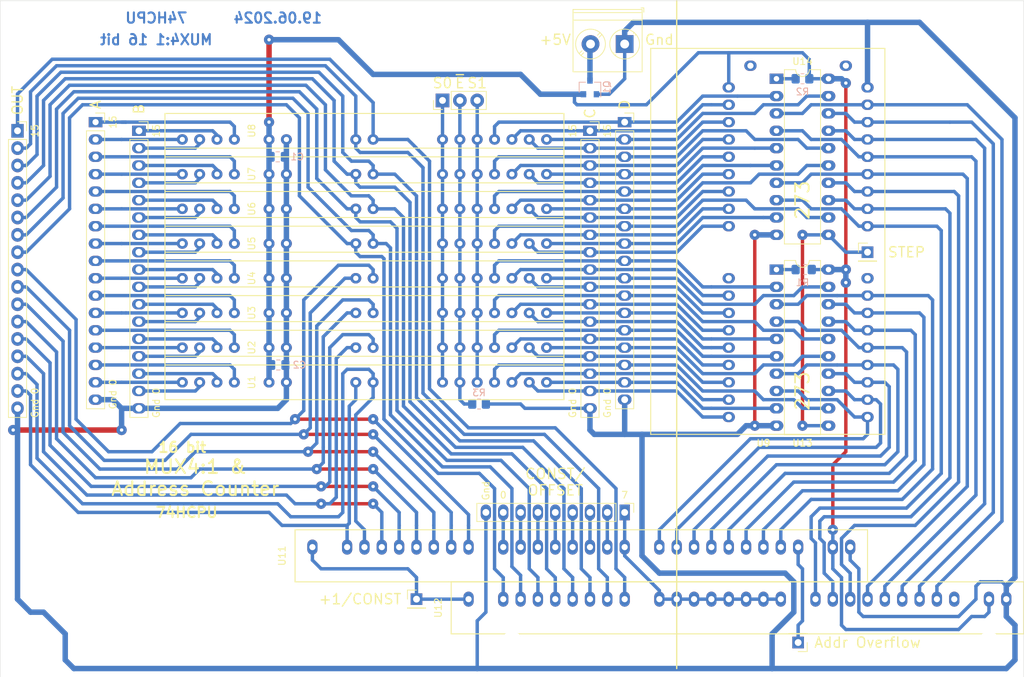
<source format=kicad_pcb>
(kicad_pcb (version 20171130) (host pcbnew "(5.1.8)-1")

  (general
    (thickness 1.6)
    (drawings 45)
    (tracks 916)
    (zones 0)
    (modules 36)
    (nets 121)
  )

  (page A4 portrait)
  (layers
    (0 F.Cu signal)
    (31 B.Cu signal)
    (32 B.Adhes user)
    (33 F.Adhes user)
    (34 B.Paste user)
    (35 F.Paste user)
    (36 B.SilkS user)
    (37 F.SilkS user)
    (38 B.Mask user)
    (39 F.Mask user)
    (40 Dwgs.User user)
    (41 Cmts.User user)
    (42 Eco1.User user)
    (43 Eco2.User user)
    (44 Edge.Cuts user)
    (45 Margin user)
    (46 B.CrtYd user)
    (47 F.CrtYd user)
    (48 B.Fab user)
    (49 F.Fab user)
  )

  (setup
    (last_trace_width 0.25)
    (user_trace_width 0.5)
    (user_trace_width 0.6)
    (user_trace_width 0.8)
    (trace_clearance 0.2)
    (zone_clearance 0.508)
    (zone_45_only no)
    (trace_min 0.2)
    (via_size 0.8)
    (via_drill 0.4)
    (via_min_size 0.4)
    (via_min_drill 0.3)
    (user_via 1.5 0.5)
    (uvia_size 0.3)
    (uvia_drill 0.1)
    (uvias_allowed no)
    (uvia_min_size 0.2)
    (uvia_min_drill 0.1)
    (edge_width 0.05)
    (segment_width 0.2)
    (pcb_text_width 0.3)
    (pcb_text_size 1.5 1.5)
    (mod_edge_width 0.12)
    (mod_text_size 1 1)
    (mod_text_width 0.15)
    (pad_size 1.2 1.4)
    (pad_drill 0)
    (pad_to_mask_clearance 0)
    (aux_axis_origin 0 0)
    (visible_elements 7FFFFFFF)
    (pcbplotparams
      (layerselection 0x010f0_ffffffff)
      (usegerberextensions false)
      (usegerberattributes true)
      (usegerberadvancedattributes true)
      (creategerberjobfile false)
      (excludeedgelayer true)
      (linewidth 0.100000)
      (plotframeref false)
      (viasonmask false)
      (mode 1)
      (useauxorigin false)
      (hpglpennumber 1)
      (hpglpenspeed 20)
      (hpglpendiameter 15.000000)
      (psnegative false)
      (psa4output false)
      (plotreference true)
      (plotvalue true)
      (plotinvisibletext false)
      (padsonsilk false)
      (subtractmaskfromsilk false)
      (outputformat 1)
      (mirror false)
      (drillshape 0)
      (scaleselection 1)
      (outputdirectory "gerber"))
  )

  (net 0 "")
  (net 1 /A15)
  (net 2 /A14)
  (net 3 /A13)
  (net 4 /A12)
  (net 5 /A11)
  (net 6 /A10)
  (net 7 /A9)
  (net 8 /A8)
  (net 9 /A7)
  (net 10 /A6)
  (net 11 /A5)
  (net 12 /A4)
  (net 13 /A3)
  (net 14 /A2)
  (net 15 /A1)
  (net 16 /A0)
  (net 17 /B0)
  (net 18 /B1)
  (net 19 /B2)
  (net 20 /B3)
  (net 21 /B4)
  (net 22 /B5)
  (net 23 /B6)
  (net 24 /B7)
  (net 25 /B8)
  (net 26 /B9)
  (net 27 /B10)
  (net 28 /B11)
  (net 29 /B12)
  (net 30 /B13)
  (net 31 /B14)
  (net 32 /B15)
  (net 33 /C15)
  (net 34 /C14)
  (net 35 /C13)
  (net 36 /C12)
  (net 37 /C11)
  (net 38 /C10)
  (net 39 /C9)
  (net 40 /C8)
  (net 41 /C7)
  (net 42 /C6)
  (net 43 /C5)
  (net 44 /C4)
  (net 45 /C3)
  (net 46 /C2)
  (net 47 /C1)
  (net 48 /C0)
  (net 49 /D0)
  (net 50 /D1)
  (net 51 /D2)
  (net 52 /D3)
  (net 53 /D4)
  (net 54 /D5)
  (net 55 /D6)
  (net 56 /D7)
  (net 57 /D8)
  (net 58 /D9)
  (net 59 /D10)
  (net 60 /D11)
  (net 61 /D12)
  (net 62 /D13)
  (net 63 /D14)
  (net 64 /D15)
  (net 65 GND)
  (net 66 VCC)
  (net 67 /O1)
  (net 68 /O0)
  (net 69 /S0)
  (net 70 /~E)
  (net 71 /S1)
  (net 72 /O2)
  (net 73 /O3)
  (net 74 /O5)
  (net 75 /O4)
  (net 76 /O6)
  (net 77 /O7)
  (net 78 /O9)
  (net 79 /O8)
  (net 80 /O10)
  (net 81 /O11)
  (net 82 /O13)
  (net 83 /O12)
  (net 84 /O14)
  (net 85 /O15)
  (net 86 "Net-(R1-Pad1)")
  (net 87 "Net-(R2-Pad1)")
  (net 88 "Net-(J8-Pad2)")
  (net 89 "Net-(U12-Pad26)")
  (net 90 /+1\CNST)
  (net 91 /CNST0)
  (net 92 /CNST1)
  (net 93 /CNST2)
  (net 94 /CNST3)
  (net 95 /CNST4)
  (net 96 /CNST5)
  (net 97 /CNST6)
  (net 98 /CNST7)
  (net 99 "Net-(J6-Pad1)")
  (net 100 /N7)
  (net 101 /N6)
  (net 102 /N5)
  (net 103 /N4)
  (net 104 /N3)
  (net 105 /N2)
  (net 106 /N1)
  (net 107 /N0)
  (net 108 /N15)
  (net 109 /N14)
  (net 110 /N13)
  (net 111 /N12)
  (net 112 /N11)
  (net 113 /N10)
  (net 114 /N9)
  (net 115 /N8)
  (net 116 "Net-(U9-Pad38)")
  (net 117 "Net-(U9-Pad37)")
  (net 118 "Net-(U9-Pad28)")
  (net 119 "Net-(U9-Pad9)")
  (net 120 /STEP)

  (net_class Default "This is the default net class."
    (clearance 0.2)
    (trace_width 0.25)
    (via_dia 0.8)
    (via_drill 0.4)
    (uvia_dia 0.3)
    (uvia_drill 0.1)
    (add_net /+1\CNST)
    (add_net /A0)
    (add_net /A1)
    (add_net /A10)
    (add_net /A11)
    (add_net /A12)
    (add_net /A13)
    (add_net /A14)
    (add_net /A15)
    (add_net /A2)
    (add_net /A3)
    (add_net /A4)
    (add_net /A5)
    (add_net /A6)
    (add_net /A7)
    (add_net /A8)
    (add_net /A9)
    (add_net /B0)
    (add_net /B1)
    (add_net /B10)
    (add_net /B11)
    (add_net /B12)
    (add_net /B13)
    (add_net /B14)
    (add_net /B15)
    (add_net /B2)
    (add_net /B3)
    (add_net /B4)
    (add_net /B5)
    (add_net /B6)
    (add_net /B7)
    (add_net /B8)
    (add_net /B9)
    (add_net /C0)
    (add_net /C1)
    (add_net /C10)
    (add_net /C11)
    (add_net /C12)
    (add_net /C13)
    (add_net /C14)
    (add_net /C15)
    (add_net /C2)
    (add_net /C3)
    (add_net /C4)
    (add_net /C5)
    (add_net /C6)
    (add_net /C7)
    (add_net /C8)
    (add_net /C9)
    (add_net /CNST0)
    (add_net /CNST1)
    (add_net /CNST2)
    (add_net /CNST3)
    (add_net /CNST4)
    (add_net /CNST5)
    (add_net /CNST6)
    (add_net /CNST7)
    (add_net /D0)
    (add_net /D1)
    (add_net /D10)
    (add_net /D11)
    (add_net /D12)
    (add_net /D13)
    (add_net /D14)
    (add_net /D15)
    (add_net /D2)
    (add_net /D3)
    (add_net /D4)
    (add_net /D5)
    (add_net /D6)
    (add_net /D7)
    (add_net /D8)
    (add_net /D9)
    (add_net /N0)
    (add_net /N1)
    (add_net /N10)
    (add_net /N11)
    (add_net /N12)
    (add_net /N13)
    (add_net /N14)
    (add_net /N15)
    (add_net /N2)
    (add_net /N3)
    (add_net /N4)
    (add_net /N5)
    (add_net /N6)
    (add_net /N7)
    (add_net /N8)
    (add_net /N9)
    (add_net /O0)
    (add_net /O1)
    (add_net /O10)
    (add_net /O11)
    (add_net /O12)
    (add_net /O13)
    (add_net /O14)
    (add_net /O15)
    (add_net /O2)
    (add_net /O3)
    (add_net /O4)
    (add_net /O5)
    (add_net /O6)
    (add_net /O7)
    (add_net /O8)
    (add_net /O9)
    (add_net /S0)
    (add_net /S1)
    (add_net /STEP)
    (add_net /~E)
    (add_net GND)
    (add_net "Net-(J6-Pad1)")
    (add_net "Net-(J8-Pad2)")
    (add_net "Net-(R1-Pad1)")
    (add_net "Net-(R2-Pad1)")
    (add_net "Net-(U12-Pad26)")
    (add_net "Net-(U9-Pad28)")
    (add_net "Net-(U9-Pad37)")
    (add_net "Net-(U9-Pad38)")
    (add_net "Net-(U9-Pad9)")
    (add_net VCC)
  )

  (module Connector_PinHeader_2.54mm:PinHeader_1x01_P2.54mm_Vertical (layer F.Cu) (tedit 59FED5CC) (tstamp 66721C87)
    (at 139.7 49.53)
    (descr "Through hole straight pin header, 1x01, 2.54mm pitch, single row")
    (tags "Through hole pin header THT 1x01 2.54mm single row")
    (path /66795F85)
    (fp_text reference J11 (at 0 -2.33) (layer F.SilkS) hide
      (effects (font (size 1 1) (thickness 0.15)))
    )
    (fp_text value Conn_01x01_Male (at 0 2.33) (layer F.Fab)
      (effects (font (size 1 1) (thickness 0.15)))
    )
    (fp_line (start 1.8 -1.8) (end -1.8 -1.8) (layer F.CrtYd) (width 0.05))
    (fp_line (start 1.8 1.8) (end 1.8 -1.8) (layer F.CrtYd) (width 0.05))
    (fp_line (start -1.8 1.8) (end 1.8 1.8) (layer F.CrtYd) (width 0.05))
    (fp_line (start -1.8 -1.8) (end -1.8 1.8) (layer F.CrtYd) (width 0.05))
    (fp_line (start -1.33 -1.33) (end 0 -1.33) (layer F.SilkS) (width 0.12))
    (fp_line (start -1.33 0) (end -1.33 -1.33) (layer F.SilkS) (width 0.12))
    (fp_line (start -1.33 1.27) (end 1.33 1.27) (layer F.SilkS) (width 0.12))
    (fp_line (start 1.33 1.27) (end 1.33 1.33) (layer F.SilkS) (width 0.12))
    (fp_line (start -1.33 1.27) (end -1.33 1.33) (layer F.SilkS) (width 0.12))
    (fp_line (start -1.33 1.33) (end 1.33 1.33) (layer F.SilkS) (width 0.12))
    (fp_line (start -1.27 -0.635) (end -0.635 -1.27) (layer F.Fab) (width 0.1))
    (fp_line (start -1.27 1.27) (end -1.27 -0.635) (layer F.Fab) (width 0.1))
    (fp_line (start 1.27 1.27) (end -1.27 1.27) (layer F.Fab) (width 0.1))
    (fp_line (start 1.27 -1.27) (end 1.27 1.27) (layer F.Fab) (width 0.1))
    (fp_line (start -0.635 -1.27) (end 1.27 -1.27) (layer F.Fab) (width 0.1))
    (fp_text user %R (at 0 0 90) (layer F.Fab)
      (effects (font (size 1 1) (thickness 0.15)))
    )
    (pad 1 thru_hole rect (at 0 0) (size 1.7 1.7) (drill 1) (layers *.Cu *.Mask)
      (net 120 /STEP))
    (model ${KISYS3DMOD}/Connector_PinHeader_2.54mm.3dshapes/PinHeader_1x01_P2.54mm_Vertical.wrl
      (at (xyz 0 0 0))
      (scale (xyz 1 1 1))
      (rotate (xyz 0 0 0))
    )
  )

  (module Connector_PinHeader_2.54mm:PinHeader_1x01_P2.54mm_Vertical (layer F.Cu) (tedit 59FED5CC) (tstamp 66722058)
    (at 73.66 100.33)
    (descr "Through hole straight pin header, 1x01, 2.54mm pitch, single row")
    (tags "Through hole pin header THT 1x01 2.54mm single row")
    (path /66794AD6)
    (fp_text reference J10 (at 0 -2.33) (layer F.SilkS) hide
      (effects (font (size 1 1) (thickness 0.15)))
    )
    (fp_text value Conn_01x01_Male (at 0 2.33) (layer F.Fab)
      (effects (font (size 1 1) (thickness 0.15)))
    )
    (fp_line (start 1.8 -1.8) (end -1.8 -1.8) (layer F.CrtYd) (width 0.05))
    (fp_line (start 1.8 1.8) (end 1.8 -1.8) (layer F.CrtYd) (width 0.05))
    (fp_line (start -1.8 1.8) (end 1.8 1.8) (layer F.CrtYd) (width 0.05))
    (fp_line (start -1.8 -1.8) (end -1.8 1.8) (layer F.CrtYd) (width 0.05))
    (fp_line (start -1.33 -1.33) (end 0 -1.33) (layer F.SilkS) (width 0.12))
    (fp_line (start -1.33 0) (end -1.33 -1.33) (layer F.SilkS) (width 0.12))
    (fp_line (start -1.33 1.27) (end 1.33 1.27) (layer F.SilkS) (width 0.12))
    (fp_line (start 1.33 1.27) (end 1.33 1.33) (layer F.SilkS) (width 0.12))
    (fp_line (start -1.33 1.27) (end -1.33 1.33) (layer F.SilkS) (width 0.12))
    (fp_line (start -1.33 1.33) (end 1.33 1.33) (layer F.SilkS) (width 0.12))
    (fp_line (start -1.27 -0.635) (end -0.635 -1.27) (layer F.Fab) (width 0.1))
    (fp_line (start -1.27 1.27) (end -1.27 -0.635) (layer F.Fab) (width 0.1))
    (fp_line (start 1.27 1.27) (end -1.27 1.27) (layer F.Fab) (width 0.1))
    (fp_line (start 1.27 -1.27) (end 1.27 1.27) (layer F.Fab) (width 0.1))
    (fp_line (start -0.635 -1.27) (end 1.27 -1.27) (layer F.Fab) (width 0.1))
    (fp_text user %R (at 0 0 90) (layer F.Fab)
      (effects (font (size 1 1) (thickness 0.15)))
    )
    (pad 1 thru_hole rect (at 0 0) (size 1.7 1.7) (drill 1) (layers *.Cu *.Mask)
      (net 90 /+1\CNST))
    (model ${KISYS3DMOD}/Connector_PinHeader_2.54mm.3dshapes/PinHeader_1x01_P2.54mm_Vertical.wrl
      (at (xyz 0 0 0))
      (scale (xyz 1 1 1))
      (rotate (xyz 0 0 0))
    )
  )

  (module CommonLibrary:STACK16 (layer F.Cu) (tedit 6671C0B1) (tstamp 66724A70)
    (at 139.7 73.66 180)
    (path /66718735)
    (fp_text reference U9 (at 15.24 -3.81) (layer F.SilkS)
      (effects (font (size 1 1) (thickness 0.15)))
    )
    (fp_text value STACK16 (at 10.795 50.8) (layer F.Fab)
      (effects (font (size 1 1) (thickness 0.15)))
    )
    (fp_line (start -2.54 53.975) (end -2.54 -2.54) (layer F.SilkS) (width 0.15))
    (fp_line (start 31.75 53.975) (end -2.54 53.975) (layer F.SilkS) (width 0.15))
    (fp_line (start 31.75 -2.54) (end 31.75 53.975) (layer F.SilkS) (width 0.15))
    (fp_line (start -2.54 -2.54) (end 31.75 -2.54) (layer F.SilkS) (width 0.15))
    (pad 38 thru_hole oval (at 17.145 51.435 180) (size 1.8 1.5) (drill 0.9) (layers *.Cu *.Mask)
      (net 116 "Net-(U9-Pad38)"))
    (pad 37 thru_hole oval (at 3.175 51.435 180) (size 1.8 1.5) (drill 0.9) (layers *.Cu *.Mask)
      (net 117 "Net-(U9-Pad37)"))
    (pad 36 thru_hole oval (at 20.32 0 180) (size 1.8 1.5) (drill 0.9) (layers *.Cu *.Mask)
      (net 48 /C0))
    (pad 35 thru_hole oval (at 20.32 2.54 180) (size 1.8 1.5) (drill 0.9) (layers *.Cu *.Mask)
      (net 47 /C1))
    (pad 34 thru_hole oval (at 20.32 5.08 180) (size 1.8 1.5) (drill 0.9) (layers *.Cu *.Mask)
      (net 46 /C2))
    (pad 33 thru_hole oval (at 20.32 7.62 180) (size 1.8 1.5) (drill 0.9) (layers *.Cu *.Mask)
      (net 45 /C3))
    (pad 32 thru_hole oval (at 20.32 10.16 180) (size 1.8 1.5) (drill 0.9) (layers *.Cu *.Mask)
      (net 44 /C4))
    (pad 31 thru_hole oval (at 20.32 12.7 180) (size 1.8 1.5) (drill 0.9) (layers *.Cu *.Mask)
      (net 43 /C5))
    (pad 30 thru_hole oval (at 20.32 15.24 180) (size 1.8 1.5) (drill 0.9) (layers *.Cu *.Mask)
      (net 42 /C6))
    (pad 29 thru_hole oval (at 20.32 17.78 180) (size 1.8 1.5) (drill 0.9) (layers *.Cu *.Mask)
      (net 41 /C7))
    (pad 28 thru_hole oval (at 20.32 20.32 180) (size 1.8 1.5) (drill 0.9) (layers *.Cu *.Mask)
      (net 118 "Net-(U9-Pad28)"))
    (pad 27 thru_hole oval (at 20.32 27.94 180) (size 1.8 1.5) (drill 0.9) (layers *.Cu *.Mask)
      (net 40 /C8))
    (pad 26 thru_hole oval (at 20.32 30.48 180) (size 1.8 1.5) (drill 0.9) (layers *.Cu *.Mask)
      (net 39 /C9))
    (pad 25 thru_hole oval (at 20.32 33.02 180) (size 1.8 1.5) (drill 0.9) (layers *.Cu *.Mask)
      (net 38 /C10))
    (pad 24 thru_hole oval (at 20.32 35.56 180) (size 1.8 1.5) (drill 0.9) (layers *.Cu *.Mask)
      (net 37 /C11))
    (pad 23 thru_hole oval (at 20.32 38.1 180) (size 1.8 1.5) (drill 0.9) (layers *.Cu *.Mask)
      (net 36 /C12))
    (pad 22 thru_hole oval (at 20.32 40.64 180) (size 1.8 1.5) (drill 0.9) (layers *.Cu *.Mask)
      (net 35 /C13))
    (pad 21 thru_hole oval (at 20.32 43.18 180) (size 1.8 1.5) (drill 0.9) (layers *.Cu *.Mask)
      (net 34 /C14))
    (pad 20 thru_hole oval (at 20.32 45.72 180) (size 1.8 1.5) (drill 0.9) (layers *.Cu *.Mask)
      (net 33 /C15))
    (pad 19 thru_hole oval (at 20.32 48.26 180) (size 1.8 1.5) (drill 0.9) (layers *.Cu *.Mask)
      (net 66 VCC))
    (pad 18 thru_hole oval (at 0 48.26 180) (size 1.8 1.5) (drill 0.9) (layers *.Cu *.Mask)
      (net 65 GND))
    (pad 17 thru_hole oval (at 0 45.72 180) (size 1.8 1.5) (drill 0.9) (layers *.Cu *.Mask)
      (net 108 /N15))
    (pad 16 thru_hole oval (at 0 43.18 180) (size 1.8 1.5) (drill 0.9) (layers *.Cu *.Mask)
      (net 109 /N14))
    (pad 15 thru_hole oval (at 0 40.64 180) (size 1.8 1.5) (drill 0.9) (layers *.Cu *.Mask)
      (net 110 /N13))
    (pad 14 thru_hole oval (at 0 38.1 180) (size 1.8 1.5) (drill 0.9) (layers *.Cu *.Mask)
      (net 111 /N12))
    (pad 13 thru_hole oval (at 0 35.56 180) (size 1.8 1.5) (drill 0.9) (layers *.Cu *.Mask)
      (net 112 /N11))
    (pad 12 thru_hole oval (at 0 33.02 180) (size 1.8 1.5) (drill 0.9) (layers *.Cu *.Mask)
      (net 113 /N10))
    (pad 11 thru_hole oval (at 0 30.48 180) (size 1.8 1.5) (drill 0.9) (layers *.Cu *.Mask)
      (net 114 /N9))
    (pad 10 thru_hole oval (at 0 27.94 180) (size 1.8 1.5) (drill 0.9) (layers *.Cu *.Mask)
      (net 115 /N8))
    (pad 9 thru_hole oval (at 0 20.32 180) (size 1.8 1.5) (drill 0.9) (layers *.Cu *.Mask)
      (net 119 "Net-(U9-Pad9)"))
    (pad 8 thru_hole oval (at 0 17.78 180) (size 1.8 1.5) (drill 0.9) (layers *.Cu *.Mask)
      (net 100 /N7))
    (pad 7 thru_hole oval (at 0 15.24 180) (size 1.8 1.5) (drill 0.9) (layers *.Cu *.Mask)
      (net 101 /N6))
    (pad 6 thru_hole oval (at 0 12.7 180) (size 1.8 1.5) (drill 0.9) (layers *.Cu *.Mask)
      (net 102 /N5))
    (pad 5 thru_hole oval (at 0 10.16 180) (size 1.8 1.5) (drill 0.9) (layers *.Cu *.Mask)
      (net 103 /N4))
    (pad 4 thru_hole oval (at 0 7.62 180) (size 1.8 1.5) (drill 0.9) (layers *.Cu *.Mask)
      (net 104 /N3))
    (pad 3 thru_hole oval (at 0 5.08 180) (size 1.8 1.5) (drill 0.9) (layers *.Cu *.Mask)
      (net 105 /N2))
    (pad 2 thru_hole oval (at 0 2.54 180) (size 1.8 1.5) (drill 0.9) (layers *.Cu *.Mask)
      (net 106 /N1))
    (pad 1 thru_hole oval (at 0 0 180) (size 1.8 1.5) (drill 0.9) (layers *.Cu *.Mask)
      (net 107 /N0))
  )

  (module CommonLibrary:MUX1 (layer F.Cu) (tedit 666EF4E3) (tstamp 666F0F90)
    (at 39.37 33.02 90)
    (path /64849271)
    (fp_text reference U8 (at 1.27 10.16 90) (layer F.SilkS)
      (effects (font (size 1 1) (thickness 0.15)))
    )
    (fp_text value MUX4 (at 2.54 -1.27 90) (layer F.Fab)
      (effects (font (size 1 1) (thickness 0.15)))
    )
    (fp_line (start -2.54 55.88) (end -2.54 -2.54) (layer F.SilkS) (width 0.15))
    (fp_line (start 3.81 55.88) (end -2.54 55.88) (layer F.SilkS) (width 0.15))
    (fp_line (start 3.81 -2.54) (end 3.81 55.88) (layer F.SilkS) (width 0.15))
    (fp_line (start -2.54 -2.54) (end 3.81 -2.54) (layer F.SilkS) (width 0.15))
    (pad 15 thru_hole oval (at 0 53.34 90) (size 1.524 1.6) (drill 0.762) (layers *.Cu *.Mask)
      (net 63 /D14))
    (pad 14 thru_hole oval (at 0 50.8 90) (size 1.524 1.6) (drill 0.762) (layers *.Cu *.Mask)
      (net 34 /C14))
    (pad 13 thru_hole oval (at 0 48.26 90) (size 1.524 1.6) (drill 0.762) (layers *.Cu *.Mask)
      (net 33 /C15))
    (pad 12 thru_hole oval (at 0 45.72 90) (size 1.524 1.6) (drill 0.762) (layers *.Cu *.Mask)
      (net 64 /D15))
    (pad 11 thru_hole oval (at 0 43.18 90) (size 1.524 1.6) (drill 0.762) (layers *.Cu *.Mask)
      (net 71 /S1))
    (pad 10 thru_hole oval (at 0 40.64 90) (size 1.524 1.6) (drill 0.762) (layers *.Cu *.Mask)
      (net 70 /~E))
    (pad 9 thru_hole oval (at 0 38.1 90) (size 1.524 1.6) (drill 0.762) (layers *.Cu *.Mask)
      (net 69 /S0))
    (pad 8 thru_hole oval (at 0 27.94 90) (size 1.524 1.6) (drill 0.762) (layers *.Cu *.Mask)
      (net 85 /O15))
    (pad 7 thru_hole oval (at 0 25.4 90) (size 1.524 1.6) (drill 0.762) (layers *.Cu *.Mask)
      (net 84 /O14))
    (pad 6 thru_hole oval (at 0 15.24 90) (size 1.524 1.6) (drill 0.762) (layers *.Cu *.Mask)
      (net 65 GND))
    (pad 5 thru_hole oval (at 0 12.7 90) (size 1.524 1.6) (drill 0.762) (layers *.Cu *.Mask)
      (net 66 VCC))
    (pad 4 thru_hole oval (at 0 7.62 90) (size 1.524 1.6) (drill 0.762) (layers *.Cu *.Mask)
      (net 1 /A15))
    (pad 3 thru_hole oval (at 0 5.08 90) (size 1.524 1.6) (drill 0.762) (layers *.Cu *.Mask)
      (net 32 /B15))
    (pad 2 thru_hole oval (at 0 2.54 90) (size 1.524 1.6) (drill 0.762) (layers *.Cu *.Mask)
      (net 31 /B14))
    (pad 1 thru_hole oval (at 0 0 90) (size 1.524 1.6) (drill 0.762) (layers *.Cu *.Mask)
      (net 2 /A14))
  )

  (module CommonLibrary:MUX1 (layer F.Cu) (tedit 666EF4E3) (tstamp 666F0F79)
    (at 39.37 38.1 90)
    (path /64848A28)
    (fp_text reference U7 (at 0 10.16 90) (layer F.SilkS)
      (effects (font (size 1 1) (thickness 0.15)))
    )
    (fp_text value MUX4 (at 2.54 -1.27 90) (layer F.Fab)
      (effects (font (size 1 1) (thickness 0.15)))
    )
    (fp_line (start -2.54 55.88) (end -2.54 -2.54) (layer F.SilkS) (width 0.15))
    (fp_line (start 3.81 55.88) (end -2.54 55.88) (layer F.SilkS) (width 0.15))
    (fp_line (start 3.81 -2.54) (end 3.81 55.88) (layer F.SilkS) (width 0.15))
    (fp_line (start -2.54 -2.54) (end 3.81 -2.54) (layer F.SilkS) (width 0.15))
    (pad 15 thru_hole oval (at 0 53.34 90) (size 1.524 1.6) (drill 0.762) (layers *.Cu *.Mask)
      (net 61 /D12))
    (pad 14 thru_hole oval (at 0 50.8 90) (size 1.524 1.6) (drill 0.762) (layers *.Cu *.Mask)
      (net 36 /C12))
    (pad 13 thru_hole oval (at 0 48.26 90) (size 1.524 1.6) (drill 0.762) (layers *.Cu *.Mask)
      (net 35 /C13))
    (pad 12 thru_hole oval (at 0 45.72 90) (size 1.524 1.6) (drill 0.762) (layers *.Cu *.Mask)
      (net 62 /D13))
    (pad 11 thru_hole oval (at 0 43.18 90) (size 1.524 1.6) (drill 0.762) (layers *.Cu *.Mask)
      (net 71 /S1))
    (pad 10 thru_hole oval (at 0 40.64 90) (size 1.524 1.6) (drill 0.762) (layers *.Cu *.Mask)
      (net 70 /~E))
    (pad 9 thru_hole oval (at 0 38.1 90) (size 1.524 1.6) (drill 0.762) (layers *.Cu *.Mask)
      (net 69 /S0))
    (pad 8 thru_hole oval (at 0 27.94 90) (size 1.524 1.6) (drill 0.762) (layers *.Cu *.Mask)
      (net 82 /O13))
    (pad 7 thru_hole oval (at 0 25.4 90) (size 1.524 1.6) (drill 0.762) (layers *.Cu *.Mask)
      (net 83 /O12))
    (pad 6 thru_hole oval (at 0 15.24 90) (size 1.524 1.6) (drill 0.762) (layers *.Cu *.Mask)
      (net 65 GND))
    (pad 5 thru_hole oval (at 0 12.7 90) (size 1.524 1.6) (drill 0.762) (layers *.Cu *.Mask)
      (net 66 VCC))
    (pad 4 thru_hole oval (at 0 7.62 90) (size 1.524 1.6) (drill 0.762) (layers *.Cu *.Mask)
      (net 3 /A13))
    (pad 3 thru_hole oval (at 0 5.08 90) (size 1.524 1.6) (drill 0.762) (layers *.Cu *.Mask)
      (net 30 /B13))
    (pad 2 thru_hole oval (at 0 2.54 90) (size 1.524 1.6) (drill 0.762) (layers *.Cu *.Mask)
      (net 29 /B12))
    (pad 1 thru_hole oval (at 0 0 90) (size 1.524 1.6) (drill 0.762) (layers *.Cu *.Mask)
      (net 4 /A12))
  )

  (module CommonLibrary:MUX1 (layer F.Cu) (tedit 666EF4E3) (tstamp 666F0F62)
    (at 39.37 43.18 90)
    (path /64848256)
    (fp_text reference U6 (at 0 10.16 90) (layer F.SilkS)
      (effects (font (size 1 1) (thickness 0.15)))
    )
    (fp_text value MUX4 (at 2.54 -1.27 90) (layer F.Fab)
      (effects (font (size 1 1) (thickness 0.15)))
    )
    (fp_line (start -2.54 55.88) (end -2.54 -2.54) (layer F.SilkS) (width 0.15))
    (fp_line (start 3.81 55.88) (end -2.54 55.88) (layer F.SilkS) (width 0.15))
    (fp_line (start 3.81 -2.54) (end 3.81 55.88) (layer F.SilkS) (width 0.15))
    (fp_line (start -2.54 -2.54) (end 3.81 -2.54) (layer F.SilkS) (width 0.15))
    (pad 15 thru_hole oval (at 0 53.34 90) (size 1.524 1.6) (drill 0.762) (layers *.Cu *.Mask)
      (net 59 /D10))
    (pad 14 thru_hole oval (at 0 50.8 90) (size 1.524 1.6) (drill 0.762) (layers *.Cu *.Mask)
      (net 38 /C10))
    (pad 13 thru_hole oval (at 0 48.26 90) (size 1.524 1.6) (drill 0.762) (layers *.Cu *.Mask)
      (net 37 /C11))
    (pad 12 thru_hole oval (at 0 45.72 90) (size 1.524 1.6) (drill 0.762) (layers *.Cu *.Mask)
      (net 60 /D11))
    (pad 11 thru_hole oval (at 0 43.18 90) (size 1.524 1.6) (drill 0.762) (layers *.Cu *.Mask)
      (net 71 /S1))
    (pad 10 thru_hole oval (at 0 40.64 90) (size 1.524 1.6) (drill 0.762) (layers *.Cu *.Mask)
      (net 70 /~E))
    (pad 9 thru_hole oval (at 0 38.1 90) (size 1.524 1.6) (drill 0.762) (layers *.Cu *.Mask)
      (net 69 /S0))
    (pad 8 thru_hole oval (at 0 27.94 90) (size 1.524 1.6) (drill 0.762) (layers *.Cu *.Mask)
      (net 81 /O11))
    (pad 7 thru_hole oval (at 0 25.4 90) (size 1.524 1.6) (drill 0.762) (layers *.Cu *.Mask)
      (net 80 /O10))
    (pad 6 thru_hole oval (at 0 15.24 90) (size 1.524 1.6) (drill 0.762) (layers *.Cu *.Mask)
      (net 65 GND))
    (pad 5 thru_hole oval (at 0 12.7 90) (size 1.524 1.6) (drill 0.762) (layers *.Cu *.Mask)
      (net 66 VCC))
    (pad 4 thru_hole oval (at 0 7.62 90) (size 1.524 1.6) (drill 0.762) (layers *.Cu *.Mask)
      (net 5 /A11))
    (pad 3 thru_hole oval (at 0 5.08 90) (size 1.524 1.6) (drill 0.762) (layers *.Cu *.Mask)
      (net 28 /B11))
    (pad 2 thru_hole oval (at 0 2.54 90) (size 1.524 1.6) (drill 0.762) (layers *.Cu *.Mask)
      (net 27 /B10))
    (pad 1 thru_hole oval (at 0 0 90) (size 1.524 1.6) (drill 0.762) (layers *.Cu *.Mask)
      (net 6 /A10))
  )

  (module CommonLibrary:MUX1 (layer F.Cu) (tedit 666EF4E3) (tstamp 666F0F4B)
    (at 39.37 48.26 90)
    (path /6484760A)
    (fp_text reference U5 (at 0 10.16 90) (layer F.SilkS)
      (effects (font (size 1 1) (thickness 0.15)))
    )
    (fp_text value MUX4 (at 2.54 -1.27 90) (layer F.Fab)
      (effects (font (size 1 1) (thickness 0.15)))
    )
    (fp_line (start -2.54 55.88) (end -2.54 -2.54) (layer F.SilkS) (width 0.15))
    (fp_line (start 3.81 55.88) (end -2.54 55.88) (layer F.SilkS) (width 0.15))
    (fp_line (start 3.81 -2.54) (end 3.81 55.88) (layer F.SilkS) (width 0.15))
    (fp_line (start -2.54 -2.54) (end 3.81 -2.54) (layer F.SilkS) (width 0.15))
    (pad 15 thru_hole oval (at 0 53.34 90) (size 1.524 1.6) (drill 0.762) (layers *.Cu *.Mask)
      (net 57 /D8))
    (pad 14 thru_hole oval (at 0 50.8 90) (size 1.524 1.6) (drill 0.762) (layers *.Cu *.Mask)
      (net 40 /C8))
    (pad 13 thru_hole oval (at 0 48.26 90) (size 1.524 1.6) (drill 0.762) (layers *.Cu *.Mask)
      (net 39 /C9))
    (pad 12 thru_hole oval (at 0 45.72 90) (size 1.524 1.6) (drill 0.762) (layers *.Cu *.Mask)
      (net 58 /D9))
    (pad 11 thru_hole oval (at 0 43.18 90) (size 1.524 1.6) (drill 0.762) (layers *.Cu *.Mask)
      (net 71 /S1))
    (pad 10 thru_hole oval (at 0 40.64 90) (size 1.524 1.6) (drill 0.762) (layers *.Cu *.Mask)
      (net 70 /~E))
    (pad 9 thru_hole oval (at 0 38.1 90) (size 1.524 1.6) (drill 0.762) (layers *.Cu *.Mask)
      (net 69 /S0))
    (pad 8 thru_hole oval (at 0 27.94 90) (size 1.524 1.6) (drill 0.762) (layers *.Cu *.Mask)
      (net 78 /O9))
    (pad 7 thru_hole oval (at 0 25.4 90) (size 1.524 1.6) (drill 0.762) (layers *.Cu *.Mask)
      (net 79 /O8))
    (pad 6 thru_hole oval (at 0 15.24 90) (size 1.524 1.6) (drill 0.762) (layers *.Cu *.Mask)
      (net 65 GND))
    (pad 5 thru_hole oval (at 0 12.7 90) (size 1.524 1.6) (drill 0.762) (layers *.Cu *.Mask)
      (net 66 VCC))
    (pad 4 thru_hole oval (at 0 7.62 90) (size 1.524 1.6) (drill 0.762) (layers *.Cu *.Mask)
      (net 7 /A9))
    (pad 3 thru_hole oval (at 0 5.08 90) (size 1.524 1.6) (drill 0.762) (layers *.Cu *.Mask)
      (net 26 /B9))
    (pad 2 thru_hole oval (at 0 2.54 90) (size 1.524 1.6) (drill 0.762) (layers *.Cu *.Mask)
      (net 25 /B8))
    (pad 1 thru_hole oval (at 0 0 90) (size 1.524 1.6) (drill 0.762) (layers *.Cu *.Mask)
      (net 8 /A8))
  )

  (module CommonLibrary:MUX1 (layer F.Cu) (tedit 666EF4E3) (tstamp 666F0F34)
    (at 39.37 53.34 90)
    (path /648466B7)
    (fp_text reference U4 (at 0 10.16 90) (layer F.SilkS)
      (effects (font (size 1 1) (thickness 0.15)))
    )
    (fp_text value MUX4 (at 2.54 -1.27 90) (layer F.Fab)
      (effects (font (size 1 1) (thickness 0.15)))
    )
    (fp_line (start -2.54 55.88) (end -2.54 -2.54) (layer F.SilkS) (width 0.15))
    (fp_line (start 3.81 55.88) (end -2.54 55.88) (layer F.SilkS) (width 0.15))
    (fp_line (start 3.81 -2.54) (end 3.81 55.88) (layer F.SilkS) (width 0.15))
    (fp_line (start -2.54 -2.54) (end 3.81 -2.54) (layer F.SilkS) (width 0.15))
    (pad 15 thru_hole oval (at 0 53.34 90) (size 1.524 1.6) (drill 0.762) (layers *.Cu *.Mask)
      (net 55 /D6))
    (pad 14 thru_hole oval (at 0 50.8 90) (size 1.524 1.6) (drill 0.762) (layers *.Cu *.Mask)
      (net 42 /C6))
    (pad 13 thru_hole oval (at 0 48.26 90) (size 1.524 1.6) (drill 0.762) (layers *.Cu *.Mask)
      (net 41 /C7))
    (pad 12 thru_hole oval (at 0 45.72 90) (size 1.524 1.6) (drill 0.762) (layers *.Cu *.Mask)
      (net 56 /D7))
    (pad 11 thru_hole oval (at 0 43.18 90) (size 1.524 1.6) (drill 0.762) (layers *.Cu *.Mask)
      (net 71 /S1))
    (pad 10 thru_hole oval (at 0 40.64 90) (size 1.524 1.6) (drill 0.762) (layers *.Cu *.Mask)
      (net 70 /~E))
    (pad 9 thru_hole oval (at 0 38.1 90) (size 1.524 1.6) (drill 0.762) (layers *.Cu *.Mask)
      (net 69 /S0))
    (pad 8 thru_hole oval (at 0 27.94 90) (size 1.524 1.6) (drill 0.762) (layers *.Cu *.Mask)
      (net 77 /O7))
    (pad 7 thru_hole oval (at 0 25.4 90) (size 1.524 1.6) (drill 0.762) (layers *.Cu *.Mask)
      (net 76 /O6))
    (pad 6 thru_hole oval (at 0 15.24 90) (size 1.524 1.6) (drill 0.762) (layers *.Cu *.Mask)
      (net 65 GND))
    (pad 5 thru_hole oval (at 0 12.7 90) (size 1.524 1.6) (drill 0.762) (layers *.Cu *.Mask)
      (net 66 VCC))
    (pad 4 thru_hole oval (at 0 7.62 90) (size 1.524 1.6) (drill 0.762) (layers *.Cu *.Mask)
      (net 9 /A7))
    (pad 3 thru_hole oval (at 0 5.08 90) (size 1.524 1.6) (drill 0.762) (layers *.Cu *.Mask)
      (net 24 /B7))
    (pad 2 thru_hole oval (at 0 2.54 90) (size 1.524 1.6) (drill 0.762) (layers *.Cu *.Mask)
      (net 23 /B6))
    (pad 1 thru_hole oval (at 0 0 90) (size 1.524 1.6) (drill 0.762) (layers *.Cu *.Mask)
      (net 10 /A6))
  )

  (module CommonLibrary:MUX1 (layer F.Cu) (tedit 666EF4E3) (tstamp 666F0F1D)
    (at 39.37 58.42 90)
    (path /64845A79)
    (fp_text reference U3 (at 0 10.16 90) (layer F.SilkS)
      (effects (font (size 1 1) (thickness 0.15)))
    )
    (fp_text value MUX4 (at 2.54 -1.27 90) (layer F.Fab)
      (effects (font (size 1 1) (thickness 0.15)))
    )
    (fp_line (start -2.54 55.88) (end -2.54 -2.54) (layer F.SilkS) (width 0.15))
    (fp_line (start 3.81 55.88) (end -2.54 55.88) (layer F.SilkS) (width 0.15))
    (fp_line (start 3.81 -2.54) (end 3.81 55.88) (layer F.SilkS) (width 0.15))
    (fp_line (start -2.54 -2.54) (end 3.81 -2.54) (layer F.SilkS) (width 0.15))
    (pad 15 thru_hole oval (at 0 53.34 90) (size 1.524 1.6) (drill 0.762) (layers *.Cu *.Mask)
      (net 53 /D4))
    (pad 14 thru_hole oval (at 0 50.8 90) (size 1.524 1.6) (drill 0.762) (layers *.Cu *.Mask)
      (net 44 /C4))
    (pad 13 thru_hole oval (at 0 48.26 90) (size 1.524 1.6) (drill 0.762) (layers *.Cu *.Mask)
      (net 43 /C5))
    (pad 12 thru_hole oval (at 0 45.72 90) (size 1.524 1.6) (drill 0.762) (layers *.Cu *.Mask)
      (net 54 /D5))
    (pad 11 thru_hole oval (at 0 43.18 90) (size 1.524 1.6) (drill 0.762) (layers *.Cu *.Mask)
      (net 71 /S1))
    (pad 10 thru_hole oval (at 0 40.64 90) (size 1.524 1.6) (drill 0.762) (layers *.Cu *.Mask)
      (net 70 /~E))
    (pad 9 thru_hole oval (at 0 38.1 90) (size 1.524 1.6) (drill 0.762) (layers *.Cu *.Mask)
      (net 69 /S0))
    (pad 8 thru_hole oval (at 0 27.94 90) (size 1.524 1.6) (drill 0.762) (layers *.Cu *.Mask)
      (net 74 /O5))
    (pad 7 thru_hole oval (at 0 25.4 90) (size 1.524 1.6) (drill 0.762) (layers *.Cu *.Mask)
      (net 75 /O4))
    (pad 6 thru_hole oval (at 0 15.24 90) (size 1.524 1.6) (drill 0.762) (layers *.Cu *.Mask)
      (net 65 GND))
    (pad 5 thru_hole oval (at 0 12.7 90) (size 1.524 1.6) (drill 0.762) (layers *.Cu *.Mask)
      (net 66 VCC))
    (pad 4 thru_hole oval (at 0 7.62 90) (size 1.524 1.6) (drill 0.762) (layers *.Cu *.Mask)
      (net 11 /A5))
    (pad 3 thru_hole oval (at 0 5.08 90) (size 1.524 1.6) (drill 0.762) (layers *.Cu *.Mask)
      (net 22 /B5))
    (pad 2 thru_hole oval (at 0 2.54 90) (size 1.524 1.6) (drill 0.762) (layers *.Cu *.Mask)
      (net 21 /B4))
    (pad 1 thru_hole oval (at 0 0 90) (size 1.524 1.6) (drill 0.762) (layers *.Cu *.Mask)
      (net 12 /A4))
  )

  (module CommonLibrary:MUX1 (layer F.Cu) (tedit 666EF4E3) (tstamp 666F0F06)
    (at 39.37 63.5 90)
    (path /64842D41)
    (fp_text reference U2 (at 0 10.16 90) (layer F.SilkS)
      (effects (font (size 1 1) (thickness 0.15)))
    )
    (fp_text value MUX4 (at 2.54 -1.27 90) (layer F.Fab)
      (effects (font (size 1 1) (thickness 0.15)))
    )
    (fp_line (start -2.54 55.88) (end -2.54 -2.54) (layer F.SilkS) (width 0.15))
    (fp_line (start 3.81 55.88) (end -2.54 55.88) (layer F.SilkS) (width 0.15))
    (fp_line (start 3.81 -2.54) (end 3.81 55.88) (layer F.SilkS) (width 0.15))
    (fp_line (start -2.54 -2.54) (end 3.81 -2.54) (layer F.SilkS) (width 0.15))
    (pad 15 thru_hole oval (at 0 53.34 90) (size 1.524 1.6) (drill 0.762) (layers *.Cu *.Mask)
      (net 51 /D2))
    (pad 14 thru_hole oval (at 0 50.8 90) (size 1.524 1.6) (drill 0.762) (layers *.Cu *.Mask)
      (net 46 /C2))
    (pad 13 thru_hole oval (at 0 48.26 90) (size 1.524 1.6) (drill 0.762) (layers *.Cu *.Mask)
      (net 45 /C3))
    (pad 12 thru_hole oval (at 0 45.72 90) (size 1.524 1.6) (drill 0.762) (layers *.Cu *.Mask)
      (net 52 /D3))
    (pad 11 thru_hole oval (at 0 43.18 90) (size 1.524 1.6) (drill 0.762) (layers *.Cu *.Mask)
      (net 71 /S1))
    (pad 10 thru_hole oval (at 0 40.64 90) (size 1.524 1.6) (drill 0.762) (layers *.Cu *.Mask)
      (net 70 /~E))
    (pad 9 thru_hole oval (at 0 38.1 90) (size 1.524 1.6) (drill 0.762) (layers *.Cu *.Mask)
      (net 69 /S0))
    (pad 8 thru_hole oval (at 0 27.94 90) (size 1.524 1.6) (drill 0.762) (layers *.Cu *.Mask)
      (net 73 /O3))
    (pad 7 thru_hole oval (at 0 25.4 90) (size 1.524 1.6) (drill 0.762) (layers *.Cu *.Mask)
      (net 72 /O2))
    (pad 6 thru_hole oval (at 0 15.24 90) (size 1.524 1.6) (drill 0.762) (layers *.Cu *.Mask)
      (net 65 GND))
    (pad 5 thru_hole oval (at 0 12.7 90) (size 1.524 1.6) (drill 0.762) (layers *.Cu *.Mask)
      (net 66 VCC))
    (pad 4 thru_hole oval (at 0 7.62 90) (size 1.524 1.6) (drill 0.762) (layers *.Cu *.Mask)
      (net 13 /A3))
    (pad 3 thru_hole oval (at 0 5.08 90) (size 1.524 1.6) (drill 0.762) (layers *.Cu *.Mask)
      (net 20 /B3))
    (pad 2 thru_hole oval (at 0 2.54 90) (size 1.524 1.6) (drill 0.762) (layers *.Cu *.Mask)
      (net 19 /B2))
    (pad 1 thru_hole oval (at 0 0 90) (size 1.524 1.6) (drill 0.762) (layers *.Cu *.Mask)
      (net 14 /A2))
  )

  (module CommonLibrary:MUX1 (layer F.Cu) (tedit 666EF4E3) (tstamp 666F0EEF)
    (at 39.37 68.58 90)
    (path /64841E4F)
    (fp_text reference U1 (at 0 10.16 90) (layer F.SilkS)
      (effects (font (size 1 1) (thickness 0.15)))
    )
    (fp_text value MUX4 (at 2.54 -1.27 90) (layer F.Fab)
      (effects (font (size 1 1) (thickness 0.15)))
    )
    (fp_line (start -2.54 55.88) (end -2.54 -2.54) (layer F.SilkS) (width 0.15))
    (fp_line (start 3.81 55.88) (end -2.54 55.88) (layer F.SilkS) (width 0.15))
    (fp_line (start 3.81 -2.54) (end 3.81 55.88) (layer F.SilkS) (width 0.15))
    (fp_line (start -2.54 -2.54) (end 3.81 -2.54) (layer F.SilkS) (width 0.15))
    (pad 15 thru_hole oval (at 0 53.34 90) (size 1.524 1.6) (drill 0.762) (layers *.Cu *.Mask)
      (net 49 /D0))
    (pad 14 thru_hole oval (at 0 50.8 90) (size 1.524 1.6) (drill 0.762) (layers *.Cu *.Mask)
      (net 48 /C0))
    (pad 13 thru_hole oval (at 0 48.26 90) (size 1.524 1.6) (drill 0.762) (layers *.Cu *.Mask)
      (net 47 /C1))
    (pad 12 thru_hole oval (at 0 45.72 90) (size 1.524 1.6) (drill 0.762) (layers *.Cu *.Mask)
      (net 50 /D1))
    (pad 11 thru_hole oval (at 0 43.18 90) (size 1.524 1.6) (drill 0.762) (layers *.Cu *.Mask)
      (net 71 /S1))
    (pad 10 thru_hole oval (at 0 40.64 90) (size 1.524 1.6) (drill 0.762) (layers *.Cu *.Mask)
      (net 70 /~E))
    (pad 9 thru_hole oval (at 0 38.1 90) (size 1.524 1.6) (drill 0.762) (layers *.Cu *.Mask)
      (net 69 /S0))
    (pad 8 thru_hole oval (at 0 27.94 90) (size 1.524 1.6) (drill 0.762) (layers *.Cu *.Mask)
      (net 67 /O1))
    (pad 7 thru_hole oval (at 0 25.4 90) (size 1.524 1.6) (drill 0.762) (layers *.Cu *.Mask)
      (net 68 /O0))
    (pad 6 thru_hole oval (at 0 15.24 90) (size 1.524 1.6) (drill 0.762) (layers *.Cu *.Mask)
      (net 65 GND))
    (pad 5 thru_hole oval (at 0 12.7 90) (size 1.524 1.6) (drill 0.762) (layers *.Cu *.Mask)
      (net 66 VCC))
    (pad 4 thru_hole oval (at 0 7.62 90) (size 1.524 1.6) (drill 0.762) (layers *.Cu *.Mask)
      (net 15 /A1))
    (pad 3 thru_hole oval (at 0 5.08 90) (size 1.524 1.6) (drill 0.762) (layers *.Cu *.Mask)
      (net 18 /B1))
    (pad 2 thru_hole oval (at 0 2.54 90) (size 1.524 1.6) (drill 0.762) (layers *.Cu *.Mask)
      (net 17 /B0))
    (pad 1 thru_hole oval (at 0 0 90) (size 1.524 1.6) (drill 0.762) (layers *.Cu *.Mask)
      (net 16 /A0))
  )

  (module Connector_PinHeader_2.54mm:PinHeader_1x09_P2.54mm_Vertical (layer F.Cu) (tedit 59FED5CC) (tstamp 666E1C5A)
    (at 104.14 87.63 270)
    (descr "Through hole straight pin header, 1x09, 2.54mm pitch, single row")
    (tags "Through hole pin header THT 1x09 2.54mm single row")
    (path /667594D7)
    (fp_text reference J9 (at 0 -2.33 90) (layer F.SilkS) hide
      (effects (font (size 1 1) (thickness 0.15)))
    )
    (fp_text value Conn_01x09_Male (at 0 22.65 90) (layer F.Fab)
      (effects (font (size 1 1) (thickness 0.15)))
    )
    (fp_line (start -0.635 -1.27) (end 1.27 -1.27) (layer F.Fab) (width 0.1))
    (fp_line (start 1.27 -1.27) (end 1.27 21.59) (layer F.Fab) (width 0.1))
    (fp_line (start 1.27 21.59) (end -1.27 21.59) (layer F.Fab) (width 0.1))
    (fp_line (start -1.27 21.59) (end -1.27 -0.635) (layer F.Fab) (width 0.1))
    (fp_line (start -1.27 -0.635) (end -0.635 -1.27) (layer F.Fab) (width 0.1))
    (fp_line (start -1.33 21.65) (end 1.33 21.65) (layer F.SilkS) (width 0.12))
    (fp_line (start -1.33 1.27) (end -1.33 21.65) (layer F.SilkS) (width 0.12))
    (fp_line (start 1.33 1.27) (end 1.33 21.65) (layer F.SilkS) (width 0.12))
    (fp_line (start -1.33 1.27) (end 1.33 1.27) (layer F.SilkS) (width 0.12))
    (fp_line (start -1.33 0) (end -1.33 -1.33) (layer F.SilkS) (width 0.12))
    (fp_line (start -1.33 -1.33) (end 0 -1.33) (layer F.SilkS) (width 0.12))
    (fp_line (start -1.8 -1.8) (end -1.8 22.1) (layer F.CrtYd) (width 0.05))
    (fp_line (start -1.8 22.1) (end 1.8 22.1) (layer F.CrtYd) (width 0.05))
    (fp_line (start 1.8 22.1) (end 1.8 -1.8) (layer F.CrtYd) (width 0.05))
    (fp_line (start 1.8 -1.8) (end -1.8 -1.8) (layer F.CrtYd) (width 0.05))
    (fp_text user %R (at 0 10.16) (layer F.Fab)
      (effects (font (size 1 1) (thickness 0.15)))
    )
    (pad 9 thru_hole oval (at 0 20.32 270) (size 2.3 1.5) (drill 1) (layers *.Cu *.Mask)
      (net 65 GND))
    (pad 8 thru_hole oval (at 0 17.78 270) (size 2.3 1.5) (drill 1) (layers *.Cu *.Mask)
      (net 91 /CNST0))
    (pad 7 thru_hole oval (at 0 15.24 270) (size 2.3 1.5) (drill 1) (layers *.Cu *.Mask)
      (net 92 /CNST1))
    (pad 6 thru_hole oval (at 0 12.7 270) (size 2.3 1.5) (drill 1) (layers *.Cu *.Mask)
      (net 93 /CNST2))
    (pad 5 thru_hole oval (at 0 10.16 270) (size 2.3 1.5) (drill 1) (layers *.Cu *.Mask)
      (net 94 /CNST3))
    (pad 4 thru_hole oval (at 0 7.62 270) (size 2.3 1.5) (drill 1) (layers *.Cu *.Mask)
      (net 95 /CNST4))
    (pad 3 thru_hole oval (at 0 5.08 270) (size 2.3 1.5) (drill 1) (layers *.Cu *.Mask)
      (net 96 /CNST5))
    (pad 2 thru_hole oval (at 0 2.54 270) (size 2.3 1.5) (drill 1) (layers *.Cu *.Mask)
      (net 97 /CNST6))
    (pad 1 thru_hole rect (at 0 0 270) (size 2.3 1.5) (drill 1) (layers *.Cu *.Mask)
      (net 98 /CNST7))
    (model ${KISYS3DMOD}/Connector_PinHeader_2.54mm.3dshapes/PinHeader_1x09_P2.54mm_Vertical.wrl
      (at (xyz 0 0 0))
      (scale (xyz 1 1 1))
      (rotate (xyz 0 0 0))
    )
  )

  (module Package_DIP:DIP-20_W7.62mm (layer F.Cu) (tedit 5A02E8C5) (tstamp 666EE1A8)
    (at 126.365 24.13)
    (descr "20-lead though-hole mounted DIP package, row spacing 7.62 mm (300 mils)")
    (tags "THT DIP DIL PDIP 2.54mm 7.62mm 300mil")
    (path /664E47BE)
    (fp_text reference U14 (at 3.81 -2.54) (layer F.SilkS)
      (effects (font (size 1 1) (thickness 0.15)))
    )
    (fp_text value 74HC273 (at 3.81 25.19) (layer F.Fab)
      (effects (font (size 1 1) (thickness 0.15)))
    )
    (fp_line (start 1.635 -1.27) (end 6.985 -1.27) (layer F.Fab) (width 0.1))
    (fp_line (start 6.985 -1.27) (end 6.985 24.13) (layer F.Fab) (width 0.1))
    (fp_line (start 6.985 24.13) (end 0.635 24.13) (layer F.Fab) (width 0.1))
    (fp_line (start 0.635 24.13) (end 0.635 -0.27) (layer F.Fab) (width 0.1))
    (fp_line (start 0.635 -0.27) (end 1.635 -1.27) (layer F.Fab) (width 0.1))
    (fp_line (start 2.81 -1.33) (end 1.16 -1.33) (layer F.SilkS) (width 0.12))
    (fp_line (start 1.16 -1.33) (end 1.16 24.19) (layer F.SilkS) (width 0.12))
    (fp_line (start 1.16 24.19) (end 6.46 24.19) (layer F.SilkS) (width 0.12))
    (fp_line (start 6.46 24.19) (end 6.46 -1.33) (layer F.SilkS) (width 0.12))
    (fp_line (start 6.46 -1.33) (end 4.81 -1.33) (layer F.SilkS) (width 0.12))
    (fp_line (start -1.1 -1.55) (end -1.1 24.4) (layer F.CrtYd) (width 0.05))
    (fp_line (start -1.1 24.4) (end 8.7 24.4) (layer F.CrtYd) (width 0.05))
    (fp_line (start 8.7 24.4) (end 8.7 -1.55) (layer F.CrtYd) (width 0.05))
    (fp_line (start 8.7 -1.55) (end -1.1 -1.55) (layer F.CrtYd) (width 0.05))
    (fp_text user %R (at 3.81 11.43) (layer F.Fab)
      (effects (font (size 1 1) (thickness 0.15)))
    )
    (fp_arc (start 3.81 -1.33) (end 2.81 -1.33) (angle -180) (layer F.SilkS) (width 0.12))
    (pad 20 thru_hole oval (at 7.62 0) (size 2 1.5) (drill 0.8) (layers *.Cu *.Mask)
      (net 66 VCC))
    (pad 10 thru_hole oval (at 0 22.86) (size 2 1.5) (drill 0.8) (layers *.Cu *.Mask)
      (net 65 GND))
    (pad 19 thru_hole oval (at 7.62 2.54) (size 2 1.5) (drill 0.8) (layers *.Cu *.Mask)
      (net 63 /D14))
    (pad 9 thru_hole oval (at 0 20.32) (size 2 1.5) (drill 0.8) (layers *.Cu *.Mask)
      (net 57 /D8))
    (pad 18 thru_hole oval (at 7.62 5.08) (size 2 1.5) (drill 0.8) (layers *.Cu *.Mask)
      (net 109 /N14))
    (pad 8 thru_hole oval (at 0 17.78) (size 2 1.5) (drill 0.8) (layers *.Cu *.Mask)
      (net 115 /N8))
    (pad 17 thru_hole oval (at 7.62 7.62) (size 2 1.5) (drill 0.8) (layers *.Cu *.Mask)
      (net 110 /N13))
    (pad 7 thru_hole oval (at 0 15.24) (size 2 1.5) (drill 0.8) (layers *.Cu *.Mask)
      (net 112 /N11))
    (pad 16 thru_hole oval (at 7.62 10.16) (size 2 1.5) (drill 0.8) (layers *.Cu *.Mask)
      (net 62 /D13))
    (pad 6 thru_hole oval (at 0 12.7) (size 2 1.5) (drill 0.8) (layers *.Cu *.Mask)
      (net 60 /D11))
    (pad 15 thru_hole oval (at 7.62 12.7) (size 2 1.5) (drill 0.8) (layers *.Cu *.Mask)
      (net 59 /D10))
    (pad 5 thru_hole oval (at 0 10.16) (size 2 1.5) (drill 0.8) (layers *.Cu *.Mask)
      (net 61 /D12))
    (pad 14 thru_hole oval (at 7.62 15.24) (size 2 1.5) (drill 0.8) (layers *.Cu *.Mask)
      (net 113 /N10))
    (pad 4 thru_hole oval (at 0 7.62) (size 2 1.5) (drill 0.8) (layers *.Cu *.Mask)
      (net 111 /N12))
    (pad 13 thru_hole oval (at 7.62 17.78) (size 2 1.5) (drill 0.8) (layers *.Cu *.Mask)
      (net 114 /N9))
    (pad 3 thru_hole oval (at 0 5.08) (size 2 1.5) (drill 0.8) (layers *.Cu *.Mask)
      (net 108 /N15))
    (pad 12 thru_hole oval (at 7.62 20.32) (size 2 1.5) (drill 0.8) (layers *.Cu *.Mask)
      (net 58 /D9))
    (pad 2 thru_hole oval (at 0 2.54) (size 2 1.5) (drill 0.8) (layers *.Cu *.Mask)
      (net 64 /D15))
    (pad 11 thru_hole oval (at 7.62 22.86) (size 2 1.5) (drill 0.8) (layers *.Cu *.Mask)
      (net 120 /STEP))
    (pad 1 thru_hole rect (at 0 0) (size 2 1.5) (drill 0.8) (layers *.Cu *.Mask)
      (net 87 "Net-(R2-Pad1)"))
    (model ${KISYS3DMOD}/Package_DIP.3dshapes/DIP-20_W7.62mm.wrl
      (at (xyz 0 0 0))
      (scale (xyz 1 1 1))
      (rotate (xyz 0 0 0))
    )
  )

  (module Package_DIP:DIP-20_W7.62mm (layer F.Cu) (tedit 5A02E8C5) (tstamp 6670F170)
    (at 126.365 52.07)
    (descr "20-lead though-hole mounted DIP package, row spacing 7.62 mm (300 mils)")
    (tags "THT DIP DIL PDIP 2.54mm 7.62mm 300mil")
    (path /664E1C6B)
    (fp_text reference U13 (at 3.81 25.4) (layer F.SilkS)
      (effects (font (size 1 1) (thickness 0.15)))
    )
    (fp_text value 74HC273 (at 3.81 25.19) (layer F.Fab)
      (effects (font (size 1 1) (thickness 0.15)))
    )
    (fp_line (start 1.635 -1.27) (end 6.985 -1.27) (layer F.Fab) (width 0.1))
    (fp_line (start 6.985 -1.27) (end 6.985 24.13) (layer F.Fab) (width 0.1))
    (fp_line (start 6.985 24.13) (end 0.635 24.13) (layer F.Fab) (width 0.1))
    (fp_line (start 0.635 24.13) (end 0.635 -0.27) (layer F.Fab) (width 0.1))
    (fp_line (start 0.635 -0.27) (end 1.635 -1.27) (layer F.Fab) (width 0.1))
    (fp_line (start 2.81 -1.33) (end 1.16 -1.33) (layer F.SilkS) (width 0.12))
    (fp_line (start 1.16 -1.33) (end 1.16 24.19) (layer F.SilkS) (width 0.12))
    (fp_line (start 1.16 24.19) (end 6.46 24.19) (layer F.SilkS) (width 0.12))
    (fp_line (start 6.46 24.19) (end 6.46 -1.33) (layer F.SilkS) (width 0.12))
    (fp_line (start 6.46 -1.33) (end 4.81 -1.33) (layer F.SilkS) (width 0.12))
    (fp_line (start -1.1 -1.55) (end -1.1 24.4) (layer F.CrtYd) (width 0.05))
    (fp_line (start -1.1 24.4) (end 8.7 24.4) (layer F.CrtYd) (width 0.05))
    (fp_line (start 8.7 24.4) (end 8.7 -1.55) (layer F.CrtYd) (width 0.05))
    (fp_line (start 8.7 -1.55) (end -1.1 -1.55) (layer F.CrtYd) (width 0.05))
    (fp_text user %R (at 3.81 11.43) (layer F.Fab)
      (effects (font (size 1 1) (thickness 0.15)))
    )
    (fp_arc (start 3.81 -1.33) (end 2.81 -1.33) (angle -180) (layer F.SilkS) (width 0.12))
    (pad 20 thru_hole oval (at 7.62 0) (size 2 1.5) (drill 0.8) (layers *.Cu *.Mask)
      (net 66 VCC))
    (pad 10 thru_hole oval (at 0 22.86) (size 2 1.5) (drill 0.8) (layers *.Cu *.Mask)
      (net 65 GND))
    (pad 19 thru_hole oval (at 7.62 2.54) (size 2 1.5) (drill 0.8) (layers *.Cu *.Mask)
      (net 55 /D6))
    (pad 9 thru_hole oval (at 0 20.32) (size 2 1.5) (drill 0.8) (layers *.Cu *.Mask)
      (net 49 /D0))
    (pad 18 thru_hole oval (at 7.62 5.08) (size 2 1.5) (drill 0.8) (layers *.Cu *.Mask)
      (net 101 /N6))
    (pad 8 thru_hole oval (at 0 17.78) (size 2 1.5) (drill 0.8) (layers *.Cu *.Mask)
      (net 107 /N0))
    (pad 17 thru_hole oval (at 7.62 7.62) (size 2 1.5) (drill 0.8) (layers *.Cu *.Mask)
      (net 102 /N5))
    (pad 7 thru_hole oval (at 0 15.24) (size 2 1.5) (drill 0.8) (layers *.Cu *.Mask)
      (net 104 /N3))
    (pad 16 thru_hole oval (at 7.62 10.16) (size 2 1.5) (drill 0.8) (layers *.Cu *.Mask)
      (net 54 /D5))
    (pad 6 thru_hole oval (at 0 12.7) (size 2 1.5) (drill 0.8) (layers *.Cu *.Mask)
      (net 52 /D3))
    (pad 15 thru_hole oval (at 7.62 12.7) (size 2 1.5) (drill 0.8) (layers *.Cu *.Mask)
      (net 51 /D2))
    (pad 5 thru_hole oval (at 0 10.16) (size 2 1.5) (drill 0.8) (layers *.Cu *.Mask)
      (net 53 /D4))
    (pad 14 thru_hole oval (at 7.62 15.24) (size 2 1.5) (drill 0.8) (layers *.Cu *.Mask)
      (net 105 /N2))
    (pad 4 thru_hole oval (at 0 7.62) (size 2 1.5) (drill 0.8) (layers *.Cu *.Mask)
      (net 103 /N4))
    (pad 13 thru_hole oval (at 7.62 17.78) (size 2 1.5) (drill 0.8) (layers *.Cu *.Mask)
      (net 106 /N1))
    (pad 3 thru_hole oval (at 0 5.08) (size 2 1.5) (drill 0.8) (layers *.Cu *.Mask)
      (net 100 /N7))
    (pad 12 thru_hole oval (at 7.62 20.32) (size 2 1.5) (drill 0.8) (layers *.Cu *.Mask)
      (net 50 /D1))
    (pad 2 thru_hole oval (at 0 2.54) (size 2 1.5) (drill 0.8) (layers *.Cu *.Mask)
      (net 56 /D7))
    (pad 11 thru_hole oval (at 7.62 22.86) (size 2 1.5) (drill 0.8) (layers *.Cu *.Mask)
      (net 120 /STEP))
    (pad 1 thru_hole rect (at 0 0) (size 2 1.5) (drill 0.8) (layers *.Cu *.Mask)
      (net 86 "Net-(R1-Pad1)"))
    (model ${KISYS3DMOD}/Package_DIP.3dshapes/DIP-20_W7.62mm.wrl
      (at (xyz 0 0 0))
      (scale (xyz 1 1 1))
      (rotate (xyz 0 0 0))
    )
  )

  (module CommonLibrary:MUL1 (layer F.Cu) (tedit 6648B55C) (tstamp 664D4633)
    (at 81.28 100.33 90)
    (path /664DFB35)
    (fp_text reference U12 (at -1.27 -4.445 90) (layer F.SilkS)
      (effects (font (size 1 1) (thickness 0.15)))
    )
    (fp_text value MUL1 (at -3.81 20.32) (layer F.Fab)
      (effects (font (size 1 1) (thickness 0.15)))
    )
    (fp_line (start -5.08 81.28) (end -5.08 -2.54) (layer F.SilkS) (width 0.15))
    (fp_line (start 2.54 81.28) (end -5.08 81.28) (layer F.SilkS) (width 0.15))
    (fp_line (start 2.54 -2.54) (end 2.54 81.28) (layer F.SilkS) (width 0.15))
    (fp_line (start -5.08 -2.54) (end 2.54 -2.54) (layer F.SilkS) (width 0.15))
    (pad 28 thru_hole oval (at 0 78.74 90) (size 2.2 1.5) (drill 0.9) (layers *.Cu *.Mask)
      (net 65 GND))
    (pad 27 thru_hole oval (at 0 76.2 90) (size 2.2 1.5) (drill 0.9) (layers *.Cu *.Mask)
      (net 66 VCC))
    (pad 26 thru_hole oval (at 0 71.12 90) (size 2.2 1.5) (drill 0.9) (layers *.Cu *.Mask)
      (net 89 "Net-(U12-Pad26)"))
    (pad 25 thru_hole oval (at 0 68.58 90) (size 2.2 1.5) (drill 0.9) (layers *.Cu *.Mask)
      (net 108 /N15))
    (pad 24 thru_hole oval (at 0 66.04 90) (size 2.2 1.5) (drill 0.9) (layers *.Cu *.Mask)
      (net 109 /N14))
    (pad 23 thru_hole oval (at 0 63.5 90) (size 2.2 1.5) (drill 0.9) (layers *.Cu *.Mask)
      (net 110 /N13))
    (pad 22 thru_hole oval (at 0 60.96 90) (size 2.2 1.5) (drill 0.9) (layers *.Cu *.Mask)
      (net 111 /N12))
    (pad 21 thru_hole oval (at 0 58.42 90) (size 2.2 1.5) (drill 0.9) (layers *.Cu *.Mask)
      (net 112 /N11))
    (pad 20 thru_hole oval (at 0 55.88 90) (size 2.2 1.5) (drill 0.9) (layers *.Cu *.Mask)
      (net 113 /N10))
    (pad 19 thru_hole oval (at 0 53.34 90) (size 2.2 1.5) (drill 0.9) (layers *.Cu *.Mask)
      (net 114 /N9))
    (pad 18 thru_hole oval (at 0 50.8 90) (size 2.2 1.5) (drill 0.9) (layers *.Cu *.Mask)
      (net 115 /N8))
    (pad 17 thru_hole oval (at 0 45.72 90) (size 2.2 1.5) (drill 0.9) (layers *.Cu *.Mask)
      (net 98 /CNST7))
    (pad 16 thru_hole oval (at 0 43.18 90) (size 2.2 1.5) (drill 0.9) (layers *.Cu *.Mask)
      (net 98 /CNST7))
    (pad 15 thru_hole oval (at 0 40.64 90) (size 2.2 1.5) (drill 0.9) (layers *.Cu *.Mask)
      (net 98 /CNST7))
    (pad 14 thru_hole oval (at 0 38.1 90) (size 2.2 1.5) (drill 0.9) (layers *.Cu *.Mask)
      (net 98 /CNST7))
    (pad 13 thru_hole oval (at 0 35.56 90) (size 2.2 1.5) (drill 0.9) (layers *.Cu *.Mask)
      (net 98 /CNST7))
    (pad 12 thru_hole oval (at 0 33.02 90) (size 2.2 1.5) (drill 0.9) (layers *.Cu *.Mask)
      (net 98 /CNST7))
    (pad 11 thru_hole oval (at 0 30.48 90) (size 2.2 1.5) (drill 0.9) (layers *.Cu *.Mask)
      (net 98 /CNST7))
    (pad 10 thru_hole oval (at 0 27.94 90) (size 2.2 1.5) (drill 0.9) (layers *.Cu *.Mask)
      (net 98 /CNST7))
    (pad 9 thru_hole oval (at 0 22.86 90) (size 2.2 1.5) (drill 0.9) (layers *.Cu *.Mask)
      (net 85 /O15))
    (pad 8 thru_hole oval (at 0 20.32 90) (size 2.2 1.5) (drill 0.9) (layers *.Cu *.Mask)
      (net 84 /O14))
    (pad 7 thru_hole oval (at 0 17.78 90) (size 2.2 1.5) (drill 0.9) (layers *.Cu *.Mask)
      (net 82 /O13))
    (pad 6 thru_hole oval (at 0 15.24 90) (size 2.2 1.5) (drill 0.9) (layers *.Cu *.Mask)
      (net 83 /O12))
    (pad 5 thru_hole oval (at 0 12.7 90) (size 2.2 1.5) (drill 0.9) (layers *.Cu *.Mask)
      (net 81 /O11))
    (pad 4 thru_hole oval (at 0 10.16 90) (size 2.2 1.5) (drill 0.9) (layers *.Cu *.Mask)
      (net 80 /O10))
    (pad 3 thru_hole oval (at 0 7.62 90) (size 2.2 1.5) (drill 0.9) (layers *.Cu *.Mask)
      (net 78 /O9))
    (pad 2 thru_hole oval (at 0 5.08 90) (size 2.2 1.5) (drill 0.9) (layers *.Cu *.Mask)
      (net 79 /O8))
    (pad 1 thru_hole oval (at 0 0 90) (size 2.2 1.5) (drill 0.9) (layers *.Cu *.Mask)
      (net 90 /+1\CNST))
  )

  (module CommonLibrary:MUL1 (layer F.Cu) (tedit 6648B55C) (tstamp 664D460F)
    (at 58.42 92.71 90)
    (path /664DCCED)
    (fp_text reference U11 (at -1.27 -4.445 90) (layer F.SilkS)
      (effects (font (size 1 1) (thickness 0.15)))
    )
    (fp_text value MUL1 (at -3.81 20.32) (layer F.Fab)
      (effects (font (size 1 1) (thickness 0.15)))
    )
    (fp_line (start -5.08 81.28) (end -5.08 -2.54) (layer F.SilkS) (width 0.15))
    (fp_line (start 2.54 81.28) (end -5.08 81.28) (layer F.SilkS) (width 0.15))
    (fp_line (start 2.54 -2.54) (end 2.54 81.28) (layer F.SilkS) (width 0.15))
    (fp_line (start -5.08 -2.54) (end 2.54 -2.54) (layer F.SilkS) (width 0.15))
    (pad 28 thru_hole oval (at 0 78.74 90) (size 2.2 1.5) (drill 0.9) (layers *.Cu *.Mask)
      (net 65 GND))
    (pad 27 thru_hole oval (at 0 76.2 90) (size 2.2 1.5) (drill 0.9) (layers *.Cu *.Mask)
      (net 66 VCC))
    (pad 26 thru_hole oval (at 0 71.12 90) (size 2.2 1.5) (drill 0.9) (layers *.Cu *.Mask)
      (net 99 "Net-(J6-Pad1)"))
    (pad 25 thru_hole oval (at 0 68.58 90) (size 2.2 1.5) (drill 0.9) (layers *.Cu *.Mask)
      (net 100 /N7))
    (pad 24 thru_hole oval (at 0 66.04 90) (size 2.2 1.5) (drill 0.9) (layers *.Cu *.Mask)
      (net 101 /N6))
    (pad 23 thru_hole oval (at 0 63.5 90) (size 2.2 1.5) (drill 0.9) (layers *.Cu *.Mask)
      (net 102 /N5))
    (pad 22 thru_hole oval (at 0 60.96 90) (size 2.2 1.5) (drill 0.9) (layers *.Cu *.Mask)
      (net 103 /N4))
    (pad 21 thru_hole oval (at 0 58.42 90) (size 2.2 1.5) (drill 0.9) (layers *.Cu *.Mask)
      (net 104 /N3))
    (pad 20 thru_hole oval (at 0 55.88 90) (size 2.2 1.5) (drill 0.9) (layers *.Cu *.Mask)
      (net 105 /N2))
    (pad 19 thru_hole oval (at 0 53.34 90) (size 2.2 1.5) (drill 0.9) (layers *.Cu *.Mask)
      (net 106 /N1))
    (pad 18 thru_hole oval (at 0 50.8 90) (size 2.2 1.5) (drill 0.9) (layers *.Cu *.Mask)
      (net 107 /N0))
    (pad 17 thru_hole oval (at 0 45.72 90) (size 2.2 1.5) (drill 0.9) (layers *.Cu *.Mask)
      (net 98 /CNST7))
    (pad 16 thru_hole oval (at 0 43.18 90) (size 2.2 1.5) (drill 0.9) (layers *.Cu *.Mask)
      (net 97 /CNST6))
    (pad 15 thru_hole oval (at 0 40.64 90) (size 2.2 1.5) (drill 0.9) (layers *.Cu *.Mask)
      (net 96 /CNST5))
    (pad 14 thru_hole oval (at 0 38.1 90) (size 2.2 1.5) (drill 0.9) (layers *.Cu *.Mask)
      (net 95 /CNST4))
    (pad 13 thru_hole oval (at 0 35.56 90) (size 2.2 1.5) (drill 0.9) (layers *.Cu *.Mask)
      (net 94 /CNST3))
    (pad 12 thru_hole oval (at 0 33.02 90) (size 2.2 1.5) (drill 0.9) (layers *.Cu *.Mask)
      (net 93 /CNST2))
    (pad 11 thru_hole oval (at 0 30.48 90) (size 2.2 1.5) (drill 0.9) (layers *.Cu *.Mask)
      (net 92 /CNST1))
    (pad 10 thru_hole oval (at 0 27.94 90) (size 2.2 1.5) (drill 0.9) (layers *.Cu *.Mask)
      (net 91 /CNST0))
    (pad 9 thru_hole oval (at 0 22.86 90) (size 2.2 1.5) (drill 0.9) (layers *.Cu *.Mask)
      (net 77 /O7))
    (pad 8 thru_hole oval (at 0 20.32 90) (size 2.2 1.5) (drill 0.9) (layers *.Cu *.Mask)
      (net 76 /O6))
    (pad 7 thru_hole oval (at 0 17.78 90) (size 2.2 1.5) (drill 0.9) (layers *.Cu *.Mask)
      (net 74 /O5))
    (pad 6 thru_hole oval (at 0 15.24 90) (size 2.2 1.5) (drill 0.9) (layers *.Cu *.Mask)
      (net 75 /O4))
    (pad 5 thru_hole oval (at 0 12.7 90) (size 2.2 1.5) (drill 0.9) (layers *.Cu *.Mask)
      (net 73 /O3))
    (pad 4 thru_hole oval (at 0 10.16 90) (size 2.2 1.5) (drill 0.9) (layers *.Cu *.Mask)
      (net 72 /O2))
    (pad 3 thru_hole oval (at 0 7.62 90) (size 2.2 1.5) (drill 0.9) (layers *.Cu *.Mask)
      (net 67 /O1))
    (pad 2 thru_hole oval (at 0 5.08 90) (size 2.2 1.5) (drill 0.9) (layers *.Cu *.Mask)
      (net 68 /O0))
    (pad 1 thru_hole oval (at 0 0 90) (size 2.2 1.5) (drill 0.9) (layers *.Cu *.Mask)
      (net 90 /+1\CNST))
  )

  (module Package_TO_SOT_SMD:SOT-23 (layer B.Cu) (tedit 5A02FF57) (tstamp 666EE060)
    (at 99.06 25.4 90)
    (descr "SOT-23, Standard")
    (tags SOT-23)
    (path /6656E483)
    (attr smd)
    (fp_text reference Q1 (at 0 2.5 90) (layer B.SilkS)
      (effects (font (size 1 1) (thickness 0.15)) (justify mirror))
    )
    (fp_text value IRLML5203 (at 0 -2.5 90) (layer B.Fab)
      (effects (font (size 1 1) (thickness 0.15)) (justify mirror))
    )
    (fp_line (start 0.76 -1.58) (end -0.7 -1.58) (layer B.SilkS) (width 0.12))
    (fp_line (start 0.76 1.58) (end -1.4 1.58) (layer B.SilkS) (width 0.12))
    (fp_line (start -1.7 -1.75) (end -1.7 1.75) (layer B.CrtYd) (width 0.05))
    (fp_line (start 1.7 -1.75) (end -1.7 -1.75) (layer B.CrtYd) (width 0.05))
    (fp_line (start 1.7 1.75) (end 1.7 -1.75) (layer B.CrtYd) (width 0.05))
    (fp_line (start -1.7 1.75) (end 1.7 1.75) (layer B.CrtYd) (width 0.05))
    (fp_line (start 0.76 1.58) (end 0.76 0.65) (layer B.SilkS) (width 0.12))
    (fp_line (start 0.76 -1.58) (end 0.76 -0.65) (layer B.SilkS) (width 0.12))
    (fp_line (start -0.7 -1.52) (end 0.7 -1.52) (layer B.Fab) (width 0.1))
    (fp_line (start 0.7 1.52) (end 0.7 -1.52) (layer B.Fab) (width 0.1))
    (fp_line (start -0.7 0.95) (end -0.15 1.52) (layer B.Fab) (width 0.1))
    (fp_line (start -0.15 1.52) (end 0.7 1.52) (layer B.Fab) (width 0.1))
    (fp_line (start -0.7 0.95) (end -0.7 -1.5) (layer B.Fab) (width 0.1))
    (fp_text user %R (at 0 0 180) (layer B.Fab)
      (effects (font (size 0.5 0.5) (thickness 0.075)) (justify mirror))
    )
    (pad 3 smd rect (at 1 0 90) (size 0.9 0.8) (layers B.Cu B.Paste B.Mask)
      (net 88 "Net-(J8-Pad2)"))
    (pad 2 smd rect (at -1 -0.95 90) (size 0.9 0.8) (layers B.Cu B.Paste B.Mask)
      (net 66 VCC))
    (pad 1 smd rect (at -1 0.95 90) (size 0.9 0.8) (layers B.Cu B.Paste B.Mask)
      (net 65 GND))
    (model ${KISYS3DMOD}/Package_TO_SOT_SMD.3dshapes/SOT-23.wrl
      (at (xyz 0 0 0))
      (scale (xyz 1 1 1))
      (rotate (xyz 0 0 0))
    )
  )

  (module MountingHole:MountingHole_3.2mm_M3 (layer F.Cu) (tedit 56D1B4CB) (tstamp 6649D804)
    (at 87.63 106.68)
    (descr "Mounting Hole 3.2mm, no annular, M3")
    (tags "mounting hole 3.2mm no annular m3")
    (path /6656372E)
    (attr virtual)
    (fp_text reference H6 (at 0 -4.2) (layer F.SilkS) hide
      (effects (font (size 1 1) (thickness 0.15)))
    )
    (fp_text value MountingHole (at 0 4.2) (layer F.Fab)
      (effects (font (size 1 1) (thickness 0.15)))
    )
    (fp_circle (center 0 0) (end 3.45 0) (layer F.CrtYd) (width 0.05))
    (fp_circle (center 0 0) (end 3.2 0) (layer Cmts.User) (width 0.15))
    (fp_text user %R (at 0.3 0) (layer F.Fab)
      (effects (font (size 1 1) (thickness 0.15)))
    )
    (pad 1 np_thru_hole circle (at 0 0) (size 3.2 3.2) (drill 3.2) (layers *.Cu *.Mask))
  )

  (module MountingHole:MountingHole_3.2mm_M3 (layer F.Cu) (tedit 56D1B4CB) (tstamp 6649D7FC)
    (at 87.63 17.78)
    (descr "Mounting Hole 3.2mm, no annular, M3")
    (tags "mounting hole 3.2mm no annular m3")
    (path /66563728)
    (attr virtual)
    (fp_text reference H5 (at 0 -4.2) (layer F.SilkS) hide
      (effects (font (size 1 1) (thickness 0.15)))
    )
    (fp_text value MountingHole (at 0 4.2) (layer F.Fab)
      (effects (font (size 1 1) (thickness 0.15)))
    )
    (fp_circle (center 0 0) (end 3.45 0) (layer F.CrtYd) (width 0.05))
    (fp_circle (center 0 0) (end 3.2 0) (layer Cmts.User) (width 0.15))
    (fp_text user %R (at 0.3 0) (layer F.Fab)
      (effects (font (size 1 1) (thickness 0.15)))
    )
    (pad 1 np_thru_hole circle (at 0 0) (size 3.2 3.2) (drill 3.2) (layers *.Cu *.Mask))
  )

  (module Capacitor_SMD:C_0805_2012Metric_Pad1.18x1.45mm_HandSolder (layer B.Cu) (tedit 5F68FEEF) (tstamp 666EE42E)
    (at 53.425 66.04)
    (descr "Capacitor SMD 0805 (2012 Metric), square (rectangular) end terminal, IPC_7351 nominal with elongated pad for handsoldering. (Body size source: IPC-SM-782 page 76, https://www.pcb-3d.com/wordpress/wp-content/uploads/ipc-sm-782a_amendment_1_and_2.pdf, https://docs.google.com/spreadsheets/d/1BsfQQcO9C6DZCsRaXUlFlo91Tg2WpOkGARC1WS5S8t0/edit?usp=sharing), generated with kicad-footprint-generator")
    (tags "capacitor handsolder")
    (path /648AEE46)
    (attr smd)
    (fp_text reference C2 (at 3.09 0) (layer B.SilkS)
      (effects (font (size 1 1) (thickness 0.15)) (justify mirror))
    )
    (fp_text value 0.1uF (at 0 -1.68) (layer B.Fab)
      (effects (font (size 1 1) (thickness 0.15)) (justify mirror))
    )
    (fp_line (start 1.88 -0.98) (end -1.88 -0.98) (layer B.CrtYd) (width 0.05))
    (fp_line (start 1.88 0.98) (end 1.88 -0.98) (layer B.CrtYd) (width 0.05))
    (fp_line (start -1.88 0.98) (end 1.88 0.98) (layer B.CrtYd) (width 0.05))
    (fp_line (start -1.88 -0.98) (end -1.88 0.98) (layer B.CrtYd) (width 0.05))
    (fp_line (start -0.261252 -0.735) (end 0.261252 -0.735) (layer B.SilkS) (width 0.12))
    (fp_line (start -0.261252 0.735) (end 0.261252 0.735) (layer B.SilkS) (width 0.12))
    (fp_line (start 1 -0.625) (end -1 -0.625) (layer B.Fab) (width 0.1))
    (fp_line (start 1 0.625) (end 1 -0.625) (layer B.Fab) (width 0.1))
    (fp_line (start -1 0.625) (end 1 0.625) (layer B.Fab) (width 0.1))
    (fp_line (start -1 -0.625) (end -1 0.625) (layer B.Fab) (width 0.1))
    (fp_text user %R (at 0 0) (layer B.Fab)
      (effects (font (size 0.5 0.5) (thickness 0.08)) (justify mirror))
    )
    (pad 2 smd roundrect (at 1.0375 0) (size 1.175 1.45) (layers B.Cu B.Paste B.Mask) (roundrect_rratio 0.2127659574468085)
      (net 65 GND))
    (pad 1 smd roundrect (at -1.0375 0) (size 1.175 1.45) (layers B.Cu B.Paste B.Mask) (roundrect_rratio 0.2127659574468085)
      (net 66 VCC))
    (model ${KISYS3DMOD}/Capacitor_SMD.3dshapes/C_0805_2012Metric.wrl
      (at (xyz 0 0 0))
      (scale (xyz 1 1 1))
      (rotate (xyz 0 0 0))
    )
  )

  (module Capacitor_SMD:C_0805_2012Metric_Pad1.18x1.45mm_HandSolder (layer B.Cu) (tedit 5F68FEEF) (tstamp 6672C1C4)
    (at 53.34 35.56)
    (descr "Capacitor SMD 0805 (2012 Metric), square (rectangular) end terminal, IPC_7351 nominal with elongated pad for handsoldering. (Body size source: IPC-SM-782 page 76, https://www.pcb-3d.com/wordpress/wp-content/uploads/ipc-sm-782a_amendment_1_and_2.pdf, https://docs.google.com/spreadsheets/d/1BsfQQcO9C6DZCsRaXUlFlo91Tg2WpOkGARC1WS5S8t0/edit?usp=sharing), generated with kicad-footprint-generator")
    (tags "capacitor handsolder")
    (path /648ABE23)
    (attr smd)
    (fp_text reference C1 (at 2.8575 0) (layer B.SilkS)
      (effects (font (size 1 1) (thickness 0.15)) (justify mirror))
    )
    (fp_text value 0.1uF (at 0 -1.68) (layer B.Fab)
      (effects (font (size 1 1) (thickness 0.15)) (justify mirror))
    )
    (fp_line (start 1.88 -0.98) (end -1.88 -0.98) (layer B.CrtYd) (width 0.05))
    (fp_line (start 1.88 0.98) (end 1.88 -0.98) (layer B.CrtYd) (width 0.05))
    (fp_line (start -1.88 0.98) (end 1.88 0.98) (layer B.CrtYd) (width 0.05))
    (fp_line (start -1.88 -0.98) (end -1.88 0.98) (layer B.CrtYd) (width 0.05))
    (fp_line (start -0.261252 -0.735) (end 0.261252 -0.735) (layer B.SilkS) (width 0.12))
    (fp_line (start -0.261252 0.735) (end 0.261252 0.735) (layer B.SilkS) (width 0.12))
    (fp_line (start 1 -0.625) (end -1 -0.625) (layer B.Fab) (width 0.1))
    (fp_line (start 1 0.625) (end 1 -0.625) (layer B.Fab) (width 0.1))
    (fp_line (start -1 0.625) (end 1 0.625) (layer B.Fab) (width 0.1))
    (fp_line (start -1 -0.625) (end -1 0.625) (layer B.Fab) (width 0.1))
    (fp_text user %R (at 0 0) (layer B.Fab)
      (effects (font (size 0.5 0.5) (thickness 0.08)) (justify mirror))
    )
    (pad 2 smd roundrect (at 1.0375 0) (size 1.175 1.45) (layers B.Cu B.Paste B.Mask) (roundrect_rratio 0.2127659574468085)
      (net 65 GND))
    (pad 1 smd roundrect (at -1.0375 0) (size 1.175 1.45) (layers B.Cu B.Paste B.Mask) (roundrect_rratio 0.2127659574468085)
      (net 66 VCC))
    (model ${KISYS3DMOD}/Capacitor_SMD.3dshapes/C_0805_2012Metric.wrl
      (at (xyz 0 0 0))
      (scale (xyz 1 1 1))
      (rotate (xyz 0 0 0))
    )
  )

  (module Connector_PinSocket_2.54mm:PinSocket_1x17_P2.54mm_Vertical (layer F.Cu) (tedit 5A19A42B) (tstamp 666EE472)
    (at 15.24 31.75)
    (descr "Through hole straight socket strip, 1x17, 2.54mm pitch, single row (from Kicad 4.0.7), script generated")
    (tags "Through hole socket strip THT 1x17 2.54mm single row")
    (path /64885671)
    (fp_text reference J5 (at 0 -2.77) (layer F.SilkS) hide
      (effects (font (size 1 1) (thickness 0.15)))
    )
    (fp_text value Conn_01x17_Female (at 2.8575 25.4 -270) (layer F.Fab)
      (effects (font (size 1 1) (thickness 0.15)))
    )
    (fp_line (start -1.27 -1.27) (end 0.635 -1.27) (layer F.Fab) (width 0.1))
    (fp_line (start 0.635 -1.27) (end 1.27 -0.635) (layer F.Fab) (width 0.1))
    (fp_line (start 1.27 -0.635) (end 1.27 41.91) (layer F.Fab) (width 0.1))
    (fp_line (start 1.27 41.91) (end -1.27 41.91) (layer F.Fab) (width 0.1))
    (fp_line (start -1.27 41.91) (end -1.27 -1.27) (layer F.Fab) (width 0.1))
    (fp_line (start -1.33 1.27) (end 1.33 1.27) (layer F.SilkS) (width 0.12))
    (fp_line (start -1.33 1.27) (end -1.33 41.97) (layer F.SilkS) (width 0.12))
    (fp_line (start -1.33 41.97) (end 1.33 41.97) (layer F.SilkS) (width 0.12))
    (fp_line (start 1.33 1.27) (end 1.33 41.97) (layer F.SilkS) (width 0.12))
    (fp_line (start 1.33 -1.33) (end 1.33 0) (layer F.SilkS) (width 0.12))
    (fp_line (start 0 -1.33) (end 1.33 -1.33) (layer F.SilkS) (width 0.12))
    (fp_line (start -1.8 -1.8) (end 1.75 -1.8) (layer F.CrtYd) (width 0.05))
    (fp_line (start 1.75 -1.8) (end 1.75 42.4) (layer F.CrtYd) (width 0.05))
    (fp_line (start 1.75 42.4) (end -1.8 42.4) (layer F.CrtYd) (width 0.05))
    (fp_line (start -1.8 42.4) (end -1.8 -1.8) (layer F.CrtYd) (width 0.05))
    (fp_text user %R (at 0 20.32 -270) (layer F.Fab)
      (effects (font (size 1 1) (thickness 0.15)))
    )
    (pad 17 thru_hole oval (at 0 40.64) (size 1.8 2) (drill 1) (layers *.Cu *.Mask)
      (net 65 GND))
    (pad 16 thru_hole oval (at 0 38.1) (size 1.8 2) (drill 1) (layers *.Cu *.Mask)
      (net 68 /O0))
    (pad 15 thru_hole oval (at 0 35.56) (size 1.8 2) (drill 1) (layers *.Cu *.Mask)
      (net 67 /O1))
    (pad 14 thru_hole oval (at 0 33.02) (size 1.8 2) (drill 1) (layers *.Cu *.Mask)
      (net 72 /O2))
    (pad 13 thru_hole oval (at 0 30.48) (size 1.8 2) (drill 1) (layers *.Cu *.Mask)
      (net 73 /O3))
    (pad 12 thru_hole oval (at 0 27.94) (size 1.8 2) (drill 1) (layers *.Cu *.Mask)
      (net 75 /O4))
    (pad 11 thru_hole oval (at 0 25.4) (size 1.8 2) (drill 1) (layers *.Cu *.Mask)
      (net 74 /O5))
    (pad 10 thru_hole oval (at 0 22.86) (size 1.8 2) (drill 1) (layers *.Cu *.Mask)
      (net 76 /O6))
    (pad 9 thru_hole oval (at 0 20.32) (size 1.8 2) (drill 1) (layers *.Cu *.Mask)
      (net 77 /O7))
    (pad 8 thru_hole oval (at 0 17.78) (size 1.8 2) (drill 1) (layers *.Cu *.Mask)
      (net 79 /O8))
    (pad 7 thru_hole oval (at 0 15.24) (size 1.8 2) (drill 1) (layers *.Cu *.Mask)
      (net 78 /O9))
    (pad 6 thru_hole oval (at 0 12.7) (size 1.8 2) (drill 1) (layers *.Cu *.Mask)
      (net 80 /O10))
    (pad 5 thru_hole oval (at 0 10.16) (size 1.8 2) (drill 1) (layers *.Cu *.Mask)
      (net 81 /O11))
    (pad 4 thru_hole oval (at 0 7.62) (size 1.8 2) (drill 1) (layers *.Cu *.Mask)
      (net 83 /O12))
    (pad 3 thru_hole oval (at 0 5.08) (size 1.8 2) (drill 1) (layers *.Cu *.Mask)
      (net 82 /O13))
    (pad 2 thru_hole oval (at 0 2.54) (size 1.8 2) (drill 1) (layers *.Cu *.Mask)
      (net 84 /O14))
    (pad 1 thru_hole rect (at 0 0) (size 1.8 2) (drill 1) (layers *.Cu *.Mask)
      (net 85 /O15))
    (model ${KISYS3DMOD}/Connector_PinSocket_2.54mm.3dshapes/PinSocket_1x17_P2.54mm_Vertical.wrl
      (at (xyz 0 0 0))
      (scale (xyz 1 1 1))
      (rotate (xyz 0 0 0))
    )
  )

  (module Connector_PinSocket_2.54mm:PinSocket_1x17_P2.54mm_Vertical (layer F.Cu) (tedit 5A19A42B) (tstamp 666EE4DE)
    (at 104.14 30.48)
    (descr "Through hole straight socket strip, 1x17, 2.54mm pitch, single row (from Kicad 4.0.7), script generated")
    (tags "Through hole socket strip THT 1x17 2.54mm single row")
    (path /64883F7E)
    (fp_text reference J4 (at 0 -2.77) (layer F.SilkS) hide
      (effects (font (size 1 1) (thickness 0.15)))
    )
    (fp_text value Conn_01x17_Female (at -2.54 11.7475 270) (layer F.Fab)
      (effects (font (size 1 1) (thickness 0.15)))
    )
    (fp_line (start -1.27 -1.27) (end 0.635 -1.27) (layer F.Fab) (width 0.1))
    (fp_line (start 0.635 -1.27) (end 1.27 -0.635) (layer F.Fab) (width 0.1))
    (fp_line (start 1.27 -0.635) (end 1.27 41.91) (layer F.Fab) (width 0.1))
    (fp_line (start 1.27 41.91) (end -1.27 41.91) (layer F.Fab) (width 0.1))
    (fp_line (start -1.27 41.91) (end -1.27 -1.27) (layer F.Fab) (width 0.1))
    (fp_line (start -1.33 1.27) (end 1.33 1.27) (layer F.SilkS) (width 0.12))
    (fp_line (start -1.33 1.27) (end -1.33 41.97) (layer F.SilkS) (width 0.12))
    (fp_line (start -1.33 41.97) (end 1.33 41.97) (layer F.SilkS) (width 0.12))
    (fp_line (start 1.33 1.27) (end 1.33 41.97) (layer F.SilkS) (width 0.12))
    (fp_line (start 1.33 -1.33) (end 1.33 0) (layer F.SilkS) (width 0.12))
    (fp_line (start 0 -1.33) (end 1.33 -1.33) (layer F.SilkS) (width 0.12))
    (fp_line (start -1.8 -1.8) (end 1.75 -1.8) (layer F.CrtYd) (width 0.05))
    (fp_line (start 1.75 -1.8) (end 1.75 42.4) (layer F.CrtYd) (width 0.05))
    (fp_line (start 1.75 42.4) (end -1.8 42.4) (layer F.CrtYd) (width 0.05))
    (fp_line (start -1.8 42.4) (end -1.8 -1.8) (layer F.CrtYd) (width 0.05))
    (fp_text user %R (at 0 20.32 90) (layer F.Fab)
      (effects (font (size 1 1) (thickness 0.15)))
    )
    (pad 17 thru_hole oval (at 0 40.64) (size 2 1.5) (drill 1) (layers *.Cu *.Mask)
      (net 65 GND))
    (pad 16 thru_hole oval (at 0 38.1) (size 2 1.5) (drill 1) (layers *.Cu *.Mask)
      (net 49 /D0))
    (pad 15 thru_hole oval (at 0 35.56) (size 2 1.5) (drill 1) (layers *.Cu *.Mask)
      (net 50 /D1))
    (pad 14 thru_hole oval (at 0 33.02) (size 2 1.5) (drill 1) (layers *.Cu *.Mask)
      (net 51 /D2))
    (pad 13 thru_hole oval (at 0 30.48) (size 2 1.5) (drill 1) (layers *.Cu *.Mask)
      (net 52 /D3))
    (pad 12 thru_hole oval (at 0 27.94) (size 2 1.5) (drill 1) (layers *.Cu *.Mask)
      (net 53 /D4))
    (pad 11 thru_hole oval (at 0 25.4) (size 2 1.5) (drill 1) (layers *.Cu *.Mask)
      (net 54 /D5))
    (pad 10 thru_hole oval (at 0 22.86) (size 2 1.5) (drill 1) (layers *.Cu *.Mask)
      (net 55 /D6))
    (pad 9 thru_hole oval (at 0 20.32) (size 2 1.5) (drill 1) (layers *.Cu *.Mask)
      (net 56 /D7))
    (pad 8 thru_hole oval (at 0 17.78) (size 2 1.5) (drill 1) (layers *.Cu *.Mask)
      (net 57 /D8))
    (pad 7 thru_hole oval (at 0 15.24) (size 2 1.5) (drill 1) (layers *.Cu *.Mask)
      (net 58 /D9))
    (pad 6 thru_hole oval (at 0 12.7) (size 2 1.5) (drill 1) (layers *.Cu *.Mask)
      (net 59 /D10))
    (pad 5 thru_hole oval (at 0 10.16) (size 2 1.5) (drill 1) (layers *.Cu *.Mask)
      (net 60 /D11))
    (pad 4 thru_hole oval (at 0 7.62) (size 2 1.5) (drill 1) (layers *.Cu *.Mask)
      (net 61 /D12))
    (pad 3 thru_hole oval (at 0 5.08) (size 2 1.5) (drill 1) (layers *.Cu *.Mask)
      (net 62 /D13))
    (pad 2 thru_hole oval (at 0 2.54) (size 2 1.5) (drill 1) (layers *.Cu *.Mask)
      (net 63 /D14))
    (pad 1 thru_hole rect (at 0 0) (size 2 1.5) (drill 1) (layers *.Cu *.Mask)
      (net 64 /D15))
    (model ${KISYS3DMOD}/Connector_PinSocket_2.54mm.3dshapes/PinSocket_1x17_P2.54mm_Vertical.wrl
      (at (xyz 0 0 0))
      (scale (xyz 1 1 1))
      (rotate (xyz 0 0 0))
    )
  )

  (module Connector_PinSocket_2.54mm:PinSocket_1x17_P2.54mm_Vertical (layer F.Cu) (tedit 5A19A42B) (tstamp 666EE646)
    (at 99.06 31.75)
    (descr "Through hole straight socket strip, 1x17, 2.54mm pitch, single row (from Kicad 4.0.7), script generated")
    (tags "Through hole socket strip THT 1x17 2.54mm single row")
    (path /6487F49F)
    (fp_text reference J3 (at 0 -2.77) (layer F.SilkS) hide
      (effects (font (size 1 1) (thickness 0.15)))
    )
    (fp_text value Conn_01x17_Female (at 2.54 29.845 270) (layer F.Fab)
      (effects (font (size 1 1) (thickness 0.15)))
    )
    (fp_line (start -1.27 -1.27) (end 0.635 -1.27) (layer F.Fab) (width 0.1))
    (fp_line (start 0.635 -1.27) (end 1.27 -0.635) (layer F.Fab) (width 0.1))
    (fp_line (start 1.27 -0.635) (end 1.27 41.91) (layer F.Fab) (width 0.1))
    (fp_line (start 1.27 41.91) (end -1.27 41.91) (layer F.Fab) (width 0.1))
    (fp_line (start -1.27 41.91) (end -1.27 -1.27) (layer F.Fab) (width 0.1))
    (fp_line (start -1.33 1.27) (end 1.33 1.27) (layer F.SilkS) (width 0.12))
    (fp_line (start -1.33 1.27) (end -1.33 41.97) (layer F.SilkS) (width 0.12))
    (fp_line (start -1.33 41.97) (end 1.33 41.97) (layer F.SilkS) (width 0.12))
    (fp_line (start 1.33 1.27) (end 1.33 41.97) (layer F.SilkS) (width 0.12))
    (fp_line (start 1.33 -1.33) (end 1.33 0) (layer F.SilkS) (width 0.12))
    (fp_line (start 0 -1.33) (end 1.33 -1.33) (layer F.SilkS) (width 0.12))
    (fp_line (start -1.8 -1.8) (end 1.75 -1.8) (layer F.CrtYd) (width 0.05))
    (fp_line (start 1.75 -1.8) (end 1.75 42.4) (layer F.CrtYd) (width 0.05))
    (fp_line (start 1.75 42.4) (end -1.8 42.4) (layer F.CrtYd) (width 0.05))
    (fp_line (start -1.8 42.4) (end -1.8 -1.8) (layer F.CrtYd) (width 0.05))
    (fp_text user %R (at 0 20.32 90) (layer F.Fab)
      (effects (font (size 1 1) (thickness 0.15)))
    )
    (pad 17 thru_hole oval (at 0 40.64) (size 2 1.5) (drill 1) (layers *.Cu *.Mask)
      (net 65 GND))
    (pad 16 thru_hole oval (at 0 38.1) (size 2 1.5) (drill 1) (layers *.Cu *.Mask)
      (net 48 /C0))
    (pad 15 thru_hole oval (at 0 35.56) (size 2 1.5) (drill 1) (layers *.Cu *.Mask)
      (net 47 /C1))
    (pad 14 thru_hole oval (at 0 33.02) (size 2 1.5) (drill 1) (layers *.Cu *.Mask)
      (net 46 /C2))
    (pad 13 thru_hole oval (at 0 30.48) (size 2 1.5) (drill 1) (layers *.Cu *.Mask)
      (net 45 /C3))
    (pad 12 thru_hole oval (at 0 27.94) (size 2 1.5) (drill 1) (layers *.Cu *.Mask)
      (net 44 /C4))
    (pad 11 thru_hole oval (at 0 25.4) (size 2 1.5) (drill 1) (layers *.Cu *.Mask)
      (net 43 /C5))
    (pad 10 thru_hole oval (at 0 22.86) (size 2 1.5) (drill 1) (layers *.Cu *.Mask)
      (net 42 /C6))
    (pad 9 thru_hole oval (at 0 20.32) (size 2 1.5) (drill 1) (layers *.Cu *.Mask)
      (net 41 /C7))
    (pad 8 thru_hole oval (at 0 17.78) (size 2 1.5) (drill 1) (layers *.Cu *.Mask)
      (net 40 /C8))
    (pad 7 thru_hole oval (at 0 15.24) (size 2 1.5) (drill 1) (layers *.Cu *.Mask)
      (net 39 /C9))
    (pad 6 thru_hole oval (at 0 12.7) (size 2 1.5) (drill 1) (layers *.Cu *.Mask)
      (net 38 /C10))
    (pad 5 thru_hole oval (at 0 10.16) (size 2 1.5) (drill 1) (layers *.Cu *.Mask)
      (net 37 /C11))
    (pad 4 thru_hole oval (at 0 7.62) (size 2 1.5) (drill 1) (layers *.Cu *.Mask)
      (net 36 /C12))
    (pad 3 thru_hole oval (at 0 5.08) (size 2 1.5) (drill 1) (layers *.Cu *.Mask)
      (net 35 /C13))
    (pad 2 thru_hole oval (at 0 2.54) (size 2 1.5) (drill 1) (layers *.Cu *.Mask)
      (net 34 /C14))
    (pad 1 thru_hole rect (at 0 0) (size 2 1.5) (drill 1) (layers *.Cu *.Mask)
      (net 33 /C15))
    (model ${KISYS3DMOD}/Connector_PinSocket_2.54mm.3dshapes/PinSocket_1x17_P2.54mm_Vertical.wrl
      (at (xyz 0 0 0))
      (scale (xyz 1 1 1))
      (rotate (xyz 0 0 0))
    )
  )

  (module Connector_PinSocket_2.54mm:PinSocket_1x17_P2.54mm_Vertical (layer F.Cu) (tedit 5A19A42B) (tstamp 666EE5DA)
    (at 33.02 31.75)
    (descr "Through hole straight socket strip, 1x17, 2.54mm pitch, single row (from Kicad 4.0.7), script generated")
    (tags "Through hole socket strip THT 1x17 2.54mm single row")
    (path /64882837)
    (fp_text reference J2 (at 0 -2.77) (layer F.SilkS) hide
      (effects (font (size 1 1) (thickness 0.15)))
    )
    (fp_text value Conn_01x17_Female (at -2.8575 12.3825 270) (layer F.Fab)
      (effects (font (size 1 1) (thickness 0.15)))
    )
    (fp_line (start -1.27 -1.27) (end 0.635 -1.27) (layer F.Fab) (width 0.1))
    (fp_line (start 0.635 -1.27) (end 1.27 -0.635) (layer F.Fab) (width 0.1))
    (fp_line (start 1.27 -0.635) (end 1.27 41.91) (layer F.Fab) (width 0.1))
    (fp_line (start 1.27 41.91) (end -1.27 41.91) (layer F.Fab) (width 0.1))
    (fp_line (start -1.27 41.91) (end -1.27 -1.27) (layer F.Fab) (width 0.1))
    (fp_line (start -1.33 1.27) (end 1.33 1.27) (layer F.SilkS) (width 0.12))
    (fp_line (start -1.33 1.27) (end -1.33 41.97) (layer F.SilkS) (width 0.12))
    (fp_line (start -1.33 41.97) (end 1.33 41.97) (layer F.SilkS) (width 0.12))
    (fp_line (start 1.33 1.27) (end 1.33 41.97) (layer F.SilkS) (width 0.12))
    (fp_line (start 1.33 -1.33) (end 1.33 0) (layer F.SilkS) (width 0.12))
    (fp_line (start 0 -1.33) (end 1.33 -1.33) (layer F.SilkS) (width 0.12))
    (fp_line (start -1.8 -1.8) (end 1.75 -1.8) (layer F.CrtYd) (width 0.05))
    (fp_line (start 1.75 -1.8) (end 1.75 42.4) (layer F.CrtYd) (width 0.05))
    (fp_line (start 1.75 42.4) (end -1.8 42.4) (layer F.CrtYd) (width 0.05))
    (fp_line (start -1.8 42.4) (end -1.8 -1.8) (layer F.CrtYd) (width 0.05))
    (fp_text user %R (at 0 20.32 90) (layer F.Fab)
      (effects (font (size 1 1) (thickness 0.15)))
    )
    (pad 17 thru_hole oval (at 0 40.64) (size 2 1.5) (drill 1) (layers *.Cu *.Mask)
      (net 65 GND))
    (pad 16 thru_hole oval (at 0 38.1) (size 2 1.5) (drill 1) (layers *.Cu *.Mask)
      (net 17 /B0))
    (pad 15 thru_hole oval (at 0 35.56) (size 2 1.5) (drill 1) (layers *.Cu *.Mask)
      (net 18 /B1))
    (pad 14 thru_hole oval (at 0 33.02) (size 2 1.5) (drill 1) (layers *.Cu *.Mask)
      (net 19 /B2))
    (pad 13 thru_hole oval (at 0 30.48) (size 2 1.5) (drill 1) (layers *.Cu *.Mask)
      (net 20 /B3))
    (pad 12 thru_hole oval (at 0 27.94) (size 2 1.5) (drill 1) (layers *.Cu *.Mask)
      (net 21 /B4))
    (pad 11 thru_hole oval (at 0 25.4) (size 2 1.5) (drill 1) (layers *.Cu *.Mask)
      (net 22 /B5))
    (pad 10 thru_hole oval (at 0 22.86) (size 2 1.5) (drill 1) (layers *.Cu *.Mask)
      (net 23 /B6))
    (pad 9 thru_hole oval (at 0 20.32) (size 2 1.5) (drill 1) (layers *.Cu *.Mask)
      (net 24 /B7))
    (pad 8 thru_hole oval (at 0 17.78) (size 2 1.5) (drill 1) (layers *.Cu *.Mask)
      (net 25 /B8))
    (pad 7 thru_hole oval (at 0 15.24) (size 2 1.5) (drill 1) (layers *.Cu *.Mask)
      (net 26 /B9))
    (pad 6 thru_hole oval (at 0 12.7) (size 2 1.5) (drill 1) (layers *.Cu *.Mask)
      (net 27 /B10))
    (pad 5 thru_hole oval (at 0 10.16) (size 2 1.5) (drill 1) (layers *.Cu *.Mask)
      (net 28 /B11))
    (pad 4 thru_hole oval (at 0 7.62) (size 2 1.5) (drill 1) (layers *.Cu *.Mask)
      (net 29 /B12))
    (pad 3 thru_hole oval (at 0 5.08) (size 2 1.5) (drill 1) (layers *.Cu *.Mask)
      (net 30 /B13))
    (pad 2 thru_hole oval (at 0 2.54) (size 2 1.5) (drill 1) (layers *.Cu *.Mask)
      (net 31 /B14))
    (pad 1 thru_hole rect (at 0 0) (size 2 1.5) (drill 1) (layers *.Cu *.Mask)
      (net 32 /B15))
    (model ${KISYS3DMOD}/Connector_PinSocket_2.54mm.3dshapes/PinSocket_1x17_P2.54mm_Vertical.wrl
      (at (xyz 0 0 0))
      (scale (xyz 1 1 1))
      (rotate (xyz 0 0 0))
    )
  )

  (module Connector_PinSocket_2.54mm:PinSocket_1x17_P2.54mm_Vertical (layer F.Cu) (tedit 5A19A42B) (tstamp 666EE3A6)
    (at 26.67 30.48)
    (descr "Through hole straight socket strip, 1x17, 2.54mm pitch, single row (from Kicad 4.0.7), script generated")
    (tags "Through hole socket strip THT 1x17 2.54mm single row")
    (path /648669E6)
    (fp_text reference J1 (at 0 -2.77) (layer F.SilkS) hide
      (effects (font (size 1 1) (thickness 0.15)))
    )
    (fp_text value Conn_01x17_Female (at 2.2225 29.5275 270) (layer F.Fab)
      (effects (font (size 1 1) (thickness 0.15)))
    )
    (fp_line (start -1.27 -1.27) (end 0.635 -1.27) (layer F.Fab) (width 0.1))
    (fp_line (start 0.635 -1.27) (end 1.27 -0.635) (layer F.Fab) (width 0.1))
    (fp_line (start 1.27 -0.635) (end 1.27 41.91) (layer F.Fab) (width 0.1))
    (fp_line (start 1.27 41.91) (end -1.27 41.91) (layer F.Fab) (width 0.1))
    (fp_line (start -1.27 41.91) (end -1.27 -1.27) (layer F.Fab) (width 0.1))
    (fp_line (start -1.33 1.27) (end 1.33 1.27) (layer F.SilkS) (width 0.12))
    (fp_line (start -1.33 1.27) (end -1.33 41.97) (layer F.SilkS) (width 0.12))
    (fp_line (start -1.33 41.97) (end 1.33 41.97) (layer F.SilkS) (width 0.12))
    (fp_line (start 1.33 1.27) (end 1.33 41.97) (layer F.SilkS) (width 0.12))
    (fp_line (start 1.33 -1.33) (end 1.33 0) (layer F.SilkS) (width 0.12))
    (fp_line (start 0 -1.33) (end 1.33 -1.33) (layer F.SilkS) (width 0.12))
    (fp_line (start -1.8 -1.8) (end 1.75 -1.8) (layer F.CrtYd) (width 0.05))
    (fp_line (start 1.75 -1.8) (end 1.75 42.4) (layer F.CrtYd) (width 0.05))
    (fp_line (start 1.75 42.4) (end -1.8 42.4) (layer F.CrtYd) (width 0.05))
    (fp_line (start -1.8 42.4) (end -1.8 -1.8) (layer F.CrtYd) (width 0.05))
    (fp_text user %R (at 0 20.32 90) (layer F.Fab)
      (effects (font (size 1 1) (thickness 0.15)))
    )
    (pad 17 thru_hole oval (at 0 40.64) (size 2 1.5) (drill 0.9) (layers *.Cu *.Mask)
      (net 65 GND))
    (pad 16 thru_hole oval (at 0 38.1) (size 2 1.5) (drill 0.9) (layers *.Cu *.Mask)
      (net 16 /A0))
    (pad 15 thru_hole oval (at 0 35.56) (size 2 1.5) (drill 0.9) (layers *.Cu *.Mask)
      (net 15 /A1))
    (pad 14 thru_hole oval (at 0 33.02) (size 2 1.5) (drill 0.9) (layers *.Cu *.Mask)
      (net 14 /A2))
    (pad 13 thru_hole oval (at 0 30.48) (size 2 1.5) (drill 0.9) (layers *.Cu *.Mask)
      (net 13 /A3))
    (pad 12 thru_hole oval (at 0 27.94) (size 2 1.5) (drill 0.9) (layers *.Cu *.Mask)
      (net 12 /A4))
    (pad 11 thru_hole oval (at 0 25.4) (size 2 1.5) (drill 0.9) (layers *.Cu *.Mask)
      (net 11 /A5))
    (pad 10 thru_hole oval (at 0 22.86) (size 2 1.5) (drill 0.9) (layers *.Cu *.Mask)
      (net 10 /A6))
    (pad 9 thru_hole oval (at 0 20.32) (size 2 1.5) (drill 0.9) (layers *.Cu *.Mask)
      (net 9 /A7))
    (pad 8 thru_hole oval (at 0 17.78) (size 2 1.5) (drill 0.9) (layers *.Cu *.Mask)
      (net 8 /A8))
    (pad 7 thru_hole oval (at 0 15.24) (size 2 1.5) (drill 0.9) (layers *.Cu *.Mask)
      (net 7 /A9))
    (pad 6 thru_hole oval (at 0 12.7) (size 2 1.5) (drill 0.9) (layers *.Cu *.Mask)
      (net 6 /A10))
    (pad 5 thru_hole oval (at 0 10.16) (size 2 1.5) (drill 0.9) (layers *.Cu *.Mask)
      (net 5 /A11))
    (pad 4 thru_hole oval (at 0 7.62) (size 2 1.5) (drill 0.9) (layers *.Cu *.Mask)
      (net 4 /A12))
    (pad 3 thru_hole oval (at 0 5.08) (size 2 1.5) (drill 0.9) (layers *.Cu *.Mask)
      (net 3 /A13))
    (pad 2 thru_hole oval (at 0 2.54) (size 2 1.5) (drill 0.9) (layers *.Cu *.Mask)
      (net 2 /A14))
    (pad 1 thru_hole rect (at 0 0) (size 2 1.5) (drill 0.9) (layers *.Cu *.Mask)
      (net 1 /A15))
    (model ${KISYS3DMOD}/Connector_PinSocket_2.54mm.3dshapes/PinSocket_1x17_P2.54mm_Vertical.wrl
      (at (xyz 0 0 0))
      (scale (xyz 1 1 1))
      (rotate (xyz 0 0 0))
    )
  )

  (module MountingHole:MountingHole_3.2mm_M3 (layer F.Cu) (tedit 56D1B4CB) (tstamp 6483E329)
    (at 157.48 17.78 90)
    (descr "Mounting Hole 3.2mm, no annular, M3")
    (tags "mounting hole 3.2mm no annular m3")
    (path /6495D1D3)
    (attr virtual)
    (fp_text reference H4 (at 0 -4.2 90) (layer F.SilkS) hide
      (effects (font (size 1 1) (thickness 0.15)))
    )
    (fp_text value MountingHole (at -1.27 2.54 90) (layer F.Fab)
      (effects (font (size 1 1) (thickness 0.15)))
    )
    (fp_circle (center 0 0) (end 3.45 0) (layer F.CrtYd) (width 0.05))
    (fp_circle (center 0 0) (end 3.2 0) (layer Cmts.User) (width 0.15))
    (fp_text user %R (at 0.3 0 90) (layer F.Fab)
      (effects (font (size 1 1) (thickness 0.15)))
    )
    (pad 1 np_thru_hole circle (at 0 0 90) (size 3.2 3.2) (drill 3.2) (layers *.Cu *.Mask))
  )

  (module MountingHole:MountingHole_3.2mm_M3 (layer F.Cu) (tedit 56D1B4CB) (tstamp 6483E321)
    (at 17.78 17.78 90)
    (descr "Mounting Hole 3.2mm, no annular, M3")
    (tags "mounting hole 3.2mm no annular m3")
    (path /6495C07C)
    (attr virtual)
    (fp_text reference H3 (at -3.81 -2.54 90) (layer F.SilkS) hide
      (effects (font (size 1 1) (thickness 0.15)))
    )
    (fp_text value MountingHole (at -1.27 4.2 90) (layer F.Fab)
      (effects (font (size 1 1) (thickness 0.15)))
    )
    (fp_circle (center 0 0) (end 3.45 0) (layer F.CrtYd) (width 0.05))
    (fp_circle (center 0 0) (end 3.2 0) (layer Cmts.User) (width 0.15))
    (fp_text user %R (at 0.3 0 90) (layer F.Fab)
      (effects (font (size 1 1) (thickness 0.15)))
    )
    (pad 1 np_thru_hole circle (at 0 0 90) (size 3.2 3.2) (drill 3.2) (layers *.Cu *.Mask))
  )

  (module MountingHole:MountingHole_3.2mm_M3 (layer F.Cu) (tedit 56D1B4CB) (tstamp 6483E319)
    (at 157.48 106.68 90)
    (descr "Mounting Hole 3.2mm, no annular, M3")
    (tags "mounting hole 3.2mm no annular m3")
    (path /6495D1D9)
    (attr virtual)
    (fp_text reference H2 (at 0 -4.2 90) (layer F.SilkS) hide
      (effects (font (size 1 1) (thickness 0.15)))
    )
    (fp_text value MountingHole (at 1.27 2.54 90) (layer F.Fab)
      (effects (font (size 1 1) (thickness 0.15)))
    )
    (fp_circle (center 0 0) (end 3.45 0) (layer F.CrtYd) (width 0.05))
    (fp_circle (center 0 0) (end 3.2 0) (layer Cmts.User) (width 0.15))
    (fp_text user %R (at 0.3 0 90) (layer F.Fab)
      (effects (font (size 1 1) (thickness 0.15)))
    )
    (pad 1 np_thru_hole circle (at 0 0 90) (size 3.2 3.2) (drill 3.2) (layers *.Cu *.Mask))
  )

  (module MountingHole:MountingHole_3.2mm_M3 (layer F.Cu) (tedit 56D1B4CB) (tstamp 6483E311)
    (at 17.78 106.68 90)
    (descr "Mounting Hole 3.2mm, no annular, M3")
    (tags "mounting hole 3.2mm no annular m3")
    (path /6495CA79)
    (attr virtual)
    (fp_text reference H1 (at -2.54 -2.54 90) (layer F.SilkS) hide
      (effects (font (size 1 1) (thickness 0.15)))
    )
    (fp_text value MountingHole (at 1.27 2.54 90) (layer F.Fab)
      (effects (font (size 1 1) (thickness 0.15)))
    )
    (fp_circle (center 0 0) (end 3.45 0) (layer F.CrtYd) (width 0.05))
    (fp_circle (center 0 0) (end 3.2 0) (layer Cmts.User) (width 0.15))
    (fp_text user %R (at 0.3 0 90) (layer F.Fab)
      (effects (font (size 1 1) (thickness 0.15)))
    )
    (pad 1 np_thru_hole circle (at 0 0 90) (size 3.2 3.2) (drill 3.2) (layers *.Cu *.Mask))
  )

  (module Resistor_SMD:R_0805_2012Metric_Pad1.20x1.40mm_HandSolder (layer B.Cu) (tedit 5F68FEEE) (tstamp 666EE596)
    (at 82.82 71.755 180)
    (descr "Resistor SMD 0805 (2012 Metric), square (rectangular) end terminal, IPC_7351 nominal with elongated pad for handsoldering. (Body size source: IPC-SM-782 page 72, https://www.pcb-3d.com/wordpress/wp-content/uploads/ipc-sm-782a_amendment_1_and_2.pdf), generated with kicad-footprint-generator")
    (tags "resistor handsolder")
    (path /648B6F1C)
    (attr smd)
    (fp_text reference R3 (at 0 1.65) (layer B.SilkS)
      (effects (font (size 1 1) (thickness 0.15)) (justify mirror))
    )
    (fp_text value 10k (at 0 -1.65) (layer B.Fab)
      (effects (font (size 1 1) (thickness 0.15)) (justify mirror))
    )
    (fp_line (start 1.85 -0.95) (end -1.85 -0.95) (layer B.CrtYd) (width 0.05))
    (fp_line (start 1.85 0.95) (end 1.85 -0.95) (layer B.CrtYd) (width 0.05))
    (fp_line (start -1.85 0.95) (end 1.85 0.95) (layer B.CrtYd) (width 0.05))
    (fp_line (start -1.85 -0.95) (end -1.85 0.95) (layer B.CrtYd) (width 0.05))
    (fp_line (start -0.227064 -0.735) (end 0.227064 -0.735) (layer B.SilkS) (width 0.12))
    (fp_line (start -0.227064 0.735) (end 0.227064 0.735) (layer B.SilkS) (width 0.12))
    (fp_line (start 1 -0.625) (end -1 -0.625) (layer B.Fab) (width 0.1))
    (fp_line (start 1 0.625) (end 1 -0.625) (layer B.Fab) (width 0.1))
    (fp_line (start -1 0.625) (end 1 0.625) (layer B.Fab) (width 0.1))
    (fp_line (start -1 -0.625) (end -1 0.625) (layer B.Fab) (width 0.1))
    (fp_text user %R (at 0 0) (layer B.Fab)
      (effects (font (size 0.5 0.5) (thickness 0.08)) (justify mirror))
    )
    (pad 2 smd roundrect (at 1 0 180) (size 1.2 1.4) (layers B.Cu B.Paste B.Mask) (roundrect_rratio 0.2083325)
      (net 70 /~E))
    (pad 1 smd roundrect (at -1 0 180) (size 1.2 1.4) (layers B.Cu B.Paste B.Mask) (roundrect_rratio 0.2083325)
      (net 65 GND))
    (model ${KISYS3DMOD}/Resistor_SMD.3dshapes/R_0805_2012Metric.wrl
      (at (xyz 0 0 0))
      (scale (xyz 1 1 1))
      (rotate (xyz 0 0 0))
    )
  )

  (module Resistor_SMD:R_0805_2012Metric_Pad1.20x1.40mm_HandSolder (layer B.Cu) (tedit 5F68FEEE) (tstamp 666EE566)
    (at 130.175 24.13)
    (descr "Resistor SMD 0805 (2012 Metric), square (rectangular) end terminal, IPC_7351 nominal with elongated pad for handsoldering. (Body size source: IPC-SM-782 page 72, https://www.pcb-3d.com/wordpress/wp-content/uploads/ipc-sm-782a_amendment_1_and_2.pdf), generated with kicad-footprint-generator")
    (tags "resistor handsolder")
    (path /648927C5)
    (attr smd)
    (fp_text reference R2 (at 0 1.905) (layer B.SilkS)
      (effects (font (size 1 1) (thickness 0.15)) (justify mirror))
    )
    (fp_text value 10k (at 0 -1.65) (layer B.Fab)
      (effects (font (size 1 1) (thickness 0.15)) (justify mirror))
    )
    (fp_line (start 1.85 -0.95) (end -1.85 -0.95) (layer B.CrtYd) (width 0.05))
    (fp_line (start 1.85 0.95) (end 1.85 -0.95) (layer B.CrtYd) (width 0.05))
    (fp_line (start -1.85 0.95) (end 1.85 0.95) (layer B.CrtYd) (width 0.05))
    (fp_line (start -1.85 -0.95) (end -1.85 0.95) (layer B.CrtYd) (width 0.05))
    (fp_line (start -0.227064 -0.735) (end 0.227064 -0.735) (layer B.SilkS) (width 0.12))
    (fp_line (start -0.227064 0.735) (end 0.227064 0.735) (layer B.SilkS) (width 0.12))
    (fp_line (start 1 -0.625) (end -1 -0.625) (layer B.Fab) (width 0.1))
    (fp_line (start 1 0.625) (end 1 -0.625) (layer B.Fab) (width 0.1))
    (fp_line (start -1 0.625) (end 1 0.625) (layer B.Fab) (width 0.1))
    (fp_line (start -1 -0.625) (end -1 0.625) (layer B.Fab) (width 0.1))
    (fp_text user %R (at 0 0) (layer B.Fab)
      (effects (font (size 0.5 0.5) (thickness 0.08)) (justify mirror))
    )
    (pad 2 smd roundrect (at 1 0) (size 1.2 1.4) (layers B.Cu B.Paste B.Mask) (roundrect_rratio 0.2083325)
      (net 66 VCC))
    (pad 1 smd roundrect (at -1 0) (size 1.2 1.4) (layers B.Cu B.Paste B.Mask) (roundrect_rratio 0.2083325)
      (net 87 "Net-(R2-Pad1)"))
    (model ${KISYS3DMOD}/Resistor_SMD.3dshapes/R_0805_2012Metric.wrl
      (at (xyz 0 0 0))
      (scale (xyz 1 1 1))
      (rotate (xyz 0 0 0))
    )
  )

  (module Resistor_SMD:R_0805_2012Metric_Pad1.20x1.40mm_HandSolder (layer B.Cu) (tedit 667098C7) (tstamp 666EE536)
    (at 130.54 52.07)
    (descr "Resistor SMD 0805 (2012 Metric), square (rectangular) end terminal, IPC_7351 nominal with elongated pad for handsoldering. (Body size source: IPC-SM-782 page 72, https://www.pcb-3d.com/wordpress/wp-content/uploads/ipc-sm-782a_amendment_1_and_2.pdf), generated with kicad-footprint-generator")
    (tags "resistor handsolder")
    (path /6486449B)
    (attr smd)
    (fp_text reference R1 (at -0.365 1.905) (layer B.SilkS)
      (effects (font (size 1 1) (thickness 0.15)) (justify mirror))
    )
    (fp_text value 10k (at 0 -1.65) (layer B.Fab)
      (effects (font (size 1 1) (thickness 0.15)) (justify mirror))
    )
    (fp_line (start 1.85 -0.95) (end -1.85 -0.95) (layer B.CrtYd) (width 0.05))
    (fp_line (start 1.85 0.95) (end 1.85 -0.95) (layer B.CrtYd) (width 0.05))
    (fp_line (start -1.85 0.95) (end 1.85 0.95) (layer B.CrtYd) (width 0.05))
    (fp_line (start -1.85 -0.95) (end -1.85 0.95) (layer B.CrtYd) (width 0.05))
    (fp_line (start -0.227064 -0.735) (end 0.227064 -0.735) (layer B.SilkS) (width 0.12))
    (fp_line (start -0.227064 0.735) (end 0.227064 0.735) (layer B.SilkS) (width 0.12))
    (fp_line (start 1 -0.625) (end -1 -0.625) (layer B.Fab) (width 0.1))
    (fp_line (start 1 0.625) (end 1 -0.625) (layer B.Fab) (width 0.1))
    (fp_line (start -1 0.625) (end 1 0.625) (layer B.Fab) (width 0.1))
    (fp_line (start -1 -0.625) (end -1 0.625) (layer B.Fab) (width 0.1))
    (fp_text user %R (at 0 0) (layer B.Fab)
      (effects (font (size 0.5 0.5) (thickness 0.08)) (justify mirror))
    )
    (pad 2 smd roundrect (at 1 0) (size 1.2 1.4) (layers B.Cu B.Paste B.Mask) (roundrect_rratio 0.2083325)
      (net 66 VCC))
    (pad 1 smd roundrect (at -1.365 0) (size 1.2 1.4) (layers B.Cu B.Paste B.Mask) (roundrect_rratio 0.208)
      (net 86 "Net-(R1-Pad1)"))
    (model ${KISYS3DMOD}/Resistor_SMD.3dshapes/R_0805_2012Metric.wrl
      (at (xyz 0 0 0))
      (scale (xyz 1 1 1))
      (rotate (xyz 0 0 0))
    )
  )

  (module TerminalBlock_Phoenix:TerminalBlock_Phoenix_PT-1,5-2-5.0-H_1x02_P5.00mm_Horizontal (layer F.Cu) (tedit 5B294F69) (tstamp 6483C791)
    (at 104.14 19.05 180)
    (descr "Terminal Block Phoenix PT-1,5-2-5.0-H, 2 pins, pitch 5mm, size 10x9mm^2, drill diamater 1.3mm, pad diameter 2.6mm, see http://www.mouser.com/ds/2/324/ItemDetail_1935161-922578.pdf, script-generated using https://github.com/pointhi/kicad-footprint-generator/scripts/TerminalBlock_Phoenix")
    (tags "THT Terminal Block Phoenix PT-1,5-2-5.0-H pitch 5mm size 10x9mm^2 drill 1.3mm pad 2.6mm")
    (path /648DFC45)
    (fp_text reference J8 (at 2.5 -5.06) (layer F.SilkS) hide
      (effects (font (size 1 1) (thickness 0.15)))
    )
    (fp_text value Screw_Terminal_01x02 (at 2.54 5.08) (layer F.Fab)
      (effects (font (size 1 1) (thickness 0.15)))
    )
    (fp_line (start 8 -4.5) (end -3 -4.5) (layer F.CrtYd) (width 0.05))
    (fp_line (start 8 5.5) (end 8 -4.5) (layer F.CrtYd) (width 0.05))
    (fp_line (start -3 5.5) (end 8 5.5) (layer F.CrtYd) (width 0.05))
    (fp_line (start -3 -4.5) (end -3 5.5) (layer F.CrtYd) (width 0.05))
    (fp_line (start -2.8 5.3) (end -2.4 5.3) (layer F.SilkS) (width 0.12))
    (fp_line (start -2.8 4.66) (end -2.8 5.3) (layer F.SilkS) (width 0.12))
    (fp_line (start 3.742 0.992) (end 3.347 1.388) (layer F.SilkS) (width 0.12))
    (fp_line (start 6.388 -1.654) (end 6.008 -1.274) (layer F.SilkS) (width 0.12))
    (fp_line (start 3.993 1.274) (end 3.613 1.654) (layer F.SilkS) (width 0.12))
    (fp_line (start 6.654 -1.388) (end 6.259 -0.992) (layer F.SilkS) (width 0.12))
    (fp_line (start 6.273 -1.517) (end 3.484 1.273) (layer F.Fab) (width 0.1))
    (fp_line (start 6.517 -1.273) (end 3.728 1.517) (layer F.Fab) (width 0.1))
    (fp_line (start -1.548 1.281) (end -1.654 1.388) (layer F.SilkS) (width 0.12))
    (fp_line (start 1.388 -1.654) (end 1.281 -1.547) (layer F.SilkS) (width 0.12))
    (fp_line (start -1.282 1.547) (end -1.388 1.654) (layer F.SilkS) (width 0.12))
    (fp_line (start 1.654 -1.388) (end 1.547 -1.281) (layer F.SilkS) (width 0.12))
    (fp_line (start 1.273 -1.517) (end -1.517 1.273) (layer F.Fab) (width 0.1))
    (fp_line (start 1.517 -1.273) (end -1.273 1.517) (layer F.Fab) (width 0.1))
    (fp_line (start 7.56 -4.06) (end 7.56 5.06) (layer F.SilkS) (width 0.12))
    (fp_line (start -2.56 -4.06) (end -2.56 5.06) (layer F.SilkS) (width 0.12))
    (fp_line (start -2.56 5.06) (end 7.56 5.06) (layer F.SilkS) (width 0.12))
    (fp_line (start -2.56 -4.06) (end 7.56 -4.06) (layer F.SilkS) (width 0.12))
    (fp_line (start -2.56 3.5) (end 7.56 3.5) (layer F.SilkS) (width 0.12))
    (fp_line (start -2.5 3.5) (end 7.5 3.5) (layer F.Fab) (width 0.1))
    (fp_line (start -2.56 4.6) (end 7.56 4.6) (layer F.SilkS) (width 0.12))
    (fp_line (start -2.5 4.6) (end 7.5 4.6) (layer F.Fab) (width 0.1))
    (fp_line (start -2.5 4.6) (end -2.5 -4) (layer F.Fab) (width 0.1))
    (fp_line (start -2.1 5) (end -2.5 4.6) (layer F.Fab) (width 0.1))
    (fp_line (start 7.5 5) (end -2.1 5) (layer F.Fab) (width 0.1))
    (fp_line (start 7.5 -4) (end 7.5 5) (layer F.Fab) (width 0.1))
    (fp_line (start -2.5 -4) (end 7.5 -4) (layer F.Fab) (width 0.1))
    (fp_circle (center 5 0) (end 7.18 0) (layer F.SilkS) (width 0.12))
    (fp_circle (center 5 0) (end 7 0) (layer F.Fab) (width 0.1))
    (fp_circle (center 0 0) (end 2.18 0) (layer F.SilkS) (width 0.12))
    (fp_circle (center 0 0) (end 2 0) (layer F.Fab) (width 0.1))
    (fp_text user %R (at 2.5 2.9) (layer F.Fab)
      (effects (font (size 1 1) (thickness 0.15)))
    )
    (pad 2 thru_hole circle (at 5 0 180) (size 2.6 2.6) (drill 1.3) (layers *.Cu *.Mask)
      (net 88 "Net-(J8-Pad2)"))
    (pad 1 thru_hole rect (at 0 0 180) (size 2.6 2.6) (drill 1.3) (layers *.Cu *.Mask)
      (net 65 GND))
    (model ${KISYS3DMOD}/TerminalBlock_Phoenix.3dshapes/TerminalBlock_Phoenix_PT-1,5-2-5.0-H_1x02_P5.00mm_Horizontal.wrl
      (at (xyz 0 0 0))
      (scale (xyz 1 1 1))
      (rotate (xyz 0 0 0))
    )
  )

  (module Connector_PinHeader_2.54mm:PinHeader_1x03_P2.54mm_Vertical (layer F.Cu) (tedit 59FED5CC) (tstamp 666EE356)
    (at 77.47 27.305 90)
    (descr "Through hole straight pin header, 1x03, 2.54mm pitch, single row")
    (tags "Through hole pin header THT 1x03 2.54mm single row")
    (path /648B4729)
    (fp_text reference J7 (at 0 -2.33 90) (layer F.SilkS) hide
      (effects (font (size 1 1) (thickness 0.15)))
    )
    (fp_text value Conn_01x03_Male (at 2.54 2.54 180) (layer F.Fab)
      (effects (font (size 1 1) (thickness 0.15)))
    )
    (fp_line (start 1.8 -1.8) (end -1.8 -1.8) (layer F.CrtYd) (width 0.05))
    (fp_line (start 1.8 6.85) (end 1.8 -1.8) (layer F.CrtYd) (width 0.05))
    (fp_line (start -1.8 6.85) (end 1.8 6.85) (layer F.CrtYd) (width 0.05))
    (fp_line (start -1.8 -1.8) (end -1.8 6.85) (layer F.CrtYd) (width 0.05))
    (fp_line (start -1.33 -1.33) (end 0 -1.33) (layer F.SilkS) (width 0.12))
    (fp_line (start -1.33 0) (end -1.33 -1.33) (layer F.SilkS) (width 0.12))
    (fp_line (start -1.33 1.27) (end 1.33 1.27) (layer F.SilkS) (width 0.12))
    (fp_line (start 1.33 1.27) (end 1.33 6.41) (layer F.SilkS) (width 0.12))
    (fp_line (start -1.33 1.27) (end -1.33 6.41) (layer F.SilkS) (width 0.12))
    (fp_line (start -1.33 6.41) (end 1.33 6.41) (layer F.SilkS) (width 0.12))
    (fp_line (start -1.27 -0.635) (end -0.635 -1.27) (layer F.Fab) (width 0.1))
    (fp_line (start -1.27 6.35) (end -1.27 -0.635) (layer F.Fab) (width 0.1))
    (fp_line (start 1.27 6.35) (end -1.27 6.35) (layer F.Fab) (width 0.1))
    (fp_line (start 1.27 -1.27) (end 1.27 6.35) (layer F.Fab) (width 0.1))
    (fp_line (start -0.635 -1.27) (end 1.27 -1.27) (layer F.Fab) (width 0.1))
    (fp_text user %R (at 0 2.54) (layer F.Fab)
      (effects (font (size 1 1) (thickness 0.15)))
    )
    (pad 3 thru_hole oval (at 0 5.08 90) (size 2 2) (drill 1) (layers *.Cu *.Mask)
      (net 71 /S1))
    (pad 2 thru_hole oval (at 0 2.54 90) (size 2 2) (drill 1) (layers *.Cu *.Mask)
      (net 70 /~E))
    (pad 1 thru_hole rect (at 0 0 90) (size 2 2) (drill 1) (layers *.Cu *.Mask)
      (net 69 /S0))
    (model ${KISYS3DMOD}/Connector_PinHeader_2.54mm.3dshapes/PinHeader_1x03_P2.54mm_Vertical.wrl
      (at (xyz 0 0 0))
      (scale (xyz 1 1 1))
      (rotate (xyz 0 0 0))
    )
  )

  (module Connector_PinHeader_2.54mm:PinHeader_1x01_P2.54mm_Vertical (layer F.Cu) (tedit 59FED5CC) (tstamp 6483C750)
    (at 129.54 106.68 180)
    (descr "Through hole straight pin header, 1x01, 2.54mm pitch, single row")
    (tags "Through hole pin header THT 1x01 2.54mm single row")
    (path /64840BEB)
    (fp_text reference J6 (at 0 -2.33) (layer F.SilkS) hide
      (effects (font (size 1 1) (thickness 0.15)))
    )
    (fp_text value Conn_01x01_Male (at -8.89 1.27) (layer F.Fab)
      (effects (font (size 1 1) (thickness 0.15)))
    )
    (fp_line (start 1.8 -1.8) (end -1.8 -1.8) (layer F.CrtYd) (width 0.05))
    (fp_line (start 1.8 1.8) (end 1.8 -1.8) (layer F.CrtYd) (width 0.05))
    (fp_line (start -1.8 1.8) (end 1.8 1.8) (layer F.CrtYd) (width 0.05))
    (fp_line (start -1.8 -1.8) (end -1.8 1.8) (layer F.CrtYd) (width 0.05))
    (fp_line (start -1.33 -1.33) (end 0 -1.33) (layer F.SilkS) (width 0.12))
    (fp_line (start -1.33 0) (end -1.33 -1.33) (layer F.SilkS) (width 0.12))
    (fp_line (start -1.33 1.27) (end 1.33 1.27) (layer F.SilkS) (width 0.12))
    (fp_line (start 1.33 1.27) (end 1.33 1.33) (layer F.SilkS) (width 0.12))
    (fp_line (start -1.33 1.27) (end -1.33 1.33) (layer F.SilkS) (width 0.12))
    (fp_line (start -1.33 1.33) (end 1.33 1.33) (layer F.SilkS) (width 0.12))
    (fp_line (start -1.27 -0.635) (end -0.635 -1.27) (layer F.Fab) (width 0.1))
    (fp_line (start -1.27 1.27) (end -1.27 -0.635) (layer F.Fab) (width 0.1))
    (fp_line (start 1.27 1.27) (end -1.27 1.27) (layer F.Fab) (width 0.1))
    (fp_line (start 1.27 -1.27) (end 1.27 1.27) (layer F.Fab) (width 0.1))
    (fp_line (start -0.635 -1.27) (end 1.27 -1.27) (layer F.Fab) (width 0.1))
    (fp_text user %R (at 0 0 90) (layer F.Fab)
      (effects (font (size 1 1) (thickness 0.15)))
    )
    (pad 1 thru_hole rect (at 0 0 180) (size 1.7 1.7) (drill 1) (layers *.Cu *.Mask)
      (net 99 "Net-(J6-Pad1)"))
    (model ${KISYS3DMOD}/Connector_PinHeader_2.54mm.3dshapes/PinHeader_1x01_P2.54mm_Vertical.wrl
      (at (xyz 0 0 0))
      (scale (xyz 1 1 1))
      (rotate (xyz 0 0 0))
    )
  )

  (gr_text "CONST/\nOFFSET" (at 93.98 83.185) (layer F.SilkS) (tstamp 66731E0E)
    (effects (font (size 1.5 1.5) (thickness 0.2)))
  )
  (gr_text Gnd (at 83.82 84.455 90) (layer F.SilkS) (tstamp 66731E08)
    (effects (font (size 1 1) (thickness 0.15)))
  )
  (gr_text 7 (at 104.14 85.09) (layer F.SilkS)
    (effects (font (size 1 1) (thickness 0.15)))
  )
  (gr_text 0 (at 86.36 85.09) (layer F.SilkS) (tstamp 66731DFF)
    (effects (font (size 1 1) (thickness 0.15)))
  )
  (gr_text "Addr Overflow" (at 139.7 106.68) (layer F.SilkS) (tstamp 66731870)
    (effects (font (size 1.5 1.5) (thickness 0.2)))
  )
  (gr_text +1/CONST (at 65.405 100.33) (layer F.SilkS) (tstamp 667311F2)
    (effects (font (size 1.5 1.5) (thickness 0.2)))
  )
  (gr_text STEP (at 145.415 49.53) (layer F.SilkS) (tstamp 66730F65)
    (effects (font (size 1.5 1.5) (thickness 0.2)))
  )
  (gr_line (start 111.76 110.49) (end 111.76 12.7) (layer F.SilkS) (width 0.2))
  (gr_text 273 (at 130.175 41.91 90) (layer F.SilkS) (tstamp 666EE6CE)
    (effects (font (size 2 2) (thickness 0.25)))
  )
  (gr_text 0 (at 101.6 69.85 90) (layer F.SilkS) (tstamp 666EE6C8)
    (effects (font (size 1 1) (thickness 0.15)))
  )
  (gr_text 15 (at 101.6 31.75 90) (layer F.SilkS) (tstamp 666EE6E9)
    (effects (font (size 1 1) (thickness 0.15)))
  )
  (gr_text 15 (at 29.21 30.48 90) (layer F.SilkS) (tstamp 666EE6E6)
    (effects (font (size 1 1) (thickness 0.15)))
  )
  (gr_text 0 (at 29.21 68.58 90) (layer F.SilkS) (tstamp 666EE6D4)
    (effects (font (size 1 1) (thickness 0.15)))
  )
  (gr_text Gnd (at 96.52 72.39 90) (layer F.SilkS) (tstamp 666EE6B0)
    (effects (font (size 1 1) (thickness 0.15)))
  )
  (gr_text Gnd (at 101.6 72.39 90) (layer F.SilkS) (tstamp 666EE6D7)
    (effects (font (size 1 1) (thickness 0.15)))
  )
  (gr_text Gnd (at 35.56 72.39 90) (layer F.SilkS) (tstamp 666EE6B6)
    (effects (font (size 1 1) (thickness 0.15)))
  )
  (gr_text Gnd (at 29.21 71.12 90) (layer F.SilkS) (tstamp 666EE6E3)
    (effects (font (size 1 1) (thickness 0.15)))
  )
  (gr_text Gnd (at 17.78 72.39 90) (layer F.SilkS) (tstamp 666EE6E0)
    (effects (font (size 1 1) (thickness 0.15)))
  )
  (gr_text 273 (at 130.175 69.85 90) (layer F.SilkS) (tstamp 666EE6CB)
    (effects (font (size 2 2) (thickness 0.25)))
  )
  (gr_text "16 bit" (at 39.37 78.105) (layer F.SilkS) (tstamp 666EE6A4)
    (effects (font (size 1.5 1.5) (thickness 0.3)))
  )
  (gr_text "MUX4:1 &\nAddress Counter" (at 41.275 82.55) (layer F.SilkS) (tstamp 666EE6AD)
    (effects (font (size 2 2) (thickness 0.3)))
  )
  (gr_text 74HCPU (at 40.005 87.63) (layer F.SilkS) (tstamp 666EE6BF)
    (effects (font (size 1.5 1.5) (thickness 0.3)))
  )
  (gr_text "MUX4:1 16 bit" (at 35.56 18.415) (layer B.Cu) (tstamp 666EE6BC)
    (effects (font (size 1.5 1.5) (thickness 0.3)) (justify mirror))
  )
  (gr_text 74HCPU (at 35.56 15.24) (layer B.Cu) (tstamp 666EE6DD)
    (effects (font (size 1.5 1.5) (thickness 0.3)) (justify mirror))
  )
  (gr_text 19.06.2024 (at 53.34 15.24) (layer B.Cu) (tstamp 666EE6DA)
    (effects (font (size 1.5 1.5) (thickness 0.3)) (justify mirror))
  )
  (gr_text 15 (at 17.78 31.75 90) (layer F.SilkS) (tstamp 666EE6D1)
    (effects (font (size 1 1) (thickness 0.15)))
  )
  (gr_text 0 (at 17.78 69.85 90) (layer F.SilkS) (tstamp 666EE6AA)
    (effects (font (size 1 1) (thickness 0.15)))
  )
  (gr_text OUT (at 15.24 27.305 90) (layer F.SilkS) (tstamp 666EE6A7)
    (effects (font (size 1.5 1.5) (thickness 0.2)))
  )
  (gr_text +5V (at 93.98 18.415) (layer F.SilkS) (tstamp 6483AA12)
    (effects (font (size 1.5 1.5) (thickness 0.2)))
  )
  (gr_text Gnd (at 109.22 18.415) (layer F.SilkS) (tstamp 6483AA12)
    (effects (font (size 1.5 1.5) (thickness 0.2)))
  )
  (gr_text S0 (at 77.47 24.765) (layer F.SilkS) (tstamp 666EE6B9)
    (effects (font (size 1.5 1.5) (thickness 0.2)))
  )
  (gr_text ~E (at 80.01 24.765) (layer F.SilkS) (tstamp 666EE6C5)
    (effects (font (size 1.5 1.5) (thickness 0.2)))
  )
  (gr_text S1 (at 82.55 24.765) (layer F.SilkS) (tstamp 666EE6C2)
    (effects (font (size 1.5 1.5) (thickness 0.2)))
  )
  (gr_text D (at 104.14 27.94 90) (layer F.SilkS) (tstamp 666EE6B3)
    (effects (font (size 1.5 1.5) (thickness 0.2)))
  )
  (gr_text C (at 99.06 29.21 90) (layer F.SilkS) (tstamp 666EE69E)
    (effects (font (size 1.5 1.5) (thickness 0.2)))
  )
  (gr_text B (at 33.02 28.575 90) (layer F.SilkS) (tstamp 666EE692)
    (effects (font (size 1.5 1.5) (thickness 0.2)))
  )
  (gr_text A (at 26.67 27.94 90) (layer F.SilkS) (tstamp 666EE698)
    (effects (font (size 1.5 1.5) (thickness 0.2)))
  )
  (gr_text 15 (at 96.52 31.75 90) (layer F.SilkS) (tstamp 666EE68F)
    (effects (font (size 1 1) (thickness 0.15)))
  )
  (gr_text 0 (at 96.52 69.85 90) (layer F.SilkS) (tstamp 666EE69B)
    (effects (font (size 1 1) (thickness 0.15)))
  )
  (gr_text 15 (at 35.56 31.75 90) (layer F.SilkS) (tstamp 666EE695)
    (effects (font (size 1 1) (thickness 0.15)))
  )
  (gr_text 0 (at 35.56 69.85 90) (layer F.SilkS) (tstamp 666EE6A1)
    (effects (font (size 1 1) (thickness 0.15)))
  )
  (gr_line (start 162.56 111.76) (end 12.7 111.76) (layer Edge.Cuts) (width 0.05) (tstamp 6482BC7F))
  (gr_line (start 162.56 12.7) (end 162.56 111.76) (layer Edge.Cuts) (width 0.05))
  (gr_line (start 12.7 12.7) (end 162.56 12.7) (layer Edge.Cuts) (width 0.05))
  (gr_line (start 12.7 111.76) (end 12.7 12.7) (layer Edge.Cuts) (width 0.05))

  (segment (start 46.99 31.115) (end 46.99 33.02) (width 0.5) (layer B.Cu) (net 1) (tstamp 666EDC90) (status 20))
  (segment (start 46.355 30.48) (end 46.99 31.115) (width 0.5) (layer B.Cu) (net 1) (tstamp 666EDC87))
  (segment (start 26.67 30.48) (end 31.115 30.48) (width 0.5) (layer B.Cu) (net 1))
  (segment (start 31.115 30.48) (end 46.355 30.48) (width 0.5) (layer B.Cu) (net 1))
  (segment (start 30.48 30.48) (end 31.115 30.48) (width 0.5) (layer B.Cu) (net 1))
  (segment (start 39.37 33.02) (end 30.48 33.02) (width 0.5) (layer B.Cu) (net 2) (tstamp 666EDC99) (status 10))
  (segment (start 26.67 33.02) (end 30.48 33.02) (width 0.5) (layer B.Cu) (net 2))
  (segment (start 46.99 36.195) (end 46.99 38.1) (width 0.5) (layer B.Cu) (net 3))
  (segment (start 46.355 35.56) (end 46.99 36.195) (width 0.5) (layer B.Cu) (net 3))
  (segment (start 26.67 35.56) (end 46.355 35.56) (width 0.5) (layer B.Cu) (net 3))
  (segment (start 39.37 38.1) (end 30.48 38.1) (width 0.5) (layer B.Cu) (net 4) (tstamp 666EDC93) (status 10))
  (segment (start 26.67 38.1) (end 30.48 38.1) (width 0.5) (layer B.Cu) (net 4))
  (segment (start 46.99 41.275) (end 46.99 43.18) (width 0.5) (layer B.Cu) (net 5))
  (segment (start 46.355 40.64) (end 46.99 41.275) (width 0.5) (layer B.Cu) (net 5))
  (segment (start 26.67 40.64) (end 46.355 40.64) (width 0.5) (layer B.Cu) (net 5))
  (segment (start 39.37 43.18) (end 30.48 43.18) (width 0.5) (layer B.Cu) (net 6) (tstamp 666EDC75) (status 10))
  (segment (start 26.67 43.18) (end 30.48 43.18) (width 0.5) (layer B.Cu) (net 6))
  (segment (start 46.99 46.355) (end 46.99 48.26) (width 0.5) (layer B.Cu) (net 7))
  (segment (start 46.355 45.72) (end 46.99 46.355) (width 0.5) (layer B.Cu) (net 7))
  (segment (start 26.67 45.72) (end 46.355 45.72) (width 0.5) (layer B.Cu) (net 7))
  (segment (start 39.37 48.26) (end 30.48 48.26) (width 0.5) (layer B.Cu) (net 8) (tstamp 666EDC0C) (status 10))
  (segment (start 26.67 48.26) (end 30.48 48.26) (width 0.5) (layer B.Cu) (net 8))
  (segment (start 46.355 50.8) (end 46.99 51.435) (width 0.5) (layer B.Cu) (net 9))
  (segment (start 46.99 51.435) (end 46.99 53.34) (width 0.5) (layer B.Cu) (net 9))
  (segment (start 26.67 50.8) (end 46.355 50.8) (width 0.5) (layer B.Cu) (net 9))
  (segment (start 39.37 53.34) (end 30.48 53.34) (width 0.5) (layer B.Cu) (net 10) (tstamp 666EDBDF) (status 10))
  (segment (start 26.67 53.34) (end 30.48 53.34) (width 0.5) (layer B.Cu) (net 10))
  (segment (start 46.99 56.515) (end 46.99 58.42) (width 0.5) (layer B.Cu) (net 11))
  (segment (start 46.355 55.88) (end 46.99 56.515) (width 0.5) (layer B.Cu) (net 11))
  (segment (start 26.67 55.88) (end 46.355 55.88) (width 0.5) (layer B.Cu) (net 11))
  (segment (start 30.48 58.42) (end 31.115 58.42) (width 0.5) (layer B.Cu) (net 12) (tstamp 666EDC0F))
  (segment (start 39.37 58.42) (end 31.115 58.42) (width 0.5) (layer B.Cu) (net 12) (tstamp 666EDC2A) (status 10))
  (segment (start 26.67 58.42) (end 30.48 58.42) (width 0.5) (layer B.Cu) (net 12))
  (segment (start 46.99 61.595) (end 46.99 63.5) (width 0.5) (layer B.Cu) (net 13))
  (segment (start 46.355 60.96) (end 46.99 61.595) (width 0.5) (layer B.Cu) (net 13))
  (segment (start 26.67 60.96) (end 46.355 60.96) (width 0.5) (layer B.Cu) (net 13))
  (segment (start 39.37 63.5) (end 30.48 63.5) (width 0.5) (layer B.Cu) (net 14) (tstamp 666EDBB2) (status 10))
  (segment (start 26.67 63.5) (end 30.48 63.5) (width 0.5) (layer B.Cu) (net 14))
  (segment (start 46.99 66.675) (end 46.99 68.58) (width 0.5) (layer B.Cu) (net 15))
  (segment (start 46.355 66.04) (end 46.99 66.675) (width 0.5) (layer B.Cu) (net 15))
  (segment (start 26.67 66.04) (end 46.355 66.04) (width 0.5) (layer B.Cu) (net 15))
  (segment (start 39.37 68.58) (end 30.48 68.58) (width 0.5) (layer B.Cu) (net 16) (tstamp 666EDC48) (status 10))
  (segment (start 26.67 68.58) (end 30.48 68.58) (width 0.5) (layer B.Cu) (net 16))
  (segment (start 33.02 69.85) (end 41.275 69.85) (width 0.5) (layer B.Cu) (net 17) (tstamp 666EDBD0) (status 10))
  (segment (start 41.91 69.215) (end 41.91 68.58) (width 0.5) (layer B.Cu) (net 17) (tstamp 666EDC09) (status 30))
  (segment (start 41.275 69.85) (end 41.91 69.215) (width 0.5) (layer B.Cu) (net 17) (tstamp 666EDC45) (status 20))
  (segment (start 33.02 67.31) (end 43.815 67.31) (width 0.5) (layer B.Cu) (net 18) (tstamp 666EDC42) (status 10))
  (segment (start 44.45 67.945) (end 44.45 68.58) (width 0.5) (layer B.Cu) (net 18) (tstamp 666EDC06) (status 30))
  (segment (start 43.815 67.31) (end 44.45 67.945) (width 0.5) (layer B.Cu) (net 18) (tstamp 666EDC3F) (status 20))
  (segment (start 33.02 64.77) (end 41.275 64.77) (width 0.5) (layer B.Cu) (net 19) (tstamp 666EDBF4) (status 10))
  (segment (start 41.91 64.135) (end 41.91 63.5) (width 0.5) (layer B.Cu) (net 19) (tstamp 666EDC36) (status 30))
  (segment (start 41.275 64.77) (end 41.91 64.135) (width 0.5) (layer B.Cu) (net 19) (tstamp 666EDC24) (status 20))
  (segment (start 33.02 62.23) (end 43.815 62.23) (width 0.5) (layer B.Cu) (net 20) (tstamp 666EDC03) (status 10))
  (segment (start 44.45 62.865) (end 44.45 63.5) (width 0.5) (layer B.Cu) (net 20) (tstamp 666EDC1E) (status 30))
  (segment (start 43.815 62.23) (end 44.45 62.865) (width 0.5) (layer B.Cu) (net 20) (tstamp 666EDBEB) (status 20))
  (segment (start 41.275 59.69) (end 41.91 59.055) (width 0.5) (layer B.Cu) (net 21) (tstamp 666EDBFA) (status 20))
  (segment (start 41.91 59.055) (end 41.91 58.42) (width 0.5) (layer B.Cu) (net 21) (tstamp 666EDBCA) (status 30))
  (segment (start 33.02 59.69) (end 41.275 59.69) (width 0.5) (layer B.Cu) (net 21) (tstamp 666EDBC7) (status 10))
  (segment (start 33.02 57.15) (end 43.815 57.15) (width 0.5) (layer B.Cu) (net 22) (tstamp 666EDBC4) (status 10))
  (segment (start 44.45 57.785) (end 44.45 58.42) (width 0.5) (layer B.Cu) (net 22) (tstamp 666EDBC1) (status 30))
  (segment (start 43.815 57.15) (end 44.45 57.785) (width 0.5) (layer B.Cu) (net 22) (tstamp 666EDF9C) (status 20))
  (segment (start 41.91 53.975) (end 41.91 53.34) (width 0.5) (layer B.Cu) (net 23) (tstamp 666EDFC9) (status 30))
  (segment (start 41.275 54.61) (end 41.91 53.975) (width 0.5) (layer B.Cu) (net 23) (tstamp 666EDF8D) (status 20))
  (segment (start 33.02 54.61) (end 41.275 54.61) (width 0.5) (layer B.Cu) (net 23) (tstamp 666EDF78) (status 10))
  (segment (start 33.02 52.07) (end 43.815 52.07) (width 0.5) (layer B.Cu) (net 24) (tstamp 666EDF51) (status 10))
  (segment (start 44.45 52.705) (end 44.45 53.34) (width 0.5) (layer B.Cu) (net 24) (tstamp 666EDFBD) (status 30))
  (segment (start 43.815 52.07) (end 44.45 52.705) (width 0.5) (layer B.Cu) (net 24) (tstamp 666EDF6C) (status 20))
  (segment (start 33.02 49.53) (end 41.275 49.53) (width 0.5) (layer B.Cu) (net 25) (tstamp 666EDF7E) (status 10))
  (segment (start 41.275 49.53) (end 41.91 48.895) (width 0.5) (layer B.Cu) (net 25) (tstamp 666EDFB7) (status 20))
  (segment (start 41.91 48.895) (end 41.91 48.26) (width 0.5) (layer B.Cu) (net 25) (tstamp 666EDFDE) (status 30))
  (segment (start 33.02 46.99) (end 43.815 46.99) (width 0.5) (layer B.Cu) (net 26) (tstamp 666EDF4E) (status 10))
  (segment (start 44.45 47.625) (end 44.45 48.26) (width 0.5) (layer B.Cu) (net 26) (tstamp 666EDF4B) (status 30))
  (segment (start 43.815 46.99) (end 44.45 47.625) (width 0.5) (layer B.Cu) (net 26) (tstamp 666EDF54) (status 20))
  (segment (start 41.91 43.815) (end 41.91 43.18) (width 0.5) (layer B.Cu) (net 27) (tstamp 666EDF63) (status 30))
  (segment (start 41.275 44.45) (end 41.91 43.815) (width 0.5) (layer B.Cu) (net 27) (tstamp 666EDFDB) (status 20))
  (segment (start 33.02 44.45) (end 41.275 44.45) (width 0.5) (layer B.Cu) (net 27) (tstamp 666EDFBA) (status 10))
  (segment (start 33.02 41.91) (end 42.433762 41.91) (width 0.5) (layer B.Cu) (net 28) (tstamp 666EE005) (status 10))
  (segment (start 44.45 43.18) (end 44.45 42.545) (width 0.5) (layer B.Cu) (net 28) (tstamp 666EDFF6) (status 30))
  (segment (start 43.815 41.91) (end 42.433762 41.91) (width 0.5) (layer B.Cu) (net 28) (tstamp 666EDFA2))
  (segment (start 44.45 42.545) (end 43.815 41.91) (width 0.5) (layer B.Cu) (net 28) (tstamp 666EDFCC) (status 10))
  (segment (start 33.02 39.37) (end 41.275 39.37) (width 0.5) (layer B.Cu) (net 29) (tstamp 666EDF8A) (status 10))
  (segment (start 41.91 38.735) (end 41.91 38.1) (width 0.5) (layer B.Cu) (net 29) (tstamp 666EDFFC) (status 30))
  (segment (start 41.275 39.37) (end 41.91 38.735) (width 0.5) (layer B.Cu) (net 29) (tstamp 666EDF69) (status 20))
  (segment (start 33.02 36.83) (end 43.815 36.83) (width 0.5) (layer B.Cu) (net 30) (tstamp 666EDF75) (status 10))
  (segment (start 43.815 36.83) (end 44.45 37.465) (width 0.5) (layer B.Cu) (net 30) (tstamp 666EDFED) (status 20))
  (segment (start 44.45 37.465) (end 44.45 38.1) (width 0.5) (layer B.Cu) (net 30) (tstamp 666EDFAB) (status 30))
  (segment (start 33.02 34.29) (end 41.275 34.29) (width 0.5) (layer B.Cu) (net 31) (tstamp 666EDFE7) (status 10))
  (segment (start 41.275 34.29) (end 41.91 33.655) (width 0.5) (layer B.Cu) (net 31) (tstamp 666EDFB4) (status 20))
  (segment (start 41.91 33.655) (end 41.91 33.02) (width 0.5) (layer B.Cu) (net 31) (tstamp 666EDF6F) (status 30))
  (segment (start 33.02 31.75) (end 43.815 31.75) (width 0.5) (layer B.Cu) (net 32) (tstamp 666EDFB1) (status 10))
  (segment (start 43.815 31.75) (end 44.45 32.385) (width 0.5) (layer B.Cu) (net 32) (tstamp 666EDFD8) (status 20))
  (segment (start 44.45 32.385) (end 44.45 33.02) (width 0.5) (layer B.Cu) (net 32) (tstamp 666EDF7B) (status 30))
  (segment (start 99.06 31.75) (end 88.9 31.75) (width 0.5) (layer B.Cu) (net 33) (tstamp 666EE002) (status 10))
  (segment (start 87.63 33.02) (end 88.9 31.75) (width 0.5) (layer B.Cu) (net 33) (tstamp 666EDF99) (status 10))
  (segment (start 116.84 27.94) (end 120.015 27.94) (width 0.5) (layer B.Cu) (net 33))
  (segment (start 115.57 27.94) (end 116.84 27.94) (width 0.5) (layer B.Cu) (net 33))
  (segment (start 111.76 31.75) (end 115.57 27.94) (width 0.5) (layer B.Cu) (net 33))
  (segment (start 99.06 31.75) (end 111.76 31.75) (width 0.5) (layer B.Cu) (net 33))
  (segment (start 91.44 34.29) (end 90.17 33.02) (width 0.5) (layer B.Cu) (net 34) (tstamp 666EDF66) (status 20))
  (segment (start 99.06 34.29) (end 91.44 34.29) (width 0.5) (layer B.Cu) (net 34) (tstamp 666EDFAE) (status 10))
  (segment (start 115.57 30.48) (end 120.015 30.48) (width 0.5) (layer B.Cu) (net 34))
  (segment (start 111.76 34.29) (end 115.57 30.48) (width 0.5) (layer B.Cu) (net 34))
  (segment (start 99.06 34.29) (end 111.76 34.29) (width 0.5) (layer B.Cu) (net 34))
  (segment (start 88.9 36.83) (end 87.63 38.1) (width 0.5) (layer B.Cu) (net 35) (tstamp 666EDF96) (status 20))
  (segment (start 99.06 36.83) (end 88.9 36.83) (width 0.5) (layer B.Cu) (net 35) (tstamp 666EDFA8) (status 10))
  (segment (start 115.57 33.02) (end 120.015 33.02) (width 0.5) (layer B.Cu) (net 35))
  (segment (start 111.76 36.83) (end 115.57 33.02) (width 0.5) (layer B.Cu) (net 35))
  (segment (start 99.06 36.83) (end 111.76 36.83) (width 0.5) (layer B.Cu) (net 35))
  (segment (start 91.44 39.37) (end 90.17 38.1) (width 0.5) (layer B.Cu) (net 36) (tstamp 666EE008) (status 20))
  (segment (start 99.06 39.37) (end 91.44 39.37) (width 0.5) (layer B.Cu) (net 36) (tstamp 666EDF93) (status 10))
  (segment (start 99.06 39.37) (end 111.76 39.37) (width 0.5) (layer B.Cu) (net 36))
  (segment (start 111.76 39.37) (end 115.57 35.56) (width 0.5) (layer B.Cu) (net 36))
  (segment (start 115.57 35.56) (end 119.38 35.56) (width 0.5) (layer B.Cu) (net 36))
  (segment (start 99.06 41.91) (end 88.9 41.91) (width 0.5) (layer B.Cu) (net 37) (tstamp 666EDFFF) (status 10))
  (segment (start 87.63 43.18) (end 88.9 41.91) (width 0.5) (layer B.Cu) (net 37) (tstamp 666EDFA5) (status 10))
  (segment (start 99.06 41.91) (end 111.76 41.91) (width 0.5) (layer B.Cu) (net 37))
  (segment (start 111.76 41.91) (end 115.57 38.1) (width 0.5) (layer B.Cu) (net 37))
  (segment (start 115.57 38.1) (end 119.38 38.1) (width 0.5) (layer B.Cu) (net 37))
  (segment (start 91.44 44.45) (end 90.17 43.18) (width 0.5) (layer B.Cu) (net 38) (tstamp 666EDFE4) (status 20))
  (segment (start 99.06 44.45) (end 91.44 44.45) (width 0.5) (layer B.Cu) (net 38) (tstamp 666EDF9F) (status 10))
  (segment (start 115.57 40.64) (end 119.38 40.64) (width 0.5) (layer B.Cu) (net 38))
  (segment (start 111.76 44.45) (end 115.57 40.64) (width 0.5) (layer B.Cu) (net 38))
  (segment (start 99.06 44.45) (end 111.76 44.45) (width 0.5) (layer B.Cu) (net 38))
  (segment (start 99.06 46.99) (end 88.9 46.99) (width 0.5) (layer B.Cu) (net 39) (tstamp 666EDFF9) (status 10))
  (segment (start 87.63 48.26) (end 88.9 46.99) (width 0.5) (layer B.Cu) (net 39) (tstamp 666EDF60) (status 10))
  (segment (start 115.57 43.18) (end 119.38 43.18) (width 0.5) (layer B.Cu) (net 39))
  (segment (start 111.76 46.99) (end 115.57 43.18) (width 0.5) (layer B.Cu) (net 39))
  (segment (start 99.06 46.99) (end 111.76 46.99) (width 0.5) (layer B.Cu) (net 39))
  (segment (start 91.44 49.53) (end 90.17 48.26) (width 0.5) (layer B.Cu) (net 40) (tstamp 666EDFC3) (status 20))
  (segment (start 99.06 49.53) (end 91.44 49.53) (width 0.5) (layer B.Cu) (net 40) (tstamp 666EDFE1) (status 10))
  (segment (start 99.06 49.53) (end 111.76 49.53) (width 0.5) (layer B.Cu) (net 40))
  (segment (start 111.76 49.53) (end 115.57 45.72) (width 0.5) (layer B.Cu) (net 40))
  (segment (start 115.57 45.72) (end 119.38 45.72) (width 0.5) (layer B.Cu) (net 40))
  (segment (start 88.9 52.07) (end 87.63 53.34) (width 0.5) (layer B.Cu) (net 41) (tstamp 666EDF5D) (status 20))
  (segment (start 99.06 52.07) (end 88.9 52.07) (width 0.5) (layer B.Cu) (net 41) (tstamp 666EDFF3) (status 10))
  (segment (start 115.57 55.88) (end 119.38 55.88) (width 0.5) (layer B.Cu) (net 41))
  (segment (start 111.76 52.07) (end 115.57 55.88) (width 0.5) (layer B.Cu) (net 41))
  (segment (start 99.06 52.07) (end 111.76 52.07) (width 0.5) (layer B.Cu) (net 41))
  (segment (start 91.44 54.61) (end 90.17 53.34) (width 0.5) (layer B.Cu) (net 42) (tstamp 666EDFF0) (status 20))
  (segment (start 99.06 54.61) (end 91.44 54.61) (width 0.5) (layer B.Cu) (net 42) (tstamp 666EDFEA) (status 10))
  (segment (start 115.57 58.42) (end 119.38 58.42) (width 0.5) (layer B.Cu) (net 42))
  (segment (start 111.76 54.61) (end 115.57 58.42) (width 0.5) (layer B.Cu) (net 42))
  (segment (start 99.06 54.61) (end 111.76 54.61) (width 0.5) (layer B.Cu) (net 42))
  (segment (start 88.9 57.15) (end 87.63 58.42) (width 0.5) (layer B.Cu) (net 43) (tstamp 666EDF5A) (status 20))
  (segment (start 99.06 57.15) (end 88.9 57.15) (width 0.5) (layer B.Cu) (net 43) (tstamp 666EDFD5) (status 10))
  (segment (start 115.57 60.96) (end 119.38 60.96) (width 0.5) (layer B.Cu) (net 43))
  (segment (start 111.76 57.15) (end 115.57 60.96) (width 0.5) (layer B.Cu) (net 43))
  (segment (start 99.06 57.15) (end 111.76 57.15) (width 0.5) (layer B.Cu) (net 43))
  (segment (start 91.44 59.69) (end 90.17 58.42) (width 0.5) (layer B.Cu) (net 44) (tstamp 666EDF90) (status 20))
  (segment (start 99.06 59.69) (end 91.44 59.69) (width 0.5) (layer B.Cu) (net 44) (tstamp 666EDF57) (status 10))
  (segment (start 99.06 59.69) (end 111.76 59.69) (width 0.5) (layer B.Cu) (net 44))
  (segment (start 111.76 59.69) (end 115.57 63.5) (width 0.5) (layer B.Cu) (net 44))
  (segment (start 116.84 63.5) (end 119.38 63.5) (width 0.5) (layer B.Cu) (net 44))
  (segment (start 115.57 63.5) (end 116.84 63.5) (width 0.5) (layer B.Cu) (net 44))
  (segment (start 88.9 62.23) (end 87.63 63.5) (width 0.5) (layer B.Cu) (net 45) (tstamp 666EDF72) (status 20))
  (segment (start 99.06 62.23) (end 88.9 62.23) (width 0.5) (layer B.Cu) (net 45) (tstamp 666EDFD2) (status 10))
  (segment (start 115.57 66.04) (end 119.38 66.04) (width 0.5) (layer B.Cu) (net 45))
  (segment (start 111.76 62.23) (end 115.57 66.04) (width 0.5) (layer B.Cu) (net 45))
  (segment (start 99.06 62.23) (end 111.76 62.23) (width 0.5) (layer B.Cu) (net 45))
  (segment (start 91.44 64.77) (end 90.17 63.5) (width 0.5) (layer B.Cu) (net 46) (tstamp 666EDF87) (status 20))
  (segment (start 99.06 64.77) (end 91.44 64.77) (width 0.5) (layer B.Cu) (net 46) (tstamp 666EDFCF) (status 10))
  (segment (start 115.57 68.58) (end 119.38 68.58) (width 0.5) (layer B.Cu) (net 46))
  (segment (start 111.76 64.77) (end 115.57 68.58) (width 0.5) (layer B.Cu) (net 46))
  (segment (start 99.06 64.77) (end 111.76 64.77) (width 0.5) (layer B.Cu) (net 46))
  (segment (start 88.9 67.31) (end 87.63 68.58) (width 0.5) (layer B.Cu) (net 47) (tstamp 666EDFC6) (status 20))
  (segment (start 99.06 67.31) (end 88.9 67.31) (width 0.5) (layer B.Cu) (net 47) (tstamp 666EDF84) (status 10))
  (segment (start 99.06 67.31) (end 111.76 67.31) (width 0.5) (layer B.Cu) (net 47))
  (segment (start 111.76 67.31) (end 115.57 71.12) (width 0.5) (layer B.Cu) (net 47))
  (segment (start 115.57 71.12) (end 119.38 71.12) (width 0.5) (layer B.Cu) (net 47))
  (segment (start 91.44 69.85) (end 90.17 68.58) (width 0.5) (layer B.Cu) (net 48) (tstamp 666EDFC0) (status 20))
  (segment (start 99.06 69.85) (end 91.44 69.85) (width 0.5) (layer B.Cu) (net 48) (tstamp 666EDF81) (status 10))
  (segment (start 99.06 69.85) (end 111.76 69.85) (width 0.5) (layer B.Cu) (net 48))
  (segment (start 111.76 69.85) (end 115.57 73.66) (width 0.5) (layer B.Cu) (net 48))
  (segment (start 115.57 73.66) (end 119.38 73.66) (width 0.5) (layer B.Cu) (net 48))
  (segment (start 116.84 72.39) (end 126.365 72.39) (width 0.5) (layer B.Cu) (net 49))
  (segment (start 115.57 72.39) (end 116.84 72.39) (width 0.5) (layer B.Cu) (net 49))
  (segment (start 111.76 68.58) (end 115.57 72.39) (width 0.5) (layer B.Cu) (net 49))
  (segment (start 92.71 68.58) (end 111.76 68.58) (width 0.5) (layer B.Cu) (net 49))
  (segment (start 130.175 72.39) (end 133.985 72.39) (width 0.5) (layer B.Cu) (net 50))
  (segment (start 128.905 71.12) (end 130.175 72.39) (width 0.5) (layer B.Cu) (net 50))
  (segment (start 124.46 71.12) (end 128.905 71.12) (width 0.5) (layer B.Cu) (net 50))
  (segment (start 115.57 69.85) (end 123.19 69.85) (width 0.5) (layer B.Cu) (net 50))
  (segment (start 111.76 66.04) (end 115.57 69.85) (width 0.5) (layer B.Cu) (net 50))
  (segment (start 85.725 66.04) (end 111.76 66.04) (width 0.5) (layer B.Cu) (net 50))
  (segment (start 123.19 69.85) (end 124.46 71.12) (width 0.5) (layer B.Cu) (net 50))
  (segment (start 85.09 66.675) (end 85.725 66.04) (width 0.5) (layer B.Cu) (net 50))
  (segment (start 85.09 68.58) (end 85.09 66.675) (width 0.5) (layer B.Cu) (net 50))
  (segment (start 128.905 66.04) (end 130.175 64.77) (width 0.5) (layer B.Cu) (net 51))
  (segment (start 123.19 67.31) (end 124.46 66.04) (width 0.5) (layer B.Cu) (net 51))
  (segment (start 115.57 67.31) (end 123.19 67.31) (width 0.5) (layer B.Cu) (net 51))
  (segment (start 130.175 64.77) (end 133.985 64.77) (width 0.5) (layer B.Cu) (net 51))
  (segment (start 111.76 63.5) (end 115.57 67.31) (width 0.5) (layer B.Cu) (net 51))
  (segment (start 124.46 66.04) (end 128.905 66.04) (width 0.5) (layer B.Cu) (net 51))
  (segment (start 92.71 63.5) (end 111.76 63.5) (width 0.5) (layer B.Cu) (net 51))
  (segment (start 115.57 64.77) (end 116.84 64.77) (width 0.5) (layer B.Cu) (net 52))
  (segment (start 111.76 60.96) (end 115.57 64.77) (width 0.5) (layer B.Cu) (net 52))
  (segment (start 85.09 61.595) (end 85.725 60.96) (width 0.5) (layer B.Cu) (net 52))
  (segment (start 116.84 64.77) (end 126.365 64.77) (width 0.5) (layer B.Cu) (net 52))
  (segment (start 85.725 60.96) (end 111.76 60.96) (width 0.5) (layer B.Cu) (net 52))
  (segment (start 85.09 63.5) (end 85.09 61.595) (width 0.5) (layer B.Cu) (net 52))
  (segment (start 116.84 62.23) (end 126.365 62.23) (width 0.5) (layer B.Cu) (net 53))
  (segment (start 115.57 62.23) (end 116.84 62.23) (width 0.5) (layer B.Cu) (net 53))
  (segment (start 111.76 58.42) (end 115.57 62.23) (width 0.5) (layer B.Cu) (net 53))
  (segment (start 92.71 58.42) (end 111.76 58.42) (width 0.5) (layer B.Cu) (net 53))
  (segment (start 85.09 56.515) (end 85.09 58.42) (width 0.5) (layer B.Cu) (net 54))
  (segment (start 85.725 55.88) (end 85.09 56.515) (width 0.5) (layer B.Cu) (net 54))
  (segment (start 115.57 59.69) (end 111.76 55.88) (width 0.5) (layer B.Cu) (net 54))
  (segment (start 123.19 59.69) (end 115.57 59.69) (width 0.5) (layer B.Cu) (net 54))
  (segment (start 124.46 60.96) (end 123.19 59.69) (width 0.5) (layer B.Cu) (net 54))
  (segment (start 111.76 55.88) (end 85.725 55.88) (width 0.5) (layer B.Cu) (net 54))
  (segment (start 128.905 60.96) (end 124.46 60.96) (width 0.5) (layer B.Cu) (net 54))
  (segment (start 130.175 62.23) (end 128.905 60.96) (width 0.5) (layer B.Cu) (net 54))
  (segment (start 133.985 62.23) (end 130.175 62.23) (width 0.5) (layer B.Cu) (net 54))
  (segment (start 130.175 54.61) (end 133.985 54.61) (width 0.5) (layer B.Cu) (net 55))
  (segment (start 128.905 55.88) (end 130.175 54.61) (width 0.5) (layer B.Cu) (net 55))
  (segment (start 124.46 55.88) (end 128.905 55.88) (width 0.5) (layer B.Cu) (net 55))
  (segment (start 123.19 57.15) (end 124.46 55.88) (width 0.5) (layer B.Cu) (net 55))
  (segment (start 115.57 57.15) (end 123.19 57.15) (width 0.5) (layer B.Cu) (net 55))
  (segment (start 111.76 53.34) (end 115.57 57.15) (width 0.5) (layer B.Cu) (net 55))
  (segment (start 92.71 53.34) (end 111.76 53.34) (width 0.5) (layer B.Cu) (net 55))
  (segment (start 116.84 54.61) (end 126.365 54.61) (width 0.5) (layer B.Cu) (net 56))
  (segment (start 115.57 54.61) (end 116.84 54.61) (width 0.5) (layer B.Cu) (net 56))
  (segment (start 85.725 50.8) (end 111.76 50.8) (width 0.5) (layer B.Cu) (net 56))
  (segment (start 85.09 51.435) (end 85.725 50.8) (width 0.5) (layer B.Cu) (net 56))
  (segment (start 111.76 50.8) (end 115.57 54.61) (width 0.5) (layer B.Cu) (net 56))
  (segment (start 85.09 53.34) (end 85.09 51.435) (width 0.5) (layer B.Cu) (net 56))
  (segment (start 124.46 44.45) (end 126.365 44.45) (width 0.5) (layer B.Cu) (net 57))
  (segment (start 115.57 44.45) (end 124.46 44.45) (width 0.5) (layer B.Cu) (net 57))
  (segment (start 111.76 48.26) (end 115.57 44.45) (width 0.5) (layer B.Cu) (net 57))
  (segment (start 92.71 48.26) (end 111.76 48.26) (width 0.5) (layer B.Cu) (net 57))
  (segment (start 129.54 43.18) (end 130.81 44.45) (width 0.5) (layer B.Cu) (net 58))
  (segment (start 130.81 44.45) (end 133.985 44.45) (width 0.5) (layer B.Cu) (net 58))
  (segment (start 123.19 43.18) (end 129.54 43.18) (width 0.5) (layer B.Cu) (net 58))
  (segment (start 121.92 41.91) (end 123.19 43.18) (width 0.5) (layer B.Cu) (net 58))
  (segment (start 115.57 41.91) (end 121.92 41.91) (width 0.5) (layer B.Cu) (net 58))
  (segment (start 111.76 45.72) (end 115.57 41.91) (width 0.5) (layer B.Cu) (net 58))
  (segment (start 85.725 45.72) (end 111.76 45.72) (width 0.5) (layer B.Cu) (net 58))
  (segment (start 85.09 46.355) (end 85.725 45.72) (width 0.5) (layer B.Cu) (net 58))
  (segment (start 85.09 48.26) (end 85.09 46.355) (width 0.5) (layer B.Cu) (net 58))
  (segment (start 130.81 36.83) (end 133.985 36.83) (width 0.5) (layer B.Cu) (net 59))
  (segment (start 129.54 38.1) (end 130.81 36.83) (width 0.5) (layer B.Cu) (net 59))
  (segment (start 123.825 38.1) (end 129.54 38.1) (width 0.5) (layer B.Cu) (net 59))
  (segment (start 115.57 39.37) (end 122.555 39.37) (width 0.5) (layer B.Cu) (net 59))
  (segment (start 111.76 43.18) (end 115.57 39.37) (width 0.5) (layer B.Cu) (net 59))
  (segment (start 122.555 39.37) (end 123.825 38.1) (width 0.5) (layer B.Cu) (net 59))
  (segment (start 92.71 43.18) (end 111.76 43.18) (width 0.5) (layer B.Cu) (net 59))
  (segment (start 115.57 36.83) (end 122.555 36.83) (width 0.5) (layer B.Cu) (net 60))
  (segment (start 122.555 36.83) (end 126.365 36.83) (width 0.5) (layer B.Cu) (net 60))
  (segment (start 111.76 40.64) (end 115.57 36.83) (width 0.5) (layer B.Cu) (net 60))
  (segment (start 85.725 40.64) (end 111.76 40.64) (width 0.5) (layer B.Cu) (net 60))
  (segment (start 85.09 41.275) (end 85.725 40.64) (width 0.5) (layer B.Cu) (net 60))
  (segment (start 85.09 43.18) (end 85.09 41.275) (width 0.5) (layer B.Cu) (net 60))
  (segment (start 123.19 34.29) (end 126.365 34.29) (width 0.5) (layer B.Cu) (net 61))
  (segment (start 115.57 34.29) (end 123.19 34.29) (width 0.5) (layer B.Cu) (net 61))
  (segment (start 111.76 38.1) (end 115.57 34.29) (width 0.5) (layer B.Cu) (net 61))
  (segment (start 92.71 38.1) (end 111.76 38.1) (width 0.5) (layer B.Cu) (net 61))
  (segment (start 130.81 34.29) (end 133.985 34.29) (width 0.5) (layer B.Cu) (net 62))
  (segment (start 129.54 33.02) (end 130.81 34.29) (width 0.5) (layer B.Cu) (net 62))
  (segment (start 123.19 33.02) (end 129.54 33.02) (width 0.5) (layer B.Cu) (net 62))
  (segment (start 121.92 31.75) (end 123.19 33.02) (width 0.5) (layer B.Cu) (net 62))
  (segment (start 115.57 31.75) (end 121.92 31.75) (width 0.5) (layer B.Cu) (net 62))
  (segment (start 111.76 35.56) (end 115.57 31.75) (width 0.5) (layer B.Cu) (net 62))
  (segment (start 85.725 35.56) (end 111.76 35.56) (width 0.5) (layer B.Cu) (net 62))
  (segment (start 85.09 36.195) (end 85.725 35.56) (width 0.5) (layer B.Cu) (net 62))
  (segment (start 85.09 38.1) (end 85.09 36.195) (width 0.5) (layer B.Cu) (net 62))
  (segment (start 130.81 26.67) (end 133.985 26.67) (width 0.5) (layer B.Cu) (net 63))
  (segment (start 129.54 27.94) (end 130.81 26.67) (width 0.5) (layer B.Cu) (net 63))
  (segment (start 124.46 27.94) (end 129.54 27.94) (width 0.5) (layer B.Cu) (net 63))
  (segment (start 123.19 29.21) (end 124.46 27.94) (width 0.5) (layer B.Cu) (net 63))
  (segment (start 115.57 29.21) (end 123.19 29.21) (width 0.5) (layer B.Cu) (net 63))
  (segment (start 111.76 33.02) (end 115.57 29.21) (width 0.5) (layer B.Cu) (net 63))
  (segment (start 92.71 33.02) (end 111.76 33.02) (width 0.5) (layer B.Cu) (net 63))
  (segment (start 120.65 26.67) (end 126.365 26.67) (width 0.5) (layer B.Cu) (net 64))
  (segment (start 115.57 26.67) (end 120.65 26.67) (width 0.5) (layer B.Cu) (net 64))
  (segment (start 111.76 30.48) (end 115.57 26.67) (width 0.5) (layer B.Cu) (net 64))
  (segment (start 85.09 31.115) (end 85.725 30.48) (width 0.5) (layer B.Cu) (net 64))
  (segment (start 85.725 30.48) (end 111.76 30.48) (width 0.5) (layer B.Cu) (net 64))
  (segment (start 85.09 33.02) (end 85.09 31.115) (width 0.5) (layer B.Cu) (net 64))
  (segment (start 54.61 33.02) (end 54.61 68.58) (width 0.8) (layer B.Cu) (net 65) (tstamp 666EDDCE))
  (segment (start 33.02 72.39) (end 53.34 72.39) (width 0.8) (layer B.Cu) (net 65))
  (segment (start 54.61 71.12) (end 54.61 68.58) (width 0.8) (layer B.Cu) (net 65))
  (segment (start 53.34 72.39) (end 54.61 71.12) (width 0.8) (layer B.Cu) (net 65))
  (segment (start 160.02 98.425) (end 160.02 100.33) (width 0.8) (layer B.Cu) (net 65))
  (segment (start 159.385 97.79) (end 160.02 98.425) (width 0.5) (layer B.Cu) (net 65))
  (segment (start 155.575 100.33) (end 155.575 98.425) (width 0.5) (layer B.Cu) (net 65))
  (segment (start 155.575 98.425) (end 156.21 97.79) (width 0.5) (layer B.Cu) (net 65))
  (segment (start 137.16 94.615) (end 138.43 95.885) (width 0.5) (layer B.Cu) (net 65))
  (segment (start 137.16 92.71) (end 137.16 94.615) (width 0.5) (layer B.Cu) (net 65))
  (segment (start 153.035 102.87) (end 155.575 100.33) (width 0.5) (layer B.Cu) (net 65))
  (segment (start 138.43 102.235) (end 139.065 102.87) (width 0.5) (layer B.Cu) (net 65))
  (segment (start 153.035 102.87) (end 139.065 102.87) (width 0.5) (layer B.Cu) (net 65))
  (segment (start 138.43 95.885) (end 138.43 102.235) (width 0.5) (layer B.Cu) (net 65))
  (segment (start 158.75 97.79) (end 159.385 97.79) (width 0.5) (layer B.Cu) (net 65))
  (segment (start 156.21 97.79) (end 158.75 97.79) (width 0.5) (layer B.Cu) (net 65))
  (segment (start 100.01 26.4) (end 101.87 26.4) (width 0.5) (layer B.Cu) (net 65))
  (segment (start 104.14 24.13) (end 104.14 19.05) (width 0.5) (layer B.Cu) (net 65))
  (segment (start 101.87 26.4) (end 104.14 24.13) (width 0.5) (layer B.Cu) (net 65))
  (segment (start 99.06 75.565) (end 99.06 72.39) (width 0.8) (layer B.Cu) (net 65))
  (segment (start 99.695 76.2) (end 99.06 75.565) (width 0.8) (layer B.Cu) (net 65))
  (segment (start 104.14 71.12) (end 104.14 76.2) (width 0.8) (layer B.Cu) (net 65))
  (segment (start 104.14 76.2) (end 99.695 76.2) (width 0.8) (layer B.Cu) (net 65))
  (segment (start 121.92 74.93) (end 120.65 76.2) (width 0.8) (layer B.Cu) (net 65))
  (segment (start 126.365 74.93) (end 123.19 74.93) (width 0.8) (layer B.Cu) (net 65))
  (segment (start 120.65 76.2) (end 106.68 76.2) (width 0.8) (layer B.Cu) (net 65))
  (segment (start 106.68 76.2) (end 104.14 76.2) (width 0.8) (layer B.Cu) (net 65))
  (segment (start 160.02 102.87) (end 160.02 100.33) (width 0.8) (layer B.Cu) (net 65))
  (segment (start 161.29 109.22) (end 161.29 104.14) (width 0.8) (layer B.Cu) (net 65))
  (segment (start 125.73 110.49) (end 160.02 110.49) (width 0.8) (layer B.Cu) (net 65))
  (segment (start 161.29 104.14) (end 160.02 102.87) (width 0.8) (layer B.Cu) (net 65))
  (segment (start 128.905 97.79) (end 128.905 102.235) (width 0.8) (layer B.Cu) (net 65))
  (segment (start 160.02 110.49) (end 161.29 109.22) (width 0.8) (layer B.Cu) (net 65))
  (segment (start 127.635 96.52) (end 128.905 97.79) (width 0.8) (layer B.Cu) (net 65))
  (segment (start 125.73 105.41) (end 125.73 110.49) (width 0.8) (layer B.Cu) (net 65))
  (segment (start 109.22 96.52) (end 127.635 96.52) (width 0.8) (layer B.Cu) (net 65))
  (segment (start 106.68 93.98) (end 109.22 96.52) (width 0.8) (layer B.Cu) (net 65))
  (segment (start 128.905 102.235) (end 125.73 105.41) (width 0.8) (layer B.Cu) (net 65))
  (segment (start 106.68 76.2) (end 106.68 93.98) (width 0.8) (layer B.Cu) (net 65))
  (segment (start 88.9 71.755) (end 83.82 71.755) (width 0.5) (layer B.Cu) (net 65))
  (segment (start 89.535 72.39) (end 88.9 71.755) (width 0.5) (layer B.Cu) (net 65))
  (segment (start 99.06 72.39) (end 89.535 72.39) (width 0.5) (layer B.Cu) (net 65))
  (segment (start 83.82 87.63) (end 83.82 102.235) (width 0.5) (layer B.Cu) (net 65))
  (segment (start 82.55 103.505) (end 82.55 110.49) (width 0.5) (layer B.Cu) (net 65))
  (segment (start 83.82 102.235) (end 82.55 103.505) (width 0.5) (layer B.Cu) (net 65))
  (segment (start 82.55 110.49) (end 125.73 110.49) (width 0.8) (layer B.Cu) (net 65))
  (segment (start 26.67 71.12) (end 29.21 71.12) (width 0.8) (layer B.Cu) (net 65))
  (segment (start 30.48 72.39) (end 33.02 72.39) (width 0.8) (layer B.Cu) (net 65))
  (segment (start 29.21 71.12) (end 30.48 72.39) (width 0.8) (layer B.Cu) (net 65))
  (segment (start 161.29 97.155) (end 160.02 98.425) (width 0.8) (layer B.Cu) (net 65))
  (segment (start 161.29 29.845) (end 161.29 97.155) (width 0.8) (layer B.Cu) (net 65))
  (segment (start 147.32 15.875) (end 161.29 29.845) (width 0.8) (layer B.Cu) (net 65))
  (segment (start 104.14 17.145) (end 105.41 15.875) (width 0.8) (layer B.Cu) (net 65))
  (segment (start 104.14 19.05) (end 104.14 17.145) (width 0.8) (layer B.Cu) (net 65))
  (segment (start 30.48 72.39) (end 30.48 75.565) (width 0.8) (layer B.Cu) (net 65))
  (segment (start 30.48 75.565) (end 30.48 75.565) (width 0.8) (layer B.Cu) (net 65) (tstamp 6672C2D4))
  (via (at 30.48 75.565) (size 1.5) (drill 0.5) (layers F.Cu B.Cu) (net 65))
  (segment (start 15.24 75.565) (end 14.605 75.565) (width 0.8) (layer B.Cu) (net 65))
  (segment (start 15.24 72.39) (end 15.24 75.565) (width 0.8) (layer B.Cu) (net 65))
  (segment (start 14.605 75.565) (end 14.605 75.565) (width 0.8) (layer B.Cu) (net 65) (tstamp 6672C2E0))
  (via (at 14.605 75.565) (size 1.5) (drill 0.5) (layers F.Cu B.Cu) (net 65))
  (segment (start 14.605 75.565) (end 30.48 75.565) (width 0.8) (layer F.Cu) (net 65))
  (segment (start 126.365 46.99) (end 123.19 46.99) (width 0.8) (layer B.Cu) (net 65))
  (segment (start 123.19 46.99) (end 123.19 46.99) (width 0.8) (layer B.Cu) (net 65) (tstamp 6671E960))
  (via (at 123.19 46.99) (size 1.5) (drill 0.5) (layers F.Cu B.Cu) (net 65))
  (segment (start 123.19 74.93) (end 121.92 74.93) (width 0.8) (layer B.Cu) (net 65) (tstamp 6671E962))
  (via (at 123.19 74.93) (size 1.5) (drill 0.5) (layers F.Cu B.Cu) (net 65))
  (segment (start 123.19 46.99) (end 123.19 74.93) (width 0.5) (layer F.Cu) (net 65))
  (segment (start 139.7 15.875) (end 139.7 25.4) (width 0.8) (layer B.Cu) (net 65))
  (segment (start 105.41 15.875) (end 139.7 15.875) (width 0.8) (layer B.Cu) (net 65))
  (segment (start 139.7 15.875) (end 147.32 15.875) (width 0.8) (layer B.Cu) (net 65))
  (segment (start 23.495 110.49) (end 82.55 110.49) (width 0.8) (layer B.Cu) (net 65))
  (segment (start 22.225 109.22) (end 23.495 110.49) (width 0.8) (layer B.Cu) (net 65))
  (segment (start 15.24 100.33) (end 17.145 102.235) (width 0.8) (layer B.Cu) (net 65))
  (segment (start 15.24 75.565) (end 15.24 100.33) (width 0.8) (layer B.Cu) (net 65))
  (segment (start 19.05 102.235) (end 22.225 105.41) (width 0.8) (layer B.Cu) (net 65))
  (segment (start 22.225 105.41) (end 22.225 109.22) (width 0.8) (layer B.Cu) (net 65))
  (segment (start 17.145 102.235) (end 19.05 102.235) (width 0.8) (layer B.Cu) (net 65))
  (segment (start 52.07 33.02) (end 52.07 68.58) (width 0.8) (layer B.Cu) (net 66) (tstamp 666EDDF5))
  (segment (start 134.62 95.885) (end 134.62 92.71) (width 0.5) (layer B.Cu) (net 66))
  (segment (start 135.89 104.14) (end 135.89 97.155) (width 0.5) (layer B.Cu) (net 66))
  (segment (start 136.525 104.775) (end 135.89 104.14) (width 0.5) (layer B.Cu) (net 66))
  (segment (start 153.035 104.775) (end 136.525 104.775) (width 0.5) (layer B.Cu) (net 66))
  (segment (start 154.94 102.87) (end 153.035 104.775) (width 0.5) (layer B.Cu) (net 66))
  (segment (start 156.845 102.87) (end 154.94 102.87) (width 0.5) (layer B.Cu) (net 66))
  (segment (start 135.89 97.155) (end 134.62 95.885) (width 0.5) (layer B.Cu) (net 66))
  (segment (start 157.48 102.235) (end 156.845 102.87) (width 0.5) (layer B.Cu) (net 66))
  (segment (start 157.48 100.33) (end 157.48 102.235) (width 0.5) (layer B.Cu) (net 66))
  (segment (start 131.54 52.07) (end 133.985 52.07) (width 0.5) (layer B.Cu) (net 66))
  (segment (start 131.175 24.13) (end 133.985 24.13) (width 0.5) (layer B.Cu) (net 66))
  (segment (start 91.805 26.4) (end 88.9 23.495) (width 0.8) (layer B.Cu) (net 66))
  (segment (start 88.9 23.495) (end 67.31 23.495) (width 0.8) (layer B.Cu) (net 66))
  (segment (start 67.31 23.495) (end 62.23 18.415) (width 0.8) (layer B.Cu) (net 66))
  (segment (start 62.23 18.415) (end 52.07 18.415) (width 0.8) (layer B.Cu) (net 66))
  (segment (start 52.07 33.02) (end 52.07 30.48) (width 0.8) (layer B.Cu) (net 66))
  (segment (start 52.07 18.415) (end 52.07 18.415) (width 0.8) (layer B.Cu) (net 66) (tstamp 6672C123))
  (via (at 52.07 18.415) (size 1.5) (drill 0.5) (layers F.Cu B.Cu) (net 66))
  (segment (start 52.07 30.48) (end 52.07 30.48) (width 0.8) (layer B.Cu) (net 66) (tstamp 6672C125))
  (via (at 52.07 30.48) (size 1.5) (drill 0.5) (layers F.Cu B.Cu) (net 66))
  (segment (start 52.07 18.415) (end 52.07 30.48) (width 0.8) (layer F.Cu) (net 66))
  (segment (start 98.11 26.4) (end 96.79 26.4) (width 0.8) (layer B.Cu) (net 66))
  (segment (start 96.79 26.4) (end 91.805 26.4) (width 0.8) (layer B.Cu) (net 66))
  (segment (start 96.79 27.575) (end 96.79 26.4) (width 0.5) (layer B.Cu) (net 66))
  (segment (start 97.155 27.94) (end 96.79 27.575) (width 0.5) (layer B.Cu) (net 66))
  (segment (start 107.315 27.94) (end 97.155 27.94) (width 0.5) (layer B.Cu) (net 66))
  (segment (start 114.935 20.32) (end 107.315 27.94) (width 0.5) (layer B.Cu) (net 66))
  (segment (start 131.175 21.32) (end 130.175 20.32) (width 0.5) (layer B.Cu) (net 66))
  (segment (start 131.175 24.13) (end 131.175 21.32) (width 0.5) (layer B.Cu) (net 66))
  (segment (start 133.985 52.07) (end 136.525 52.07) (width 0.8) (layer B.Cu) (net 66))
  (segment (start 133.985 24.13) (end 135.89 24.13) (width 0.8) (layer B.Cu) (net 66))
  (segment (start 135.89 24.13) (end 136.525 24.765) (width 0.8) (layer B.Cu) (net 66))
  (segment (start 136.525 24.765) (end 136.525 24.765) (width 0.8) (layer B.Cu) (net 66) (tstamp 6671E978))
  (via (at 136.525 24.765) (size 1.5) (drill 0.5) (layers F.Cu B.Cu) (net 66))
  (segment (start 136.525 52.07) (end 136.525 52.07) (width 0.8) (layer B.Cu) (net 66) (tstamp 6671E97A))
  (via (at 136.525 52.07) (size 1.5) (drill 0.5) (layers F.Cu B.Cu) (net 66))
  (segment (start 136.525 24.765) (end 136.525 52.07) (width 0.5) (layer F.Cu) (net 66))
  (segment (start 119.38 20.32) (end 119.38 25.4) (width 0.5) (layer B.Cu) (net 66))
  (segment (start 130.175 20.32) (end 119.38 20.32) (width 0.5) (layer B.Cu) (net 66))
  (segment (start 119.38 20.32) (end 114.935 20.32) (width 0.5) (layer B.Cu) (net 66))
  (segment (start 134.62 92.71) (end 134.62 92.075) (width 0.5) (layer B.Cu) (net 66))
  (segment (start 134.62 92.075) (end 134.62 90.17) (width 0.5) (layer B.Cu) (net 66))
  (segment (start 134.62 90.17) (end 134.62 90.17) (width 0.5) (layer B.Cu) (net 66) (tstamp 6672107B))
  (via (at 134.62 90.17) (size 1.5) (drill 0.5) (layers F.Cu B.Cu) (net 66))
  (segment (start 136.525 52.07) (end 136.525 53.975) (width 0.8) (layer B.Cu) (net 66))
  (segment (start 136.525 53.975) (end 136.525 53.975) (width 0.8) (layer B.Cu) (net 66) (tstamp 66721087))
  (via (at 136.525 53.975) (size 1.5) (drill 0.5) (layers F.Cu B.Cu) (net 66))
  (segment (start 136.525 53.975) (end 136.525 78.74) (width 0.5) (layer F.Cu) (net 66))
  (segment (start 134.62 80.645) (end 134.62 90.17) (width 0.5) (layer F.Cu) (net 66))
  (segment (start 136.525 78.74) (end 134.62 80.645) (width 0.5) (layer F.Cu) (net 66))
  (segment (start 66.04 90.17) (end 66.04 92.71) (width 0.5) (layer B.Cu) (net 67))
  (segment (start 64.77 88.9) (end 66.04 90.17) (width 0.5) (layer B.Cu) (net 67))
  (segment (start 64.77 73.3425) (end 64.77 88.9) (width 0.5) (layer B.Cu) (net 67))
  (segment (start 67.31 70.8025) (end 64.77 73.3425) (width 0.5) (layer B.Cu) (net 67))
  (segment (start 67.31 68.58) (end 67.31 70.8025) (width 0.5) (layer B.Cu) (net 67))
  (segment (start 67.31 67.31) (end 67.31 68.58) (width 0.5) (layer B.Cu) (net 67))
  (segment (start 66.675 66.675) (end 67.31 67.31) (width 0.5) (layer B.Cu) (net 67))
  (segment (start 62.865 87.63) (end 62.865 67.31) (width 0.5) (layer B.Cu) (net 67))
  (segment (start 62.23 88.265) (end 62.865 87.63) (width 0.5) (layer B.Cu) (net 67))
  (segment (start 55.245 88.265) (end 62.23 88.265) (width 0.5) (layer B.Cu) (net 67))
  (segment (start 53.34 86.36) (end 55.245 88.265) (width 0.5) (layer B.Cu) (net 67))
  (segment (start 62.865 67.31) (end 63.5 66.675) (width 0.5) (layer B.Cu) (net 67))
  (segment (start 24.765 86.36) (end 53.34 86.36) (width 0.5) (layer B.Cu) (net 67))
  (segment (start 18.0975 79.6925) (end 24.765 86.36) (width 0.5) (layer B.Cu) (net 67))
  (segment (start 18.0975 68.8975) (end 18.0975 79.6925) (width 0.5) (layer B.Cu) (net 67))
  (segment (start 16.51 67.31) (end 18.0975 68.8975) (width 0.5) (layer B.Cu) (net 67))
  (segment (start 63.5 66.675) (end 66.675 66.675) (width 0.5) (layer B.Cu) (net 67))
  (segment (start 15.24 67.31) (end 16.51 67.31) (width 0.5) (layer B.Cu) (net 67))
  (segment (start 63.5 92.71) (end 63.5 89.535) (width 0.5) (layer B.Cu) (net 68))
  (segment (start 64.77 71.12) (end 64.77 68.58) (width 0.5) (layer B.Cu) (net 68))
  (segment (start 63.8175 72.0725) (end 64.77 71.12) (width 0.5) (layer B.Cu) (net 68))
  (segment (start 63.8175 89.2175) (end 63.8175 72.0725) (width 0.5) (layer B.Cu) (net 68))
  (segment (start 63.5 89.535) (end 63.8175 89.2175) (width 0.5) (layer B.Cu) (net 68))
  (segment (start 53.975 89.535) (end 63.5 89.535) (width 0.5) (layer B.Cu) (net 68))
  (segment (start 52.07 87.63) (end 53.975 89.535) (width 0.5) (layer B.Cu) (net 68))
  (segment (start 17.145 80.645) (end 24.13 87.63) (width 0.5) (layer B.Cu) (net 68))
  (segment (start 17.145 70.485) (end 17.145 80.645) (width 0.5) (layer B.Cu) (net 68))
  (segment (start 24.13 87.63) (end 52.07 87.63) (width 0.5) (layer B.Cu) (net 68))
  (segment (start 16.51 69.85) (end 17.145 70.485) (width 0.5) (layer B.Cu) (net 68))
  (segment (start 15.24 69.85) (end 16.51 69.85) (width 0.5) (layer B.Cu) (net 68))
  (segment (start 77.47 68.58) (end 77.47 33.02) (width 0.5) (layer B.Cu) (net 69) (tstamp 666EDE4C) (status 30))
  (segment (start 77.47 27.305) (end 77.47 33.02) (width 0.5) (layer B.Cu) (net 69))
  (segment (start 80.01 68.58) (end 80.01 33.02) (width 0.5) (layer B.Cu) (net 70) (tstamp 666EDE46) (status 30))
  (segment (start 80.01 27.305) (end 80.01 33.02) (width 0.5) (layer B.Cu) (net 70))
  (segment (start 80.01 68.58) (end 80.01 71.12) (width 0.5) (layer B.Cu) (net 70))
  (segment (start 80.645 71.755) (end 81.82 71.755) (width 0.5) (layer B.Cu) (net 70))
  (segment (start 80.01 71.12) (end 80.645 71.755) (width 0.5) (layer B.Cu) (net 70))
  (segment (start 82.55 33.02) (end 82.55 68.58) (width 0.5) (layer B.Cu) (net 71) (tstamp 666EDE5B) (status 30))
  (segment (start 82.55 27.305) (end 82.55 33.02) (width 0.5) (layer B.Cu) (net 71))
  (via (at 67.31 86.36) (size 1.5) (drill 0.5) (layers F.Cu B.Cu) (net 72))
  (via (at 59.69 86.36) (size 1.5) (drill 0.5) (layers F.Cu B.Cu) (net 72))
  (segment (start 59.69 86.36) (end 67.31 86.36) (width 0.5) (layer F.Cu) (net 72))
  (segment (start 68.58 90.17) (end 68.58 92.71) (width 0.5) (layer B.Cu) (net 72))
  (segment (start 60.96 86.36) (end 59.69 86.36) (width 0.5) (layer B.Cu) (net 72))
  (segment (start 61.9125 85.4075) (end 60.96 86.36) (width 0.5) (layer B.Cu) (net 72))
  (segment (start 61.9125 65.0875) (end 61.9125 85.4075) (width 0.5) (layer B.Cu) (net 72))
  (segment (start 63.5 63.5) (end 61.9125 65.0875) (width 0.5) (layer B.Cu) (net 72))
  (segment (start 64.77 63.5) (end 63.5 63.5) (width 0.5) (layer B.Cu) (net 72))
  (segment (start 68.58 87.63) (end 68.58 90.17) (width 0.5) (layer B.Cu) (net 72))
  (segment (start 67.31 86.36) (end 68.58 87.63) (width 0.5) (layer B.Cu) (net 72))
  (segment (start 55.88 86.36) (end 59.69 86.36) (width 0.5) (layer B.Cu) (net 72))
  (segment (start 54.61 85.09) (end 55.88 86.36) (width 0.5) (layer B.Cu) (net 72))
  (segment (start 25.4 85.09) (end 54.61 85.09) (width 0.5) (layer B.Cu) (net 72))
  (segment (start 19.05 78.74) (end 25.4 85.09) (width 0.5) (layer B.Cu) (net 72))
  (segment (start 19.05 67.31) (end 19.05 78.74) (width 0.5) (layer B.Cu) (net 72))
  (segment (start 16.51 64.77) (end 19.05 67.31) (width 0.5) (layer B.Cu) (net 72))
  (segment (start 15.24 64.77) (end 16.51 64.77) (width 0.5) (layer B.Cu) (net 72))
  (segment (start 67.31 62.23) (end 67.31 63.5) (width 0.5) (layer B.Cu) (net 73))
  (segment (start 66.675 61.595) (end 67.31 62.23) (width 0.5) (layer B.Cu) (net 73))
  (segment (start 62.865 61.595) (end 66.675 61.595) (width 0.5) (layer B.Cu) (net 73))
  (segment (start 60.96 63.5) (end 62.865 61.595) (width 0.5) (layer B.Cu) (net 73))
  (segment (start 60.96 80.645) (end 60.96 63.5) (width 0.5) (layer B.Cu) (net 73))
  (via (at 59.69 83.82) (size 1.5) (drill 0.5) (layers F.Cu B.Cu) (net 73))
  (via (at 67.31 83.82) (size 1.5) (drill 0.5) (layers F.Cu B.Cu) (net 73))
  (segment (start 60.96 80.645) (end 60.96 83.185) (width 0.5) (layer B.Cu) (net 73))
  (segment (start 60.325 83.82) (end 59.69 83.82) (width 0.5) (layer B.Cu) (net 73))
  (segment (start 60.96 83.185) (end 60.325 83.82) (width 0.5) (layer B.Cu) (net 73))
  (segment (start 59.69 83.82) (end 67.31 83.82) (width 0.5) (layer F.Cu) (net 73))
  (segment (start 71.12 87.63) (end 71.12 89.535) (width 0.5) (layer B.Cu) (net 73))
  (segment (start 71.12 89.535) (end 71.12 92.71) (width 0.5) (layer B.Cu) (net 73))
  (segment (start 67.31 83.82) (end 71.12 87.63) (width 0.5) (layer B.Cu) (net 73))
  (segment (start 16.51 62.23) (end 15.24 62.23) (width 0.5) (layer B.Cu) (net 73))
  (segment (start 20.0025 65.7225) (end 16.51 62.23) (width 0.5) (layer B.Cu) (net 73))
  (segment (start 20.0025 77.7875) (end 20.0025 65.7225) (width 0.5) (layer B.Cu) (net 73))
  (segment (start 59.69 83.82) (end 42.545 83.82) (width 0.5) (layer B.Cu) (net 73))
  (segment (start 26.035 83.82) (end 42.545 83.82) (width 0.5) (layer B.Cu) (net 73))
  (segment (start 26.035 83.82) (end 20.0025 77.7875) (width 0.5) (layer B.Cu) (net 73))
  (segment (start 66.675 56.515) (end 67.31 57.15) (width 0.5) (layer B.Cu) (net 74))
  (segment (start 59.055 60.325) (end 62.865 56.515) (width 0.5) (layer B.Cu) (net 74))
  (segment (start 59.055 75.565) (end 59.055 60.325) (width 0.5) (layer B.Cu) (net 74))
  (segment (start 67.31 57.15) (end 67.31 58.42) (width 0.5) (layer B.Cu) (net 74))
  (segment (start 62.865 56.515) (end 66.675 56.515) (width 0.5) (layer B.Cu) (net 74))
  (via (at 57.785 78.74) (size 1.5) (drill 0.5) (layers F.Cu B.Cu) (net 74))
  (segment (start 57.785 78.74) (end 67.31 78.74) (width 0.5) (layer F.Cu) (net 74))
  (via (at 67.31 78.74) (size 1.5) (drill 0.5) (layers F.Cu B.Cu) (net 74))
  (segment (start 59.055 77.47) (end 57.785 78.74) (width 0.5) (layer B.Cu) (net 74))
  (segment (start 59.055 75.565) (end 59.055 77.47) (width 0.5) (layer B.Cu) (net 74))
  (segment (start 76.2 89.535) (end 76.2 92.71) (width 0.5) (layer B.Cu) (net 74))
  (segment (start 76.2 87.63) (end 76.2 89.535) (width 0.5) (layer B.Cu) (net 74))
  (segment (start 67.31 78.74) (end 76.2 87.63) (width 0.5) (layer B.Cu) (net 74))
  (segment (start 16.51 57.15) (end 15.24 57.15) (width 0.5) (layer B.Cu) (net 74))
  (segment (start 21.9075 62.5475) (end 16.51 57.15) (width 0.5) (layer B.Cu) (net 74))
  (segment (start 21.9075 75.8825) (end 21.9075 62.5475) (width 0.5) (layer B.Cu) (net 74))
  (segment (start 57.785 78.74) (end 41.275 78.74) (width 0.5) (layer B.Cu) (net 74))
  (segment (start 27.305 81.28) (end 38.735 81.28) (width 0.5) (layer B.Cu) (net 74))
  (segment (start 41.275 78.74) (end 38.735 81.28) (width 0.5) (layer B.Cu) (net 74))
  (segment (start 27.305 81.28) (end 21.9075 75.8825) (width 0.5) (layer B.Cu) (net 74))
  (segment (start 63.5 58.42) (end 64.77 58.42) (width 0.5) (layer B.Cu) (net 75))
  (segment (start 60.0075 61.9125) (end 63.5 58.42) (width 0.5) (layer B.Cu) (net 75))
  (segment (start 60.0075 78.105) (end 60.0075 61.9125) (width 0.5) (layer B.Cu) (net 75))
  (via (at 67.31 81.28) (size 1.5) (drill 0.5) (layers F.Cu B.Cu) (net 75))
  (via (at 59.055 81.28) (size 1.5) (drill 0.5) (layers F.Cu B.Cu) (net 75))
  (segment (start 59.055 81.28) (end 67.31 81.28) (width 0.5) (layer F.Cu) (net 75))
  (segment (start 60.0075 80.3275) (end 59.055 81.28) (width 0.5) (layer B.Cu) (net 75))
  (segment (start 60.0075 78.105) (end 60.0075 80.3275) (width 0.5) (layer B.Cu) (net 75))
  (segment (start 73.66 87.63) (end 73.66 89.535) (width 0.5) (layer B.Cu) (net 75))
  (segment (start 73.66 89.535) (end 73.66 92.71) (width 0.5) (layer B.Cu) (net 75))
  (segment (start 67.31 81.28) (end 73.66 87.63) (width 0.5) (layer B.Cu) (net 75))
  (segment (start 16.51 59.69) (end 15.24 59.69) (width 0.5) (layer B.Cu) (net 75))
  (segment (start 20.955 76.835) (end 20.955 64.135) (width 0.5) (layer B.Cu) (net 75))
  (segment (start 20.955 64.135) (end 16.51 59.69) (width 0.5) (layer B.Cu) (net 75))
  (segment (start 59.055 81.28) (end 41.91 81.28) (width 0.5) (layer B.Cu) (net 75))
  (segment (start 26.67 82.55) (end 40.64 82.55) (width 0.5) (layer B.Cu) (net 75))
  (segment (start 41.91 81.28) (end 40.64 82.55) (width 0.5) (layer B.Cu) (net 75))
  (segment (start 26.67 82.55) (end 20.955 76.835) (width 0.5) (layer B.Cu) (net 75))
  (segment (start 63.1825 53.34) (end 64.77 53.34) (width 0.5) (layer B.Cu) (net 76))
  (segment (start 58.1025 58.42) (end 63.1825 53.34) (width 0.5) (layer B.Cu) (net 76))
  (segment (start 58.1025 73.3425) (end 58.1025 58.42) (width 0.5) (layer B.Cu) (net 76))
  (segment (start 67.31 76.2) (end 67.31 76.2) (width 0.5) (layer B.Cu) (net 76) (tstamp 666F2C36))
  (via (at 67.31 76.2) (size 1.5) (drill 0.5) (layers F.Cu B.Cu) (net 76))
  (via (at 57.15 76.2) (size 1.5) (drill 0.5) (layers F.Cu B.Cu) (net 76))
  (segment (start 58.1025 75.2475) (end 57.15 76.2) (width 0.5) (layer B.Cu) (net 76))
  (segment (start 58.1025 73.3425) (end 58.1025 75.2475) (width 0.5) (layer B.Cu) (net 76))
  (segment (start 57.15 76.2) (end 67.31 76.2) (width 0.5) (layer F.Cu) (net 76))
  (segment (start 78.74 89.535) (end 78.74 92.71) (width 0.5) (layer B.Cu) (net 76))
  (segment (start 78.74 87.63) (end 78.74 89.535) (width 0.5) (layer B.Cu) (net 76))
  (segment (start 67.31 76.2) (end 78.74 87.63) (width 0.5) (layer B.Cu) (net 76))
  (segment (start 16.51 54.61) (end 15.24 54.61) (width 0.5) (layer B.Cu) (net 76))
  (segment (start 22.86 60.96) (end 16.51 54.61) (width 0.5) (layer B.Cu) (net 76))
  (segment (start 22.86 74.93) (end 22.86 60.96) (width 0.5) (layer B.Cu) (net 76))
  (segment (start 57.15 76.2) (end 40.64 76.2) (width 0.5) (layer B.Cu) (net 76))
  (segment (start 27.94 80.01) (end 36.83 80.01) (width 0.5) (layer B.Cu) (net 76))
  (segment (start 40.64 76.2) (end 36.83 80.01) (width 0.5) (layer B.Cu) (net 76))
  (segment (start 27.94 80.01) (end 22.86 74.93) (width 0.5) (layer B.Cu) (net 76))
  (segment (start 67.31 73.9775) (end 67.31 73.9775) (width 0.5) (layer B.Cu) (net 77) (tstamp 666F2DAF))
  (via (at 67.31 73.9775) (size 1.5) (drill 0.5) (layers F.Cu B.Cu) (net 77))
  (via (at 55.88 73.9775) (size 1.5) (drill 0.5) (layers F.Cu B.Cu) (net 77))
  (segment (start 67.31 73.9775) (end 55.88 73.9775) (width 0.5) (layer F.Cu) (net 77))
  (segment (start 81.28 89.535) (end 81.28 92.71) (width 0.5) (layer B.Cu) (net 77))
  (segment (start 81.28 87.9475) (end 81.28 89.535) (width 0.5) (layer B.Cu) (net 77))
  (segment (start 67.31 73.9775) (end 81.28 87.9475) (width 0.5) (layer B.Cu) (net 77))
  (segment (start 23.8125 59.3725) (end 16.51 52.07) (width 0.5) (layer B.Cu) (net 77))
  (segment (start 23.8125 73.9775) (end 23.8125 59.3725) (width 0.5) (layer B.Cu) (net 77))
  (segment (start 55.245 74.6125) (end 39.0525 74.6125) (width 0.5) (layer B.Cu) (net 77))
  (segment (start 57.15 72.7075) (end 55.245 74.6125) (width 0.5) (layer B.Cu) (net 77))
  (segment (start 57.15 56.515) (end 57.15 72.7075) (width 0.5) (layer B.Cu) (net 77))
  (segment (start 62.23 51.435) (end 57.15 56.515) (width 0.5) (layer B.Cu) (net 77))
  (segment (start 66.675 51.435) (end 62.23 51.435) (width 0.5) (layer B.Cu) (net 77))
  (segment (start 16.51 52.07) (end 15.24 52.07) (width 0.5) (layer B.Cu) (net 77))
  (segment (start 67.31 52.07) (end 66.675 51.435) (width 0.5) (layer B.Cu) (net 77))
  (segment (start 67.31 53.34) (end 67.31 52.07) (width 0.5) (layer B.Cu) (net 77))
  (segment (start 28.575 78.74) (end 34.925 78.74) (width 0.5) (layer B.Cu) (net 77))
  (segment (start 39.0525 74.6125) (end 34.925 78.74) (width 0.5) (layer B.Cu) (net 77))
  (segment (start 28.575 78.74) (end 23.8125 73.9775) (width 0.5) (layer B.Cu) (net 77))
  (segment (start 69.215 48.26) (end 67.31 48.26) (width 0.5) (layer B.Cu) (net 78))
  (segment (start 77.47 80.9625) (end 69.85 73.3425) (width 0.5) (layer B.Cu) (net 78))
  (segment (start 84.455 80.9625) (end 77.47 80.9625) (width 0.5) (layer B.Cu) (net 78))
  (segment (start 87.63 84.1375) (end 84.455 80.9625) (width 0.5) (layer B.Cu) (net 78))
  (segment (start 69.85 73.3425) (end 69.85 48.895) (width 0.5) (layer B.Cu) (net 78))
  (segment (start 87.63 95.5675) (end 87.63 84.1375) (width 0.5) (layer B.Cu) (net 78))
  (segment (start 88.9 96.8375) (end 87.63 95.5675) (width 0.5) (layer B.Cu) (net 78))
  (segment (start 69.85 48.895) (end 69.215 48.26) (width 0.5) (layer B.Cu) (net 78))
  (segment (start 88.9 100.33) (end 88.9 96.8375) (width 0.5) (layer B.Cu) (net 78))
  (segment (start 21.9075 41.5925) (end 16.51 46.99) (width 0.5) (layer B.Cu) (net 78))
  (segment (start 24.13 26.9875) (end 21.9075 29.21) (width 0.5) (layer B.Cu) (net 78))
  (segment (start 55.5625 26.9875) (end 24.13 26.9875) (width 0.5) (layer B.Cu) (net 78))
  (segment (start 16.51 46.99) (end 15.24 46.99) (width 0.5) (layer B.Cu) (net 78))
  (segment (start 57.785 29.21) (end 55.5625 26.9875) (width 0.5) (layer B.Cu) (net 78))
  (segment (start 57.785 40.005) (end 57.785 29.21) (width 0.5) (layer B.Cu) (net 78))
  (segment (start 21.9075 29.21) (end 21.9075 41.5925) (width 0.5) (layer B.Cu) (net 78))
  (segment (start 64.135 46.355) (end 57.785 40.005) (width 0.5) (layer B.Cu) (net 78))
  (segment (start 66.675 46.355) (end 64.135 46.355) (width 0.5) (layer B.Cu) (net 78))
  (segment (start 67.31 46.99) (end 66.675 46.355) (width 0.5) (layer B.Cu) (net 78))
  (segment (start 67.31 48.26) (end 67.31 46.99) (width 0.5) (layer B.Cu) (net 78))
  (segment (start 64.77 49.53) (end 64.77 48.26) (width 0.5) (layer B.Cu) (net 79))
  (segment (start 76.835 81.915) (end 68.8975 73.9775) (width 0.5) (layer B.Cu) (net 79))
  (segment (start 82.8675 81.915) (end 76.835 81.915) (width 0.5) (layer B.Cu) (net 79))
  (segment (start 85.09 84.1375) (end 82.8675 81.915) (width 0.5) (layer B.Cu) (net 79))
  (segment (start 68.8975 50.4825) (end 68.58 50.165) (width 0.5) (layer B.Cu) (net 79))
  (segment (start 85.09 95.885) (end 85.09 84.1375) (width 0.5) (layer B.Cu) (net 79))
  (segment (start 65.405 50.165) (end 64.77 49.53) (width 0.5) (layer B.Cu) (net 79))
  (segment (start 86.36 97.155) (end 85.09 95.885) (width 0.5) (layer B.Cu) (net 79))
  (segment (start 68.58 50.165) (end 65.405 50.165) (width 0.5) (layer B.Cu) (net 79))
  (segment (start 68.8975 73.9775) (end 68.8975 50.4825) (width 0.5) (layer B.Cu) (net 79))
  (segment (start 86.36 100.33) (end 86.36 97.155) (width 0.5) (layer B.Cu) (net 79))
  (segment (start 22.86 43.18) (end 16.51 49.53) (width 0.5) (layer B.Cu) (net 79))
  (segment (start 22.86 29.845) (end 22.86 43.18) (width 0.5) (layer B.Cu) (net 79))
  (segment (start 54.61 27.94) (end 24.765 27.94) (width 0.5) (layer B.Cu) (net 79))
  (segment (start 56.515 29.845) (end 54.61 27.94) (width 0.5) (layer B.Cu) (net 79))
  (segment (start 56.515 41.275) (end 56.515 29.845) (width 0.5) (layer B.Cu) (net 79))
  (segment (start 16.51 49.53) (end 15.24 49.53) (width 0.5) (layer B.Cu) (net 79))
  (segment (start 24.765 27.94) (end 22.86 29.845) (width 0.5) (layer B.Cu) (net 79))
  (segment (start 63.5 48.26) (end 56.515 41.275) (width 0.5) (layer B.Cu) (net 79))
  (segment (start 64.77 48.26) (end 63.5 48.26) (width 0.5) (layer B.Cu) (net 79))
  (segment (start 64.77 44.45) (end 64.77 43.18) (width 0.5) (layer B.Cu) (net 80))
  (segment (start 65.405 45.085) (end 64.77 44.45) (width 0.5) (layer B.Cu) (net 80))
  (segment (start 70.8025 72.7075) (end 70.8025 46.0375) (width 0.5) (layer B.Cu) (net 80))
  (segment (start 69.85 45.085) (end 65.405 45.085) (width 0.5) (layer B.Cu) (net 80))
  (segment (start 78.105 80.01) (end 70.8025 72.7075) (width 0.5) (layer B.Cu) (net 80))
  (segment (start 90.17 84.1375) (end 86.0425 80.01) (width 0.5) (layer B.Cu) (net 80))
  (segment (start 86.0425 80.01) (end 78.105 80.01) (width 0.5) (layer B.Cu) (net 80))
  (segment (start 90.17 95.885) (end 90.17 84.1375) (width 0.5) (layer B.Cu) (net 80))
  (segment (start 91.44 97.155) (end 90.17 95.885) (width 0.5) (layer B.Cu) (net 80))
  (segment (start 70.8025 46.0375) (end 69.85 45.085) (width 0.5) (layer B.Cu) (net 80))
  (segment (start 91.44 100.33) (end 91.44 97.155) (width 0.5) (layer B.Cu) (net 80))
  (segment (start 16.51 44.45) (end 15.24 44.45) (width 0.5) (layer B.Cu) (net 80))
  (segment (start 20.955 40.005) (end 16.51 44.45) (width 0.5) (layer B.Cu) (net 80))
  (segment (start 23.495 26.035) (end 20.955 28.575) (width 0.5) (layer B.Cu) (net 80))
  (segment (start 59.055 28.575) (end 56.515 26.035) (width 0.5) (layer B.Cu) (net 80))
  (segment (start 20.955 28.575) (end 20.955 40.005) (width 0.5) (layer B.Cu) (net 80))
  (segment (start 59.055 38.735) (end 59.055 28.575) (width 0.5) (layer B.Cu) (net 80))
  (segment (start 56.515 26.035) (end 23.495 26.035) (width 0.5) (layer B.Cu) (net 80))
  (segment (start 63.5 43.18) (end 59.055 38.735) (width 0.5) (layer B.Cu) (net 80))
  (segment (start 64.77 43.18) (end 63.5 43.18) (width 0.5) (layer B.Cu) (net 80))
  (segment (start 70.485 43.18) (end 67.31 43.18) (width 0.5) (layer B.Cu) (net 81))
  (segment (start 71.755 44.45) (end 70.485 43.18) (width 0.5) (layer B.Cu) (net 81))
  (segment (start 71.755 72.0725) (end 71.755 44.45) (width 0.5) (layer B.Cu) (net 81))
  (segment (start 78.74 79.0575) (end 71.755 72.0725) (width 0.5) (layer B.Cu) (net 81))
  (segment (start 92.71 84.1375) (end 87.63 79.0575) (width 0.5) (layer B.Cu) (net 81))
  (segment (start 92.71 95.885) (end 92.71 84.1375) (width 0.5) (layer B.Cu) (net 81))
  (segment (start 93.98 97.155) (end 92.71 95.885) (width 0.5) (layer B.Cu) (net 81))
  (segment (start 87.63 79.0575) (end 78.74 79.0575) (width 0.5) (layer B.Cu) (net 81))
  (segment (start 93.98 100.33) (end 93.98 97.155) (width 0.5) (layer B.Cu) (net 81))
  (segment (start 16.51 41.91) (end 15.24 41.91) (width 0.5) (layer B.Cu) (net 81))
  (segment (start 20.0025 27.94) (end 20.0025 38.4175) (width 0.5) (layer B.Cu) (net 81))
  (segment (start 22.86 25.0825) (end 20.0025 27.94) (width 0.5) (layer B.Cu) (net 81))
  (segment (start 60.325 27.94) (end 57.4675 25.0825) (width 0.5) (layer B.Cu) (net 81))
  (segment (start 60.325 37.465) (end 60.325 27.94) (width 0.5) (layer B.Cu) (net 81))
  (segment (start 20.0025 38.4175) (end 16.51 41.91) (width 0.5) (layer B.Cu) (net 81))
  (segment (start 64.135 41.275) (end 60.325 37.465) (width 0.5) (layer B.Cu) (net 81))
  (segment (start 66.675 41.275) (end 64.135 41.275) (width 0.5) (layer B.Cu) (net 81))
  (segment (start 67.31 41.91) (end 66.675 41.275) (width 0.5) (layer B.Cu) (net 81))
  (segment (start 57.4675 25.0825) (end 22.86 25.0825) (width 0.5) (layer B.Cu) (net 81))
  (segment (start 67.31 43.18) (end 67.31 41.91) (width 0.5) (layer B.Cu) (net 81))
  (segment (start 73.66 41.275) (end 70.485 38.1) (width 0.5) (layer B.Cu) (net 82))
  (segment (start 70.485 38.1) (end 67.31 38.1) (width 0.5) (layer B.Cu) (net 82))
  (segment (start 73.66 70.8025) (end 73.66 41.275) (width 0.5) (layer B.Cu) (net 82))
  (segment (start 80.01 77.1525) (end 73.66 70.8025) (width 0.5) (layer B.Cu) (net 82))
  (segment (start 90.805 77.1525) (end 80.01 77.1525) (width 0.5) (layer B.Cu) (net 82))
  (segment (start 97.79 84.1375) (end 90.805 77.1525) (width 0.5) (layer B.Cu) (net 82))
  (segment (start 97.79 95.885) (end 97.79 84.1375) (width 0.5) (layer B.Cu) (net 82))
  (segment (start 99.06 97.155) (end 97.79 95.885) (width 0.5) (layer B.Cu) (net 82))
  (segment (start 99.06 100.33) (end 99.06 97.155) (width 0.5) (layer B.Cu) (net 82))
  (segment (start 16.51 36.83) (end 15.24 36.83) (width 0.5) (layer B.Cu) (net 82))
  (segment (start 21.59 23.1775) (end 18.0975 26.67) (width 0.5) (layer B.Cu) (net 82))
  (segment (start 59.3725 23.1775) (end 21.59 23.1775) (width 0.5) (layer B.Cu) (net 82))
  (segment (start 18.0975 26.67) (end 18.0975 35.2425) (width 0.5) (layer B.Cu) (net 82))
  (segment (start 64.135 36.195) (end 62.865 34.925) (width 0.5) (layer B.Cu) (net 82))
  (segment (start 18.0975 35.2425) (end 16.51 36.83) (width 0.5) (layer B.Cu) (net 82))
  (segment (start 62.865 26.67) (end 59.3725 23.1775) (width 0.5) (layer B.Cu) (net 82))
  (segment (start 66.675 36.195) (end 64.135 36.195) (width 0.5) (layer B.Cu) (net 82))
  (segment (start 62.865 34.925) (end 62.865 26.67) (width 0.5) (layer B.Cu) (net 82))
  (segment (start 67.31 36.83) (end 66.675 36.195) (width 0.5) (layer B.Cu) (net 82))
  (segment (start 67.31 38.1) (end 67.31 36.83) (width 0.5) (layer B.Cu) (net 82))
  (segment (start 64.77 39.37) (end 64.77 38.1) (width 0.5) (layer B.Cu) (net 83))
  (segment (start 65.405 40.005) (end 64.77 39.37) (width 0.5) (layer B.Cu) (net 83))
  (segment (start 70.485 40.005) (end 65.405 40.005) (width 0.5) (layer B.Cu) (net 83))
  (segment (start 79.375 78.105) (end 72.7075 71.4375) (width 0.5) (layer B.Cu) (net 83))
  (segment (start 89.2175 78.105) (end 79.375 78.105) (width 0.5) (layer B.Cu) (net 83))
  (segment (start 95.25 84.1375) (end 89.2175 78.105) (width 0.5) (layer B.Cu) (net 83))
  (segment (start 72.7075 71.4375) (end 72.7075 42.2275) (width 0.5) (layer B.Cu) (net 83))
  (segment (start 95.25 95.885) (end 95.25 84.1375) (width 0.5) (layer B.Cu) (net 83))
  (segment (start 72.7075 42.2275) (end 70.485 40.005) (width 0.5) (layer B.Cu) (net 83))
  (segment (start 96.52 97.155) (end 95.25 95.885) (width 0.5) (layer B.Cu) (net 83))
  (segment (start 96.52 100.33) (end 96.52 97.155) (width 0.5) (layer B.Cu) (net 83))
  (segment (start 16.51 39.37) (end 15.24 39.37) (width 0.5) (layer B.Cu) (net 83))
  (segment (start 19.05 36.83) (end 16.51 39.37) (width 0.5) (layer B.Cu) (net 83))
  (segment (start 22.225 24.13) (end 19.05 27.305) (width 0.5) (layer B.Cu) (net 83))
  (segment (start 58.42 24.13) (end 22.225 24.13) (width 0.5) (layer B.Cu) (net 83))
  (segment (start 61.595 27.305) (end 58.42 24.13) (width 0.5) (layer B.Cu) (net 83))
  (segment (start 61.595 36.195) (end 61.595 27.305) (width 0.5) (layer B.Cu) (net 83))
  (segment (start 63.5 38.1) (end 61.595 36.195) (width 0.5) (layer B.Cu) (net 83))
  (segment (start 19.05 27.305) (end 19.05 36.83) (width 0.5) (layer B.Cu) (net 83))
  (segment (start 64.77 38.1) (end 63.5 38.1) (width 0.5) (layer B.Cu) (net 83))
  (segment (start 64.77 34.29) (end 64.77 33.02) (width 0.5) (layer B.Cu) (net 84))
  (segment (start 72.39 34.925) (end 65.405 34.925) (width 0.5) (layer B.Cu) (net 84))
  (segment (start 74.6125 37.1475) (end 72.39 34.925) (width 0.5) (layer B.Cu) (net 84))
  (segment (start 74.6125 70.1675) (end 74.6125 37.1475) (width 0.5) (layer B.Cu) (net 84))
  (segment (start 80.645 76.2) (end 74.6125 70.1675) (width 0.5) (layer B.Cu) (net 84))
  (segment (start 92.3925 76.2) (end 80.645 76.2) (width 0.5) (layer B.Cu) (net 84))
  (segment (start 100.33 84.1375) (end 92.3925 76.2) (width 0.5) (layer B.Cu) (net 84))
  (segment (start 100.33 95.885) (end 100.33 84.1375) (width 0.5) (layer B.Cu) (net 84))
  (segment (start 65.405 34.925) (end 64.77 34.29) (width 0.5) (layer B.Cu) (net 84))
  (segment (start 101.6 97.155) (end 100.33 95.885) (width 0.5) (layer B.Cu) (net 84))
  (segment (start 101.6 100.33) (end 101.6 97.155) (width 0.5) (layer B.Cu) (net 84))
  (segment (start 16.51 34.29) (end 15.24 34.29) (width 0.5) (layer B.Cu) (net 84))
  (segment (start 17.145 33.655) (end 16.51 34.29) (width 0.5) (layer B.Cu) (net 84))
  (segment (start 17.145 26.035) (end 17.145 33.655) (width 0.5) (layer B.Cu) (net 84))
  (segment (start 20.955 22.225) (end 17.145 26.035) (width 0.5) (layer B.Cu) (net 84))
  (segment (start 60.325 22.225) (end 20.955 22.225) (width 0.5) (layer B.Cu) (net 84))
  (segment (start 64.77 26.67) (end 60.325 22.225) (width 0.5) (layer B.Cu) (net 84))
  (segment (start 64.77 33.02) (end 64.77 26.67) (width 0.5) (layer B.Cu) (net 84))
  (segment (start 72.39 33.02) (end 67.31 33.02) (width 0.5) (layer B.Cu) (net 85))
  (segment (start 75.565 69.5325) (end 75.565 36.195) (width 0.5) (layer B.Cu) (net 85))
  (segment (start 81.28 75.2475) (end 75.565 69.5325) (width 0.5) (layer B.Cu) (net 85))
  (segment (start 93.98 75.2475) (end 81.28 75.2475) (width 0.5) (layer B.Cu) (net 85))
  (segment (start 75.565 36.195) (end 72.39 33.02) (width 0.5) (layer B.Cu) (net 85))
  (segment (start 102.87 84.1375) (end 93.98 75.2475) (width 0.5) (layer B.Cu) (net 85))
  (segment (start 102.87 95.885) (end 102.87 84.1375) (width 0.5) (layer B.Cu) (net 85))
  (segment (start 104.14 97.155) (end 102.87 95.885) (width 0.5) (layer B.Cu) (net 85))
  (segment (start 104.14 100.33) (end 104.14 97.155) (width 0.5) (layer B.Cu) (net 85))
  (segment (start 15.24 26.3525) (end 15.24 27.6225) (width 0.5) (layer B.Cu) (net 85))
  (segment (start 20.32 21.2725) (end 15.24 26.3525) (width 0.5) (layer B.Cu) (net 85))
  (segment (start 60.96 21.2725) (end 20.32 21.2725) (width 0.5) (layer B.Cu) (net 85))
  (segment (start 15.24 27.6225) (end 15.24 31.75) (width 0.5) (layer B.Cu) (net 85))
  (segment (start 67.31 27.6225) (end 60.96 21.2725) (width 0.5) (layer B.Cu) (net 85))
  (segment (start 67.31 33.02) (end 67.31 27.6225) (width 0.5) (layer B.Cu) (net 85))
  (segment (start 129.175 52.07) (end 126.365 52.07) (width 0.5) (layer B.Cu) (net 86))
  (segment (start 129.175 24.13) (end 126.365 24.13) (width 0.5) (layer B.Cu) (net 87))
  (segment (start 99.06 19.13) (end 99.14 19.05) (width 0.5) (layer B.Cu) (net 88) (status 30))
  (segment (start 99.06 24.4) (end 99.06 19.13) (width 0.8) (layer B.Cu) (net 88) (status 30))
  (segment (start 73.66 97.155) (end 73.66 100.33) (width 0.5) (layer B.Cu) (net 90))
  (segment (start 72.39 95.885) (end 73.66 97.155) (width 0.5) (layer B.Cu) (net 90))
  (segment (start 81.28 100.33) (end 73.66 100.33) (width 0.5) (layer B.Cu) (net 90))
  (segment (start 58.42 94.615) (end 59.69 95.885) (width 0.5) (layer B.Cu) (net 90))
  (segment (start 59.69 95.885) (end 72.39 95.885) (width 0.5) (layer B.Cu) (net 90))
  (segment (start 58.42 92.71) (end 58.42 94.615) (width 0.5) (layer B.Cu) (net 90))
  (segment (start 86.36 87.63) (end 86.36 92.71) (width 0.5) (layer B.Cu) (net 91))
  (segment (start 88.9 87.63) (end 88.9 92.71) (width 0.5) (layer B.Cu) (net 92))
  (segment (start 91.44 87.63) (end 91.44 92.71) (width 0.5) (layer B.Cu) (net 93))
  (segment (start 93.98 87.63) (end 93.98 92.71) (width 0.5) (layer B.Cu) (net 94))
  (segment (start 96.52 87.63) (end 96.52 92.71) (width 0.5) (layer B.Cu) (net 95))
  (segment (start 99.06 87.63) (end 99.06 92.71) (width 0.5) (layer B.Cu) (net 96))
  (segment (start 101.6 87.63) (end 101.6 92.71) (width 0.5) (layer B.Cu) (net 97))
  (segment (start 104.14 87.63) (end 104.14 92.71) (width 0.5) (layer B.Cu) (net 98))
  (segment (start 109.22 100.33) (end 127 100.33) (width 0.5) (layer B.Cu) (net 98))
  (segment (start 109.22 99.06) (end 109.22 100.33) (width 0.5) (layer B.Cu) (net 98))
  (segment (start 104.14 93.98) (end 109.22 99.06) (width 0.5) (layer B.Cu) (net 98))
  (segment (start 104.14 92.71) (end 104.14 93.98) (width 0.5) (layer B.Cu) (net 98))
  (segment (start 129.54 104.14) (end 129.54 106.68) (width 0.5) (layer B.Cu) (net 99))
  (segment (start 130.175 103.505) (end 129.54 104.14) (width 0.5) (layer B.Cu) (net 99))
  (segment (start 130.175 95.885) (end 130.175 103.505) (width 0.5) (layer B.Cu) (net 99))
  (segment (start 129.54 95.25) (end 130.175 95.885) (width 0.5) (layer B.Cu) (net 99))
  (segment (start 129.54 92.71) (end 129.54 95.25) (width 0.5) (layer B.Cu) (net 99))
  (segment (start 129.54 57.15) (end 126.365 57.15) (width 0.5) (layer B.Cu) (net 100))
  (segment (start 130.81 55.88) (end 129.54 57.15) (width 0.5) (layer B.Cu) (net 100))
  (segment (start 135.255 55.88) (end 130.81 55.88) (width 0.5) (layer B.Cu) (net 100))
  (segment (start 135.255 55.88) (end 140.335 55.88) (width 0.5) (layer B.Cu) (net 100))
  (segment (start 148.59 55.88) (end 140.335 55.88) (width 0.5) (layer B.Cu) (net 100))
  (segment (start 149.225 56.515) (end 148.59 55.88) (width 0.5) (layer B.Cu) (net 100))
  (segment (start 149.225 81.28) (end 149.225 56.515) (width 0.5) (layer B.Cu) (net 100))
  (segment (start 144.78 85.725) (end 149.225 81.28) (width 0.5) (layer B.Cu) (net 100))
  (segment (start 131.445 85.725) (end 144.78 85.725) (width 0.5) (layer B.Cu) (net 100))
  (segment (start 127 90.17) (end 131.445 85.725) (width 0.5) (layer B.Cu) (net 100))
  (segment (start 127 92.71) (end 127 90.17) (width 0.5) (layer B.Cu) (net 100))
  (segment (start 136.525 57.15) (end 133.985 57.15) (width 0.5) (layer B.Cu) (net 101))
  (segment (start 137.795 58.42) (end 136.525 57.15) (width 0.5) (layer B.Cu) (net 101))
  (segment (start 140.335 58.42) (end 137.795 58.42) (width 0.5) (layer B.Cu) (net 101))
  (segment (start 147.955 59.055) (end 147.32 58.42) (width 0.5) (layer B.Cu) (net 101))
  (segment (start 147.955 80.645) (end 147.955 59.055) (width 0.5) (layer B.Cu) (net 101))
  (segment (start 144.145 84.455) (end 147.955 80.645) (width 0.5) (layer B.Cu) (net 101))
  (segment (start 147.32 58.42) (end 140.335 58.42) (width 0.5) (layer B.Cu) (net 101))
  (segment (start 130.175 84.455) (end 144.145 84.455) (width 0.5) (layer B.Cu) (net 101))
  (segment (start 124.46 90.17) (end 130.175 84.455) (width 0.5) (layer B.Cu) (net 101))
  (segment (start 124.46 92.71) (end 124.46 90.17) (width 0.5) (layer B.Cu) (net 101))
  (segment (start 133.985 59.69) (end 134.62 59.69) (width 0.5) (layer B.Cu) (net 102))
  (segment (start 140.335 60.96) (end 137.795 60.96) (width 0.5) (layer B.Cu) (net 102))
  (segment (start 136.525 59.69) (end 133.985 59.69) (width 0.5) (layer B.Cu) (net 102))
  (segment (start 137.795 60.96) (end 136.525 59.69) (width 0.5) (layer B.Cu) (net 102))
  (segment (start 128.905 83.185) (end 121.92 90.17) (width 0.5) (layer B.Cu) (net 102))
  (segment (start 143.51 83.185) (end 128.905 83.185) (width 0.5) (layer B.Cu) (net 102))
  (segment (start 146.685 80.01) (end 143.51 83.185) (width 0.5) (layer B.Cu) (net 102))
  (segment (start 146.685 61.595) (end 146.685 80.01) (width 0.5) (layer B.Cu) (net 102))
  (segment (start 146.05 60.96) (end 146.685 61.595) (width 0.5) (layer B.Cu) (net 102))
  (segment (start 121.92 90.17) (end 121.92 92.71) (width 0.5) (layer B.Cu) (net 102))
  (segment (start 140.335 60.96) (end 146.05 60.96) (width 0.5) (layer B.Cu) (net 102))
  (segment (start 138.43 63.5) (end 140.335 63.5) (width 0.5) (layer B.Cu) (net 103))
  (segment (start 135.89 60.96) (end 138.43 63.5) (width 0.5) (layer B.Cu) (net 103))
  (segment (start 130.81 60.96) (end 135.89 60.96) (width 0.5) (layer B.Cu) (net 103))
  (segment (start 129.54 59.69) (end 130.81 60.96) (width 0.5) (layer B.Cu) (net 103))
  (segment (start 126.365 59.69) (end 129.54 59.69) (width 0.5) (layer B.Cu) (net 103))
  (segment (start 144.78 63.5) (end 140.335 63.5) (width 0.5) (layer B.Cu) (net 103))
  (segment (start 145.415 79.375) (end 145.415 64.135) (width 0.5) (layer B.Cu) (net 103))
  (segment (start 145.415 64.135) (end 144.78 63.5) (width 0.5) (layer B.Cu) (net 103))
  (segment (start 142.875 81.915) (end 145.415 79.375) (width 0.5) (layer B.Cu) (net 103))
  (segment (start 127.635 81.915) (end 142.875 81.915) (width 0.5) (layer B.Cu) (net 103))
  (segment (start 119.38 90.17) (end 127.635 81.915) (width 0.5) (layer B.Cu) (net 103))
  (segment (start 119.38 92.71) (end 119.38 90.17) (width 0.5) (layer B.Cu) (net 103))
  (segment (start 130.81 66.04) (end 129.54 67.31) (width 0.5) (layer B.Cu) (net 104))
  (segment (start 129.54 67.31) (end 126.365 67.31) (width 0.5) (layer B.Cu) (net 104))
  (segment (start 135.255 66.04) (end 130.81 66.04) (width 0.5) (layer B.Cu) (net 104))
  (segment (start 140.335 66.04) (end 135.255 66.04) (width 0.5) (layer B.Cu) (net 104))
  (segment (start 143.51 66.04) (end 140.335 66.04) (width 0.5) (layer B.Cu) (net 104))
  (segment (start 144.145 66.675) (end 143.51 66.04) (width 0.5) (layer B.Cu) (net 104))
  (segment (start 142.24 80.645) (end 144.145 78.74) (width 0.5) (layer B.Cu) (net 104))
  (segment (start 144.145 78.74) (end 144.145 66.675) (width 0.5) (layer B.Cu) (net 104))
  (segment (start 126.365 80.645) (end 142.24 80.645) (width 0.5) (layer B.Cu) (net 104))
  (segment (start 116.84 90.17) (end 126.365 80.645) (width 0.5) (layer B.Cu) (net 104))
  (segment (start 116.84 92.71) (end 116.84 90.17) (width 0.5) (layer B.Cu) (net 104))
  (segment (start 140.335 68.58) (end 137.795 68.58) (width 0.5) (layer B.Cu) (net 105))
  (segment (start 136.525 67.31) (end 133.985 67.31) (width 0.5) (layer B.Cu) (net 105))
  (segment (start 137.795 68.58) (end 136.525 67.31) (width 0.5) (layer B.Cu) (net 105))
  (segment (start 142.24 68.58) (end 140.335 68.58) (width 0.5) (layer B.Cu) (net 105))
  (segment (start 142.875 69.215) (end 142.24 68.58) (width 0.5) (layer B.Cu) (net 105))
  (segment (start 142.875 78.105) (end 142.875 69.215) (width 0.5) (layer B.Cu) (net 105))
  (segment (start 141.605 79.375) (end 142.875 78.105) (width 0.5) (layer B.Cu) (net 105))
  (segment (start 125.095 79.375) (end 141.605 79.375) (width 0.5) (layer B.Cu) (net 105))
  (segment (start 114.3 90.17) (end 125.095 79.375) (width 0.5) (layer B.Cu) (net 105))
  (segment (start 114.3 92.71) (end 114.3 90.17) (width 0.5) (layer B.Cu) (net 105))
  (segment (start 140.335 71.12) (end 137.795 71.12) (width 0.5) (layer B.Cu) (net 106))
  (segment (start 136.525 69.85) (end 133.985 69.85) (width 0.5) (layer B.Cu) (net 106))
  (segment (start 137.795 71.12) (end 136.525 69.85) (width 0.5) (layer B.Cu) (net 106))
  (segment (start 139.7 71.12) (end 140.97 71.12) (width 0.5) (layer B.Cu) (net 106))
  (segment (start 140.97 71.12) (end 141.605 71.755) (width 0.5) (layer B.Cu) (net 106))
  (segment (start 141.605 71.755) (end 141.605 77.47) (width 0.5) (layer B.Cu) (net 106))
  (segment (start 141.605 77.47) (end 140.97 78.105) (width 0.5) (layer B.Cu) (net 106))
  (segment (start 140.97 78.105) (end 123.825 78.105) (width 0.5) (layer B.Cu) (net 106))
  (segment (start 123.825 78.105) (end 111.76 90.17) (width 0.5) (layer B.Cu) (net 106))
  (segment (start 111.76 90.17) (end 111.76 92.71) (width 0.5) (layer B.Cu) (net 106))
  (segment (start 129.54 69.85) (end 126.365 69.85) (width 0.5) (layer B.Cu) (net 107))
  (segment (start 135.255 71.12) (end 130.81 71.12) (width 0.5) (layer B.Cu) (net 107))
  (segment (start 130.81 71.12) (end 129.54 69.85) (width 0.5) (layer B.Cu) (net 107))
  (segment (start 137.795 73.66) (end 135.255 71.12) (width 0.5) (layer B.Cu) (net 107))
  (segment (start 140.335 73.66) (end 137.795 73.66) (width 0.5) (layer B.Cu) (net 107))
  (segment (start 139.7 73.66) (end 139.7 76.2) (width 0.5) (layer B.Cu) (net 107))
  (segment (start 139.7 76.2) (end 139.065 76.835) (width 0.5) (layer B.Cu) (net 107))
  (segment (start 139.065 76.835) (end 122.555 76.835) (width 0.5) (layer B.Cu) (net 107))
  (segment (start 122.555 76.835) (end 109.22 90.17) (width 0.5) (layer B.Cu) (net 107))
  (segment (start 109.22 90.17) (end 109.22 92.71) (width 0.5) (layer B.Cu) (net 107))
  (segment (start 131.445 27.94) (end 130.175 29.21) (width 0.5) (layer B.Cu) (net 108))
  (segment (start 135.89 27.94) (end 131.445 27.94) (width 0.5) (layer B.Cu) (net 108))
  (segment (start 130.175 29.21) (end 126.365 29.21) (width 0.5) (layer B.Cu) (net 108))
  (segment (start 135.89 27.94) (end 140.335 27.94) (width 0.5) (layer B.Cu) (net 108))
  (segment (start 159.385 33.02) (end 154.305 27.94) (width 0.5) (layer B.Cu) (net 108))
  (segment (start 154.305 27.94) (end 140.335 27.94) (width 0.5) (layer B.Cu) (net 108))
  (segment (start 159.385 88.9) (end 159.385 33.02) (width 0.5) (layer B.Cu) (net 108))
  (segment (start 149.86 98.425) (end 159.385 88.9) (width 0.5) (layer B.Cu) (net 108))
  (segment (start 149.86 100.33) (end 149.86 98.425) (width 0.5) (layer B.Cu) (net 108))
  (segment (start 136.525 29.21) (end 133.985 29.21) (width 0.5) (layer B.Cu) (net 109))
  (segment (start 137.795 30.48) (end 136.525 29.21) (width 0.5) (layer B.Cu) (net 109))
  (segment (start 140.335 30.48) (end 137.795 30.48) (width 0.5) (layer B.Cu) (net 109))
  (segment (start 140.335 30.48) (end 151.765 30.48) (width 0.5) (layer B.Cu) (net 109))
  (segment (start 154.94 30.48) (end 151.765 30.48) (width 0.5) (layer B.Cu) (net 109))
  (segment (start 158.04999 33.58999) (end 154.94 30.48) (width 0.5) (layer B.Cu) (net 109))
  (segment (start 158.115 87.63) (end 158.115 33.655) (width 0.5) (layer B.Cu) (net 109))
  (segment (start 147.32 98.425) (end 158.115 87.63) (width 0.5) (layer B.Cu) (net 109))
  (segment (start 147.32 100.33) (end 147.32 98.425) (width 0.5) (layer B.Cu) (net 109))
  (segment (start 136.525 31.75) (end 133.985 31.75) (width 0.5) (layer B.Cu) (net 110))
  (segment (start 137.795 33.02) (end 136.525 31.75) (width 0.5) (layer B.Cu) (net 110))
  (segment (start 140.335 33.02) (end 137.795 33.02) (width 0.5) (layer B.Cu) (net 110))
  (segment (start 155.575 33.02) (end 140.335 33.02) (width 0.5) (layer B.Cu) (net 110))
  (segment (start 156.845 34.29) (end 155.575 33.02) (width 0.5) (layer B.Cu) (net 110))
  (segment (start 156.845 86.36) (end 156.845 34.29) (width 0.5) (layer B.Cu) (net 110))
  (segment (start 144.78 98.425) (end 156.845 86.36) (width 0.5) (layer B.Cu) (net 110))
  (segment (start 144.78 100.33) (end 144.78 98.425) (width 0.5) (layer B.Cu) (net 110))
  (segment (start 130.175 31.75) (end 126.365 31.75) (width 0.5) (layer B.Cu) (net 111))
  (segment (start 135.89 33.02) (end 131.445 33.02) (width 0.5) (layer B.Cu) (net 111))
  (segment (start 131.445 33.02) (end 130.175 31.75) (width 0.5) (layer B.Cu) (net 111))
  (segment (start 138.43 35.56) (end 135.89 33.02) (width 0.5) (layer B.Cu) (net 111))
  (segment (start 140.335 35.56) (end 138.43 35.56) (width 0.5) (layer B.Cu) (net 111))
  (segment (start 155.575 36.195) (end 154.94 35.56) (width 0.5) (layer B.Cu) (net 111))
  (segment (start 155.575 85.09) (end 155.575 36.195) (width 0.5) (layer B.Cu) (net 111))
  (segment (start 142.24 98.425) (end 155.575 85.09) (width 0.5) (layer B.Cu) (net 111))
  (segment (start 154.94 35.56) (end 140.335 35.56) (width 0.5) (layer B.Cu) (net 111))
  (segment (start 142.24 100.33) (end 142.24 98.425) (width 0.5) (layer B.Cu) (net 111))
  (segment (start 130.175 39.37) (end 126.365 39.37) (width 0.5) (layer B.Cu) (net 112))
  (segment (start 131.445 38.1) (end 130.175 39.37) (width 0.5) (layer B.Cu) (net 112))
  (segment (start 140.335 38.1) (end 131.445 38.1) (width 0.5) (layer B.Cu) (net 112))
  (segment (start 153.67 38.1) (end 140.335 38.1) (width 0.5) (layer B.Cu) (net 112))
  (segment (start 154.305 38.735) (end 153.67 38.1) (width 0.5) (layer B.Cu) (net 112))
  (segment (start 154.305 83.82) (end 154.305 38.735) (width 0.5) (layer B.Cu) (net 112))
  (segment (start 139.7 98.425) (end 154.305 83.82) (width 0.5) (layer B.Cu) (net 112))
  (segment (start 139.7 100.33) (end 139.7 98.425) (width 0.5) (layer B.Cu) (net 112))
  (segment (start 152.4 40.64) (end 137.795 40.64) (width 0.5) (layer B.Cu) (net 113))
  (segment (start 136.525 39.37) (end 133.985 39.37) (width 0.5) (layer B.Cu) (net 113))
  (segment (start 153.035 83.185) (end 153.035 41.275) (width 0.5) (layer B.Cu) (net 113))
  (segment (start 146.685 89.535) (end 153.035 83.185) (width 0.5) (layer B.Cu) (net 113))
  (segment (start 137.795 89.535) (end 146.685 89.535) (width 0.5) (layer B.Cu) (net 113))
  (segment (start 153.035 41.275) (end 152.4 40.64) (width 0.5) (layer B.Cu) (net 113))
  (segment (start 135.89 91.44) (end 137.795 89.535) (width 0.5) (layer B.Cu) (net 113))
  (segment (start 135.89 95.25) (end 135.89 91.44) (width 0.5) (layer B.Cu) (net 113))
  (segment (start 137.795 40.64) (end 136.525 39.37) (width 0.5) (layer B.Cu) (net 113))
  (segment (start 137.16 96.52) (end 135.89 95.25) (width 0.5) (layer B.Cu) (net 113))
  (segment (start 137.16 100.33) (end 137.16 96.52) (width 0.5) (layer B.Cu) (net 113))
  (segment (start 134.62 97.79) (end 134.62 100.33) (width 0.5) (layer B.Cu) (net 114))
  (segment (start 133.35 96.52) (end 134.62 97.79) (width 0.5) (layer B.Cu) (net 114))
  (segment (start 133.35 92.075) (end 133.35 96.52) (width 0.5) (layer B.Cu) (net 114))
  (segment (start 132.715 91.44) (end 133.35 92.075) (width 0.5) (layer B.Cu) (net 114))
  (segment (start 133.35 88.265) (end 132.715 88.9) (width 0.5) (layer B.Cu) (net 114))
  (segment (start 132.715 88.9) (end 132.715 91.44) (width 0.5) (layer B.Cu) (net 114))
  (segment (start 146.05 88.265) (end 133.35 88.265) (width 0.5) (layer B.Cu) (net 114))
  (segment (start 151.765 82.55) (end 146.05 88.265) (width 0.5) (layer B.Cu) (net 114))
  (segment (start 151.765 43.815) (end 151.765 82.55) (width 0.5) (layer B.Cu) (net 114))
  (segment (start 136.525 41.91) (end 137.795 43.18) (width 0.5) (layer B.Cu) (net 114))
  (segment (start 151.13 43.18) (end 151.765 43.815) (width 0.5) (layer B.Cu) (net 114))
  (segment (start 137.795 43.18) (end 151.13 43.18) (width 0.5) (layer B.Cu) (net 114))
  (segment (start 133.985 41.91) (end 136.525 41.91) (width 0.5) (layer B.Cu) (net 114))
  (segment (start 132.08 92.075) (end 132.08 100.33) (width 0.5) (layer B.Cu) (net 115))
  (segment (start 131.445 88.265) (end 131.445 91.44) (width 0.5) (layer B.Cu) (net 115))
  (segment (start 132.715 86.995) (end 131.445 88.265) (width 0.5) (layer B.Cu) (net 115))
  (segment (start 145.415 86.995) (end 132.715 86.995) (width 0.5) (layer B.Cu) (net 115))
  (segment (start 138.43 45.72) (end 149.86 45.72) (width 0.5) (layer B.Cu) (net 115))
  (segment (start 150.495 46.355) (end 150.495 81.915) (width 0.5) (layer B.Cu) (net 115))
  (segment (start 135.89 43.18) (end 138.43 45.72) (width 0.5) (layer B.Cu) (net 115))
  (segment (start 131.445 91.44) (end 132.08 92.075) (width 0.5) (layer B.Cu) (net 115))
  (segment (start 149.86 45.72) (end 150.495 46.355) (width 0.5) (layer B.Cu) (net 115))
  (segment (start 131.445 43.18) (end 135.89 43.18) (width 0.5) (layer B.Cu) (net 115))
  (segment (start 150.495 81.915) (end 145.415 86.995) (width 0.5) (layer B.Cu) (net 115))
  (segment (start 130.175 41.91) (end 131.445 43.18) (width 0.5) (layer B.Cu) (net 115))
  (segment (start 126.365 41.91) (end 130.175 41.91) (width 0.5) (layer B.Cu) (net 115))
  (segment (start 136.525 49.53) (end 133.985 46.99) (width 0.5) (layer B.Cu) (net 120))
  (segment (start 139.7 49.53) (end 136.525 49.53) (width 0.5) (layer B.Cu) (net 120))
  (segment (start 133.985 46.99) (end 130.175 46.99) (width 0.5) (layer B.Cu) (net 120))
  (segment (start 130.175 46.99) (end 130.175 46.99) (width 0.5) (layer B.Cu) (net 120) (tstamp 6672214D))
  (via (at 130.175 46.99) (size 1.5) (drill 0.5) (layers F.Cu B.Cu) (net 120))
  (segment (start 133.985 74.93) (end 130.175 74.93) (width 0.5) (layer B.Cu) (net 120))
  (segment (start 130.175 74.93) (end 130.175 74.93) (width 0.5) (layer B.Cu) (net 120) (tstamp 66722159))
  (via (at 130.175 74.93) (size 1.5) (drill 0.5) (layers F.Cu B.Cu) (net 120))
  (segment (start 130.175 46.99) (end 130.175 74.93) (width 0.5) (layer F.Cu) (net 120))

)

</source>
